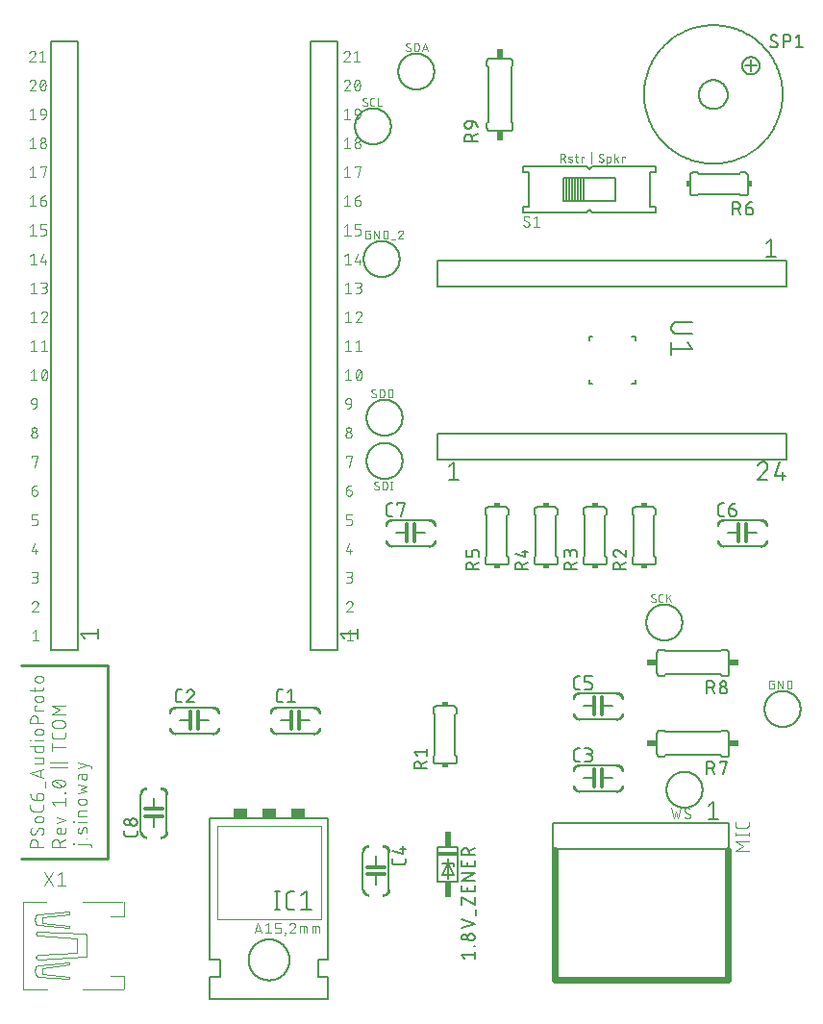
<source format=gbr>
G04 EAGLE Gerber RS-274X export*
G75*
%MOMM*%
%FSLAX34Y34*%
%LPD*%
%INSilkscreen Top*%
%IPPOS*%
%AMOC8*
5,1,8,0,0,1.08239X$1,22.5*%
G01*
%ADD10C,0.152400*%
%ADD11C,0.609600*%
%ADD12C,0.076200*%
%ADD13C,0.101600*%
%ADD14C,0.254000*%
%ADD15C,0.015238*%
%ADD16C,0.304800*%
%ADD17C,0.127000*%
%ADD18C,0.050800*%
%ADD19R,1.270000X0.889000*%
%ADD20C,0.177800*%
%ADD21C,0.203200*%
%ADD22R,1.778000X0.381000*%
%ADD23R,0.508000X1.397000*%
%ADD24R,0.508000X0.381000*%
%ADD25R,0.381000X0.508000*%
%ADD26R,0.863600X0.609600*%
%ADD27R,0.609600X0.863600*%


D10*
X657493Y579374D02*
X657491Y579499D01*
X657485Y579624D01*
X657476Y579749D01*
X657462Y579873D01*
X657445Y579997D01*
X657424Y580121D01*
X657399Y580243D01*
X657370Y580365D01*
X657338Y580486D01*
X657302Y580606D01*
X657262Y580725D01*
X657219Y580842D01*
X657172Y580958D01*
X657121Y581073D01*
X657067Y581185D01*
X657009Y581297D01*
X656949Y581406D01*
X656884Y581513D01*
X656817Y581619D01*
X656746Y581722D01*
X656672Y581823D01*
X656595Y581922D01*
X656515Y582018D01*
X656432Y582112D01*
X656347Y582203D01*
X656258Y582292D01*
X656167Y582377D01*
X656073Y582460D01*
X655977Y582540D01*
X655878Y582617D01*
X655777Y582691D01*
X655674Y582762D01*
X655568Y582829D01*
X655461Y582894D01*
X655352Y582954D01*
X655240Y583012D01*
X655128Y583066D01*
X655013Y583117D01*
X654897Y583164D01*
X654780Y583207D01*
X654661Y583247D01*
X654541Y583283D01*
X654420Y583315D01*
X654298Y583344D01*
X654176Y583369D01*
X654052Y583390D01*
X653928Y583407D01*
X653804Y583421D01*
X653679Y583430D01*
X653554Y583436D01*
X653429Y583438D01*
X653286Y583436D01*
X653144Y583430D01*
X653001Y583420D01*
X652859Y583407D01*
X652718Y583389D01*
X652576Y583368D01*
X652436Y583343D01*
X652296Y583314D01*
X652157Y583281D01*
X652019Y583244D01*
X651882Y583204D01*
X651747Y583160D01*
X651612Y583112D01*
X651479Y583060D01*
X651347Y583005D01*
X651217Y582946D01*
X651089Y582884D01*
X650962Y582818D01*
X650837Y582749D01*
X650714Y582677D01*
X650594Y582601D01*
X650475Y582522D01*
X650358Y582439D01*
X650244Y582354D01*
X650132Y582265D01*
X650023Y582174D01*
X649916Y582079D01*
X649811Y581982D01*
X649710Y581881D01*
X649611Y581778D01*
X649515Y581673D01*
X649422Y581564D01*
X649332Y581453D01*
X649245Y581340D01*
X649161Y581225D01*
X649081Y581107D01*
X649003Y580987D01*
X648929Y580865D01*
X648859Y580741D01*
X648791Y580615D01*
X648728Y580487D01*
X648667Y580358D01*
X648610Y580227D01*
X648557Y580095D01*
X648508Y579961D01*
X648462Y579826D01*
X656138Y576213D02*
X656232Y576305D01*
X656322Y576399D01*
X656410Y576496D01*
X656495Y576596D01*
X656577Y576698D01*
X656656Y576803D01*
X656731Y576910D01*
X656803Y577019D01*
X656872Y577130D01*
X656938Y577244D01*
X657000Y577359D01*
X657059Y577476D01*
X657114Y577595D01*
X657165Y577715D01*
X657213Y577837D01*
X657258Y577960D01*
X657298Y578084D01*
X657335Y578210D01*
X657368Y578337D01*
X657397Y578464D01*
X657423Y578593D01*
X657444Y578722D01*
X657462Y578852D01*
X657475Y578982D01*
X657485Y579112D01*
X657491Y579243D01*
X657493Y579374D01*
X656138Y576213D02*
X648462Y567182D01*
X657493Y567182D01*
X664093Y570794D02*
X667706Y583438D01*
X664093Y570794D02*
X673124Y570794D01*
X670415Y574407D02*
X670415Y567182D01*
D11*
X469900Y241300D02*
X469900Y127000D01*
X622300Y127000D01*
X622300Y241300D01*
D12*
X12418Y942933D02*
X12416Y943028D01*
X12409Y943122D01*
X12399Y943216D01*
X12386Y943310D01*
X12368Y943403D01*
X12347Y943495D01*
X12322Y943587D01*
X12293Y943677D01*
X12261Y943766D01*
X12225Y943853D01*
X12186Y943940D01*
X12143Y944024D01*
X12097Y944107D01*
X12048Y944187D01*
X11995Y944266D01*
X11939Y944343D01*
X11881Y944417D01*
X11819Y944489D01*
X11754Y944558D01*
X11687Y944624D01*
X11617Y944688D01*
X11545Y944749D01*
X11470Y944807D01*
X11393Y944862D01*
X11314Y944914D01*
X11232Y944962D01*
X11149Y945008D01*
X11064Y945049D01*
X10978Y945088D01*
X10890Y945123D01*
X10801Y945154D01*
X10710Y945182D01*
X10618Y945206D01*
X10526Y945226D01*
X10433Y945243D01*
X10339Y945255D01*
X10245Y945264D01*
X10150Y945270D01*
X10056Y945271D01*
X10056Y945270D02*
X9948Y945267D01*
X9840Y945261D01*
X9732Y945251D01*
X9624Y945237D01*
X9517Y945219D01*
X9411Y945197D01*
X9306Y945171D01*
X9201Y945142D01*
X9098Y945109D01*
X8996Y945072D01*
X8895Y945031D01*
X8796Y944987D01*
X8699Y944940D01*
X8603Y944888D01*
X8509Y944834D01*
X8418Y944776D01*
X8328Y944715D01*
X8241Y944651D01*
X8156Y944584D01*
X8073Y944513D01*
X7993Y944440D01*
X7916Y944364D01*
X7842Y944285D01*
X7770Y944204D01*
X7701Y944120D01*
X7636Y944033D01*
X7573Y943945D01*
X7514Y943854D01*
X7458Y943761D01*
X7406Y943666D01*
X7357Y943569D01*
X7311Y943471D01*
X7269Y943371D01*
X7231Y943269D01*
X7196Y943167D01*
X11644Y941102D02*
X11713Y941170D01*
X11779Y941242D01*
X11843Y941316D01*
X11903Y941392D01*
X11960Y941471D01*
X12015Y941551D01*
X12066Y941634D01*
X12114Y941719D01*
X12158Y941805D01*
X12200Y941893D01*
X12238Y941983D01*
X12272Y942074D01*
X12303Y942166D01*
X12330Y942260D01*
X12354Y942354D01*
X12374Y942449D01*
X12390Y942545D01*
X12403Y942642D01*
X12411Y942739D01*
X12417Y942836D01*
X12418Y942933D01*
X11644Y941102D02*
X7233Y935858D01*
X12454Y935885D01*
X16339Y943215D02*
X18939Y945317D01*
X18988Y935919D01*
X21598Y935933D02*
X16377Y935906D01*
X10190Y919770D02*
X10284Y919769D01*
X10379Y919763D01*
X10473Y919754D01*
X10567Y919742D01*
X10660Y919725D01*
X10752Y919705D01*
X10844Y919681D01*
X10935Y919653D01*
X11024Y919622D01*
X11112Y919587D01*
X11198Y919548D01*
X11283Y919507D01*
X11366Y919461D01*
X11448Y919413D01*
X11527Y919361D01*
X11604Y919306D01*
X11679Y919248D01*
X11751Y919187D01*
X11821Y919123D01*
X11888Y919057D01*
X11953Y918988D01*
X12015Y918916D01*
X12073Y918842D01*
X12129Y918765D01*
X12182Y918686D01*
X12231Y918606D01*
X12277Y918523D01*
X12320Y918439D01*
X12359Y918352D01*
X12395Y918265D01*
X12427Y918176D01*
X12456Y918086D01*
X12481Y917994D01*
X12502Y917902D01*
X12520Y917809D01*
X12533Y917715D01*
X12543Y917621D01*
X12550Y917527D01*
X12552Y917432D01*
X10189Y919769D02*
X10081Y919766D01*
X9973Y919760D01*
X9865Y919750D01*
X9757Y919736D01*
X9650Y919718D01*
X9544Y919696D01*
X9439Y919670D01*
X9334Y919641D01*
X9231Y919608D01*
X9129Y919571D01*
X9028Y919530D01*
X8929Y919486D01*
X8832Y919439D01*
X8736Y919387D01*
X8642Y919333D01*
X8551Y919275D01*
X8461Y919214D01*
X8374Y919150D01*
X8289Y919083D01*
X8206Y919012D01*
X8126Y918939D01*
X8049Y918863D01*
X7975Y918784D01*
X7903Y918703D01*
X7834Y918619D01*
X7769Y918532D01*
X7706Y918444D01*
X7647Y918353D01*
X7591Y918260D01*
X7539Y918165D01*
X7490Y918068D01*
X7444Y917970D01*
X7402Y917870D01*
X7364Y917768D01*
X7329Y917666D01*
X11777Y915601D02*
X11846Y915669D01*
X11912Y915741D01*
X11976Y915815D01*
X12036Y915891D01*
X12093Y915970D01*
X12148Y916050D01*
X12199Y916133D01*
X12247Y916218D01*
X12291Y916304D01*
X12333Y916392D01*
X12371Y916482D01*
X12405Y916573D01*
X12436Y916665D01*
X12463Y916759D01*
X12487Y916853D01*
X12507Y916948D01*
X12523Y917044D01*
X12536Y917141D01*
X12544Y917238D01*
X12550Y917335D01*
X12551Y917432D01*
X11777Y915601D02*
X7367Y910357D01*
X12588Y910384D01*
X16486Y915103D02*
X16487Y915288D01*
X16493Y915473D01*
X16503Y915658D01*
X16518Y915842D01*
X16536Y916026D01*
X16560Y916209D01*
X16587Y916392D01*
X16619Y916574D01*
X16656Y916755D01*
X16696Y916936D01*
X16741Y917115D01*
X16790Y917293D01*
X16844Y917470D01*
X16901Y917646D01*
X16963Y917820D01*
X17029Y917993D01*
X17099Y918164D01*
X17173Y918334D01*
X17252Y918501D01*
X17251Y918501D02*
X17280Y918581D01*
X17313Y918661D01*
X17349Y918738D01*
X17389Y918814D01*
X17431Y918888D01*
X17478Y918960D01*
X17527Y919030D01*
X17579Y919098D01*
X17634Y919163D01*
X17692Y919226D01*
X17753Y919287D01*
X17817Y919344D01*
X17883Y919399D01*
X17951Y919450D01*
X18021Y919499D01*
X18094Y919544D01*
X18168Y919586D01*
X18245Y919625D01*
X18323Y919661D01*
X18402Y919692D01*
X18483Y919721D01*
X18565Y919745D01*
X18648Y919767D01*
X18731Y919784D01*
X18816Y919798D01*
X18901Y919808D01*
X18986Y919814D01*
X19072Y919816D01*
X19157Y919815D01*
X19243Y919809D01*
X19328Y919800D01*
X19413Y919788D01*
X19497Y919771D01*
X19580Y919751D01*
X19662Y919727D01*
X19743Y919699D01*
X19823Y919668D01*
X19901Y919634D01*
X19978Y919596D01*
X20053Y919554D01*
X20126Y919510D01*
X20197Y919462D01*
X20265Y919411D01*
X20332Y919357D01*
X20396Y919300D01*
X20457Y919241D01*
X20516Y919179D01*
X20572Y919114D01*
X20625Y919047D01*
X20675Y918977D01*
X20722Y918905D01*
X20766Y918832D01*
X20806Y918756D01*
X20843Y918679D01*
X20876Y918600D01*
X20906Y918520D01*
X20986Y918353D01*
X21062Y918185D01*
X21134Y918014D01*
X21201Y917842D01*
X21265Y917669D01*
X21325Y917494D01*
X21380Y917317D01*
X21431Y917139D01*
X21478Y916961D01*
X21520Y916781D01*
X21558Y916600D01*
X21592Y916418D01*
X21622Y916235D01*
X21647Y916052D01*
X21668Y915869D01*
X21684Y915684D01*
X21696Y915500D01*
X21704Y915315D01*
X21707Y915130D01*
X16486Y915104D02*
X16489Y914919D01*
X16497Y914734D01*
X16509Y914550D01*
X16525Y914365D01*
X16546Y914182D01*
X16571Y913999D01*
X16601Y913816D01*
X16635Y913634D01*
X16673Y913453D01*
X16715Y913273D01*
X16762Y913095D01*
X16813Y912917D01*
X16868Y912740D01*
X16928Y912565D01*
X16992Y912392D01*
X17059Y912220D01*
X17131Y912049D01*
X17207Y911881D01*
X17287Y911714D01*
X17317Y911634D01*
X17350Y911555D01*
X17387Y911478D01*
X17427Y911402D01*
X17471Y911329D01*
X17518Y911257D01*
X17568Y911187D01*
X17621Y911120D01*
X17677Y911055D01*
X17736Y910993D01*
X17797Y910934D01*
X17861Y910877D01*
X17928Y910823D01*
X17996Y910772D01*
X18067Y910724D01*
X18140Y910680D01*
X18215Y910638D01*
X18292Y910600D01*
X18370Y910566D01*
X18450Y910535D01*
X18531Y910507D01*
X18613Y910483D01*
X18696Y910463D01*
X18780Y910447D01*
X18865Y910434D01*
X18950Y910425D01*
X19035Y910419D01*
X19121Y910418D01*
X20942Y911733D02*
X21020Y911900D01*
X21094Y912070D01*
X21164Y912241D01*
X21230Y912414D01*
X21292Y912588D01*
X21349Y912764D01*
X21403Y912941D01*
X21452Y913119D01*
X21497Y913298D01*
X21537Y913479D01*
X21574Y913660D01*
X21606Y913842D01*
X21633Y914025D01*
X21657Y914208D01*
X21675Y914392D01*
X21690Y914576D01*
X21700Y914761D01*
X21706Y914946D01*
X21707Y915131D01*
X20942Y911733D02*
X20913Y911652D01*
X20880Y911573D01*
X20844Y911496D01*
X20804Y911420D01*
X20761Y911346D01*
X20715Y911274D01*
X20666Y911204D01*
X20614Y911136D01*
X20559Y911071D01*
X20501Y911008D01*
X20440Y910947D01*
X20376Y910890D01*
X20310Y910835D01*
X20242Y910784D01*
X20172Y910735D01*
X20099Y910690D01*
X20025Y910648D01*
X19948Y910609D01*
X19870Y910574D01*
X19791Y910542D01*
X19710Y910513D01*
X19628Y910489D01*
X19545Y910467D01*
X19462Y910450D01*
X19377Y910436D01*
X19292Y910427D01*
X19207Y910420D01*
X19121Y910418D01*
X17022Y912496D02*
X21171Y917738D01*
X10062Y894267D02*
X7462Y892165D01*
X10062Y894267D02*
X10111Y884869D01*
X12721Y884883D02*
X7500Y884855D01*
X18711Y889091D02*
X21843Y889107D01*
X18711Y889091D02*
X18620Y889093D01*
X18529Y889098D01*
X18438Y889107D01*
X18348Y889121D01*
X18259Y889138D01*
X18170Y889159D01*
X18083Y889184D01*
X17996Y889213D01*
X17911Y889246D01*
X17827Y889282D01*
X17746Y889322D01*
X17665Y889365D01*
X17587Y889412D01*
X17511Y889462D01*
X17438Y889516D01*
X17366Y889572D01*
X17297Y889632D01*
X17231Y889695D01*
X17168Y889760D01*
X17108Y889828D01*
X17050Y889899D01*
X16996Y889972D01*
X16945Y890048D01*
X16897Y890126D01*
X16853Y890205D01*
X16812Y890287D01*
X16775Y890370D01*
X16742Y890455D01*
X16712Y890541D01*
X16686Y890628D01*
X16664Y890716D01*
X16646Y890806D01*
X16631Y890896D01*
X16621Y890986D01*
X16614Y891077D01*
X16612Y891168D01*
X16611Y891168D02*
X16609Y891691D01*
X16608Y891690D02*
X16609Y891792D01*
X16615Y891893D01*
X16624Y891993D01*
X16637Y892094D01*
X16654Y892194D01*
X16675Y892293D01*
X16700Y892391D01*
X16729Y892488D01*
X16761Y892584D01*
X16797Y892679D01*
X16836Y892772D01*
X16880Y892864D01*
X16926Y892953D01*
X16976Y893041D01*
X17030Y893127D01*
X17087Y893211D01*
X17147Y893293D01*
X17210Y893372D01*
X17276Y893448D01*
X17345Y893522D01*
X17417Y893594D01*
X17492Y893662D01*
X17569Y893728D01*
X17649Y893790D01*
X17731Y893849D01*
X17815Y893906D01*
X17902Y893958D01*
X17990Y894008D01*
X18080Y894054D01*
X18172Y894096D01*
X18266Y894135D01*
X18361Y894170D01*
X18457Y894201D01*
X18554Y894229D01*
X18653Y894253D01*
X18752Y894273D01*
X18852Y894289D01*
X18953Y894301D01*
X19054Y894310D01*
X19155Y894314D01*
X19256Y894315D01*
X19357Y894311D01*
X19458Y894304D01*
X19559Y894293D01*
X19659Y894278D01*
X19758Y894259D01*
X19857Y894236D01*
X19955Y894209D01*
X20051Y894179D01*
X20147Y894145D01*
X20241Y894107D01*
X20333Y894065D01*
X20424Y894020D01*
X20513Y893972D01*
X20600Y893920D01*
X20685Y893865D01*
X20767Y893806D01*
X20848Y893745D01*
X20926Y893680D01*
X21001Y893612D01*
X21074Y893542D01*
X21143Y893469D01*
X21210Y893393D01*
X21274Y893314D01*
X21335Y893233D01*
X21393Y893150D01*
X21447Y893065D01*
X21498Y892977D01*
X21546Y892888D01*
X21590Y892797D01*
X21631Y892704D01*
X21668Y892610D01*
X21701Y892514D01*
X21731Y892417D01*
X21756Y892319D01*
X21778Y892220D01*
X21797Y892121D01*
X21811Y892021D01*
X21821Y891920D01*
X21827Y891819D01*
X21830Y891718D01*
X21843Y889107D01*
X21844Y889107D02*
X21843Y888978D01*
X21837Y888850D01*
X21828Y888721D01*
X21815Y888593D01*
X21798Y888466D01*
X21777Y888339D01*
X21752Y888213D01*
X21723Y888087D01*
X21690Y887963D01*
X21654Y887840D01*
X21614Y887717D01*
X21570Y887596D01*
X21522Y887477D01*
X21471Y887359D01*
X21416Y887243D01*
X21357Y887128D01*
X21295Y887015D01*
X21230Y886905D01*
X21161Y886796D01*
X21089Y886690D01*
X21013Y886585D01*
X20935Y886483D01*
X20853Y886384D01*
X20769Y886287D01*
X20681Y886193D01*
X20590Y886102D01*
X20497Y886013D01*
X20401Y885927D01*
X20303Y885845D01*
X20202Y885765D01*
X20098Y885688D01*
X19992Y885615D01*
X19884Y885545D01*
X19774Y885479D01*
X19662Y885415D01*
X19548Y885356D01*
X19433Y885300D01*
X19315Y885247D01*
X19196Y885198D01*
X19076Y885153D01*
X18954Y885111D01*
X18831Y885074D01*
X18707Y885040D01*
X18582Y885009D01*
X18456Y884983D01*
X18329Y884961D01*
X18202Y884942D01*
X18074Y884928D01*
X17946Y884917D01*
X17818Y884911D01*
X17689Y884908D01*
X10195Y868766D02*
X7596Y866663D01*
X10195Y868766D02*
X10244Y859368D01*
X7634Y859354D02*
X12855Y859381D01*
X16764Y862012D02*
X16765Y862114D01*
X16771Y862215D01*
X16780Y862315D01*
X16793Y862416D01*
X16810Y862516D01*
X16831Y862615D01*
X16856Y862713D01*
X16885Y862810D01*
X16917Y862906D01*
X16953Y863001D01*
X16992Y863094D01*
X17036Y863186D01*
X17082Y863275D01*
X17132Y863363D01*
X17186Y863449D01*
X17243Y863533D01*
X17303Y863615D01*
X17366Y863694D01*
X17432Y863770D01*
X17501Y863844D01*
X17573Y863916D01*
X17648Y863984D01*
X17725Y864050D01*
X17805Y864112D01*
X17887Y864171D01*
X17971Y864228D01*
X18058Y864280D01*
X18146Y864330D01*
X18236Y864376D01*
X18328Y864418D01*
X18422Y864457D01*
X18517Y864492D01*
X18613Y864523D01*
X18710Y864551D01*
X18809Y864575D01*
X18908Y864595D01*
X19008Y864611D01*
X19109Y864623D01*
X19210Y864632D01*
X19311Y864636D01*
X19412Y864637D01*
X19513Y864633D01*
X19614Y864626D01*
X19715Y864615D01*
X19815Y864600D01*
X19914Y864581D01*
X20013Y864558D01*
X20111Y864531D01*
X20207Y864501D01*
X20303Y864467D01*
X20397Y864429D01*
X20489Y864387D01*
X20580Y864342D01*
X20669Y864294D01*
X20756Y864242D01*
X20841Y864187D01*
X20923Y864128D01*
X21004Y864067D01*
X21081Y864002D01*
X21157Y863935D01*
X21229Y863864D01*
X21299Y863791D01*
X21366Y863715D01*
X21430Y863636D01*
X21491Y863555D01*
X21549Y863472D01*
X21603Y863387D01*
X21654Y863299D01*
X21702Y863210D01*
X21746Y863119D01*
X21787Y863026D01*
X21824Y862932D01*
X21857Y862836D01*
X21887Y862739D01*
X21912Y862641D01*
X21934Y862543D01*
X21953Y862443D01*
X21967Y862343D01*
X21977Y862242D01*
X21983Y862141D01*
X21986Y862040D01*
X21985Y861938D01*
X21979Y861837D01*
X21970Y861736D01*
X21957Y861636D01*
X21940Y861536D01*
X21919Y861437D01*
X21894Y861339D01*
X21865Y861242D01*
X21833Y861146D01*
X21797Y861051D01*
X21758Y860958D01*
X21714Y860866D01*
X21668Y860777D01*
X21617Y860689D01*
X21564Y860603D01*
X21507Y860519D01*
X21447Y860437D01*
X21384Y860358D01*
X21318Y860282D01*
X21249Y860207D01*
X21177Y860136D01*
X21102Y860068D01*
X21025Y860002D01*
X20945Y859940D01*
X20863Y859881D01*
X20779Y859824D01*
X20692Y859772D01*
X20604Y859722D01*
X20514Y859676D01*
X20422Y859634D01*
X20328Y859595D01*
X20233Y859560D01*
X20137Y859529D01*
X20040Y859501D01*
X19941Y859477D01*
X19842Y859457D01*
X19742Y859441D01*
X19641Y859429D01*
X19540Y859420D01*
X19439Y859416D01*
X19338Y859415D01*
X19237Y859419D01*
X19136Y859426D01*
X19035Y859437D01*
X18935Y859452D01*
X18836Y859471D01*
X18737Y859494D01*
X18639Y859521D01*
X18543Y859551D01*
X18447Y859585D01*
X18353Y859623D01*
X18261Y859665D01*
X18170Y859710D01*
X18081Y859758D01*
X17994Y859810D01*
X17910Y859865D01*
X17827Y859924D01*
X17746Y859985D01*
X17669Y860050D01*
X17593Y860117D01*
X17521Y860188D01*
X17451Y860261D01*
X17384Y860337D01*
X17320Y860416D01*
X17259Y860497D01*
X17201Y860580D01*
X17147Y860665D01*
X17096Y860753D01*
X17048Y860842D01*
X17004Y860933D01*
X16963Y861026D01*
X16926Y861120D01*
X16893Y861216D01*
X16863Y861313D01*
X16838Y861410D01*
X16816Y861509D01*
X16798Y861609D01*
X16783Y861709D01*
X16773Y861810D01*
X16767Y861911D01*
X16764Y862012D01*
X17262Y866714D02*
X17264Y866805D01*
X17269Y866896D01*
X17278Y866987D01*
X17292Y867077D01*
X17309Y867166D01*
X17330Y867255D01*
X17355Y867342D01*
X17384Y867429D01*
X17417Y867514D01*
X17453Y867598D01*
X17493Y867679D01*
X17536Y867760D01*
X17583Y867838D01*
X17633Y867914D01*
X17687Y867987D01*
X17744Y868059D01*
X17803Y868128D01*
X17866Y868194D01*
X17931Y868257D01*
X18000Y868317D01*
X18070Y868375D01*
X18143Y868429D01*
X18219Y868480D01*
X18297Y868528D01*
X18376Y868572D01*
X18458Y868613D01*
X18541Y868650D01*
X18626Y868683D01*
X18712Y868713D01*
X18799Y868739D01*
X18887Y868761D01*
X18977Y868779D01*
X19067Y868794D01*
X19157Y868804D01*
X19248Y868811D01*
X19339Y868813D01*
X19430Y868811D01*
X19521Y868806D01*
X19612Y868797D01*
X19702Y868783D01*
X19791Y868766D01*
X19880Y868745D01*
X19967Y868720D01*
X20054Y868691D01*
X20139Y868658D01*
X20222Y868622D01*
X20304Y868582D01*
X20384Y868539D01*
X20463Y868492D01*
X20539Y868442D01*
X20612Y868388D01*
X20684Y868332D01*
X20753Y868272D01*
X20819Y868209D01*
X20882Y868144D01*
X20942Y868076D01*
X21000Y868005D01*
X21054Y867932D01*
X21105Y867856D01*
X21153Y867778D01*
X21197Y867699D01*
X21238Y867617D01*
X21275Y867534D01*
X21308Y867449D01*
X21338Y867363D01*
X21364Y867276D01*
X21386Y867188D01*
X21404Y867098D01*
X21419Y867008D01*
X21429Y866918D01*
X21436Y866827D01*
X21438Y866736D01*
X21437Y866646D01*
X21431Y866556D01*
X21422Y866467D01*
X21409Y866378D01*
X21392Y866290D01*
X21372Y866202D01*
X21347Y866116D01*
X21319Y866031D01*
X21287Y865947D01*
X21252Y865864D01*
X21213Y865783D01*
X21171Y865704D01*
X21125Y865626D01*
X21077Y865551D01*
X21024Y865478D01*
X20969Y865407D01*
X20911Y865338D01*
X20850Y865272D01*
X20786Y865209D01*
X20719Y865149D01*
X20650Y865091D01*
X20579Y865037D01*
X20505Y864986D01*
X20429Y864938D01*
X20351Y864893D01*
X20272Y864851D01*
X20190Y864813D01*
X20107Y864779D01*
X20023Y864748D01*
X19937Y864721D01*
X19850Y864698D01*
X19763Y864678D01*
X19674Y864662D01*
X19585Y864650D01*
X19496Y864642D01*
X19406Y864638D01*
X19316Y864637D01*
X19226Y864641D01*
X19137Y864648D01*
X19047Y864659D01*
X18959Y864674D01*
X18871Y864693D01*
X18784Y864715D01*
X18698Y864741D01*
X18613Y864771D01*
X18530Y864805D01*
X18448Y864842D01*
X18368Y864882D01*
X18290Y864926D01*
X18213Y864974D01*
X18139Y865024D01*
X18067Y865078D01*
X17997Y865135D01*
X17930Y865194D01*
X17865Y865257D01*
X17804Y865322D01*
X17745Y865390D01*
X17689Y865460D01*
X17636Y865533D01*
X17586Y865608D01*
X17540Y865685D01*
X17497Y865763D01*
X17457Y865844D01*
X17421Y865926D01*
X17388Y866010D01*
X17359Y866095D01*
X17334Y866181D01*
X17313Y866269D01*
X17295Y866357D01*
X17281Y866445D01*
X17271Y866535D01*
X17264Y866624D01*
X17262Y866714D01*
X10329Y843264D02*
X7729Y841162D01*
X10329Y843264D02*
X10378Y833866D01*
X12988Y833880D02*
X7767Y833853D01*
X16868Y842254D02*
X16862Y843299D01*
X22083Y843326D01*
X19522Y833914D01*
X10462Y817763D02*
X7863Y815661D01*
X10462Y817763D02*
X10511Y808365D01*
X7901Y808352D02*
X13122Y808379D01*
X17017Y813620D02*
X20150Y813637D01*
X20150Y813636D02*
X20239Y813635D01*
X20327Y813629D01*
X20415Y813620D01*
X20503Y813608D01*
X20590Y813591D01*
X20677Y813571D01*
X20762Y813548D01*
X20846Y813520D01*
X20929Y813489D01*
X21011Y813455D01*
X21091Y813417D01*
X21170Y813376D01*
X21246Y813332D01*
X21321Y813284D01*
X21394Y813233D01*
X21464Y813179D01*
X21532Y813123D01*
X21598Y813063D01*
X21661Y813001D01*
X21721Y812936D01*
X21779Y812868D01*
X21833Y812798D01*
X21885Y812726D01*
X21933Y812652D01*
X21978Y812576D01*
X22020Y812498D01*
X22059Y812418D01*
X22094Y812337D01*
X22126Y812254D01*
X22154Y812170D01*
X22179Y812085D01*
X22200Y811999D01*
X22217Y811912D01*
X22231Y811824D01*
X22241Y811736D01*
X22247Y811648D01*
X22249Y811559D01*
X22252Y811037D01*
X22253Y811037D02*
X22252Y810935D01*
X22246Y810834D01*
X22237Y810734D01*
X22224Y810633D01*
X22207Y810533D01*
X22186Y810434D01*
X22161Y810336D01*
X22132Y810239D01*
X22100Y810143D01*
X22064Y810048D01*
X22025Y809955D01*
X21981Y809863D01*
X21935Y809774D01*
X21885Y809686D01*
X21831Y809600D01*
X21774Y809516D01*
X21714Y809434D01*
X21651Y809355D01*
X21585Y809279D01*
X21516Y809205D01*
X21444Y809133D01*
X21369Y809065D01*
X21292Y808999D01*
X21212Y808937D01*
X21130Y808878D01*
X21046Y808821D01*
X20959Y808769D01*
X20871Y808719D01*
X20781Y808673D01*
X20689Y808631D01*
X20595Y808592D01*
X20500Y808557D01*
X20404Y808526D01*
X20307Y808498D01*
X20208Y808474D01*
X20109Y808454D01*
X20009Y808438D01*
X19908Y808426D01*
X19807Y808417D01*
X19706Y808413D01*
X19605Y808412D01*
X19504Y808416D01*
X19403Y808423D01*
X19302Y808434D01*
X19202Y808449D01*
X19103Y808468D01*
X19004Y808491D01*
X18906Y808518D01*
X18810Y808548D01*
X18714Y808582D01*
X18620Y808620D01*
X18528Y808662D01*
X18437Y808707D01*
X18348Y808755D01*
X18261Y808807D01*
X18176Y808862D01*
X18094Y808921D01*
X18013Y808982D01*
X17936Y809047D01*
X17860Y809114D01*
X17788Y809185D01*
X17718Y809258D01*
X17651Y809334D01*
X17587Y809413D01*
X17526Y809494D01*
X17468Y809577D01*
X17414Y809662D01*
X17363Y809750D01*
X17315Y809839D01*
X17271Y809930D01*
X17230Y810023D01*
X17193Y810117D01*
X17160Y810213D01*
X17130Y810310D01*
X17105Y810408D01*
X17083Y810506D01*
X17064Y810606D01*
X17050Y810706D01*
X17040Y810807D01*
X17034Y810908D01*
X17031Y811009D01*
X17031Y811010D02*
X17017Y813620D01*
X17018Y813749D01*
X17024Y813877D01*
X17033Y814006D01*
X17046Y814134D01*
X17063Y814261D01*
X17084Y814388D01*
X17109Y814514D01*
X17138Y814640D01*
X17171Y814764D01*
X17207Y814887D01*
X17247Y815010D01*
X17291Y815131D01*
X17339Y815250D01*
X17390Y815368D01*
X17445Y815484D01*
X17504Y815599D01*
X17566Y815712D01*
X17631Y815822D01*
X17700Y815931D01*
X17772Y816037D01*
X17848Y816142D01*
X17926Y816244D01*
X18008Y816343D01*
X18092Y816440D01*
X18180Y816534D01*
X18271Y816625D01*
X18364Y816714D01*
X18460Y816800D01*
X18558Y816882D01*
X18659Y816962D01*
X18763Y817039D01*
X18869Y817112D01*
X18977Y817182D01*
X19087Y817248D01*
X19199Y817312D01*
X19313Y817371D01*
X19428Y817427D01*
X19546Y817480D01*
X19665Y817529D01*
X19785Y817574D01*
X19907Y817616D01*
X20030Y817653D01*
X20154Y817687D01*
X20279Y817718D01*
X20405Y817744D01*
X20532Y817766D01*
X20659Y817785D01*
X20787Y817799D01*
X20915Y817810D01*
X21043Y817816D01*
X21172Y817819D01*
X10596Y792262D02*
X7996Y790160D01*
X10596Y792262D02*
X10645Y782864D01*
X13255Y782878D02*
X8034Y782850D01*
X17178Y782898D02*
X20311Y782915D01*
X20400Y782917D01*
X20488Y782923D01*
X20576Y782933D01*
X20664Y782947D01*
X20751Y782964D01*
X20837Y782985D01*
X20922Y783010D01*
X21006Y783038D01*
X21089Y783070D01*
X21170Y783105D01*
X21250Y783144D01*
X21328Y783186D01*
X21404Y783231D01*
X21478Y783279D01*
X21550Y783331D01*
X21620Y783385D01*
X21688Y783443D01*
X21753Y783503D01*
X21815Y783566D01*
X21875Y783632D01*
X21931Y783700D01*
X21985Y783770D01*
X22036Y783843D01*
X22084Y783918D01*
X22128Y783994D01*
X22169Y784073D01*
X22207Y784153D01*
X22241Y784235D01*
X22272Y784318D01*
X22300Y784402D01*
X22323Y784488D01*
X22343Y784574D01*
X22360Y784661D01*
X22372Y784749D01*
X22381Y784837D01*
X22387Y784925D01*
X22388Y785014D01*
X22383Y786058D01*
X22382Y786058D02*
X22380Y786147D01*
X22374Y786235D01*
X22364Y786323D01*
X22350Y786411D01*
X22333Y786498D01*
X22312Y786584D01*
X22287Y786669D01*
X22259Y786753D01*
X22227Y786836D01*
X22192Y786917D01*
X22153Y786997D01*
X22111Y787075D01*
X22066Y787151D01*
X22018Y787225D01*
X21966Y787297D01*
X21912Y787367D01*
X21854Y787435D01*
X21794Y787500D01*
X21731Y787562D01*
X21665Y787622D01*
X21597Y787678D01*
X21527Y787732D01*
X21454Y787783D01*
X21379Y787831D01*
X21303Y787875D01*
X21224Y787916D01*
X21144Y787954D01*
X21062Y787988D01*
X20979Y788019D01*
X20895Y788047D01*
X20810Y788070D01*
X20723Y788090D01*
X20636Y788107D01*
X20548Y788119D01*
X20460Y788128D01*
X20372Y788134D01*
X20283Y788135D01*
X20284Y788136D02*
X17151Y788119D01*
X17129Y792296D01*
X22350Y792323D01*
X10729Y766761D02*
X8130Y764658D01*
X10729Y766761D02*
X10778Y757363D01*
X8168Y757349D02*
X13389Y757376D01*
X17301Y759485D02*
X19351Y766806D01*
X17301Y759485D02*
X22522Y759513D01*
X20945Y761593D02*
X20966Y757416D01*
X10863Y741259D02*
X8263Y739157D01*
X10863Y741259D02*
X10912Y731861D01*
X13522Y731875D02*
X8301Y731848D01*
X17445Y731896D02*
X20056Y731909D01*
X20157Y731912D01*
X20258Y731918D01*
X20359Y731928D01*
X20459Y731943D01*
X20559Y731961D01*
X20657Y731983D01*
X20755Y732008D01*
X20852Y732038D01*
X20948Y732071D01*
X21042Y732108D01*
X21135Y732149D01*
X21226Y732193D01*
X21315Y732241D01*
X21403Y732292D01*
X21488Y732346D01*
X21571Y732404D01*
X21652Y732465D01*
X21731Y732529D01*
X21807Y732596D01*
X21880Y732666D01*
X21951Y732738D01*
X22018Y732814D01*
X22083Y732891D01*
X22144Y732972D01*
X22203Y733054D01*
X22258Y733139D01*
X22310Y733226D01*
X22358Y733315D01*
X22403Y733406D01*
X22445Y733498D01*
X22483Y733592D01*
X22517Y733688D01*
X22547Y733784D01*
X22574Y733882D01*
X22597Y733981D01*
X22616Y734080D01*
X22631Y734180D01*
X22642Y734281D01*
X22649Y734382D01*
X22653Y734483D01*
X22652Y734584D01*
X22648Y734685D01*
X22639Y734786D01*
X22627Y734887D01*
X22611Y734987D01*
X22591Y735086D01*
X22567Y735185D01*
X22539Y735282D01*
X22508Y735378D01*
X22473Y735473D01*
X22434Y735567D01*
X22392Y735659D01*
X22346Y735749D01*
X22296Y735837D01*
X22244Y735924D01*
X22187Y736008D01*
X22128Y736090D01*
X22066Y736170D01*
X22000Y736247D01*
X21932Y736322D01*
X21860Y736394D01*
X21786Y736463D01*
X21710Y736529D01*
X21631Y736592D01*
X21549Y736652D01*
X21465Y736709D01*
X21379Y736762D01*
X21291Y736813D01*
X21202Y736859D01*
X21110Y736903D01*
X21017Y736942D01*
X20922Y736978D01*
X20826Y737010D01*
X20729Y737039D01*
X20631Y737064D01*
X20532Y737085D01*
X20432Y737102D01*
X20332Y737115D01*
X20231Y737124D01*
X20130Y737130D01*
X20028Y737131D01*
X20529Y741310D02*
X17396Y741294D01*
X20529Y741309D02*
X20620Y741307D01*
X20711Y741302D01*
X20802Y741293D01*
X20892Y741279D01*
X20981Y741262D01*
X21070Y741241D01*
X21157Y741216D01*
X21244Y741187D01*
X21329Y741154D01*
X21413Y741118D01*
X21494Y741078D01*
X21575Y741035D01*
X21653Y740988D01*
X21729Y740938D01*
X21802Y740884D01*
X21874Y740828D01*
X21943Y740768D01*
X22009Y740705D01*
X22072Y740640D01*
X22132Y740571D01*
X22190Y740501D01*
X22244Y740428D01*
X22295Y740352D01*
X22343Y740274D01*
X22387Y740195D01*
X22428Y740113D01*
X22465Y740030D01*
X22498Y739945D01*
X22528Y739859D01*
X22554Y739772D01*
X22576Y739684D01*
X22594Y739594D01*
X22609Y739504D01*
X22619Y739414D01*
X22626Y739323D01*
X22628Y739232D01*
X22626Y739141D01*
X22621Y739050D01*
X22612Y738959D01*
X22598Y738869D01*
X22581Y738780D01*
X22560Y738691D01*
X22535Y738604D01*
X22506Y738517D01*
X22473Y738432D01*
X22437Y738348D01*
X22397Y738267D01*
X22354Y738186D01*
X22307Y738108D01*
X22257Y738032D01*
X22203Y737959D01*
X22147Y737887D01*
X22087Y737818D01*
X22024Y737752D01*
X21959Y737689D01*
X21890Y737629D01*
X21820Y737571D01*
X21747Y737517D01*
X21671Y737466D01*
X21593Y737418D01*
X21514Y737374D01*
X21432Y737333D01*
X21349Y737296D01*
X21264Y737263D01*
X21178Y737233D01*
X21091Y737207D01*
X21003Y737185D01*
X20913Y737167D01*
X20823Y737152D01*
X20733Y737142D01*
X20642Y737135D01*
X20551Y737133D01*
X18462Y737122D01*
X10996Y715758D02*
X8397Y713656D01*
X10996Y715758D02*
X11045Y706360D01*
X8435Y706347D02*
X13656Y706374D01*
X22763Y713470D02*
X22761Y713565D01*
X22754Y713659D01*
X22744Y713753D01*
X22731Y713847D01*
X22713Y713940D01*
X22692Y714032D01*
X22667Y714124D01*
X22638Y714214D01*
X22606Y714303D01*
X22570Y714390D01*
X22531Y714477D01*
X22488Y714561D01*
X22442Y714644D01*
X22393Y714724D01*
X22340Y714803D01*
X22284Y714880D01*
X22226Y714954D01*
X22164Y715026D01*
X22099Y715095D01*
X22032Y715161D01*
X21962Y715225D01*
X21890Y715286D01*
X21815Y715344D01*
X21738Y715399D01*
X21659Y715451D01*
X21577Y715499D01*
X21494Y715545D01*
X21409Y715586D01*
X21323Y715625D01*
X21235Y715660D01*
X21146Y715691D01*
X21055Y715719D01*
X20963Y715743D01*
X20871Y715763D01*
X20778Y715780D01*
X20684Y715792D01*
X20590Y715801D01*
X20495Y715807D01*
X20401Y715808D01*
X20401Y715807D02*
X20293Y715804D01*
X20185Y715798D01*
X20077Y715788D01*
X19969Y715774D01*
X19862Y715756D01*
X19756Y715734D01*
X19651Y715708D01*
X19546Y715679D01*
X19443Y715646D01*
X19341Y715609D01*
X19240Y715568D01*
X19141Y715524D01*
X19044Y715477D01*
X18948Y715425D01*
X18854Y715371D01*
X18763Y715313D01*
X18673Y715252D01*
X18586Y715188D01*
X18501Y715121D01*
X18418Y715050D01*
X18338Y714977D01*
X18261Y714901D01*
X18187Y714822D01*
X18115Y714741D01*
X18046Y714657D01*
X17981Y714570D01*
X17918Y714482D01*
X17859Y714391D01*
X17803Y714298D01*
X17751Y714203D01*
X17702Y714106D01*
X17656Y714008D01*
X17614Y713908D01*
X17576Y713806D01*
X17541Y713704D01*
X21989Y711639D02*
X22058Y711707D01*
X22124Y711779D01*
X22188Y711853D01*
X22248Y711929D01*
X22305Y712008D01*
X22360Y712088D01*
X22411Y712171D01*
X22459Y712256D01*
X22503Y712342D01*
X22545Y712430D01*
X22583Y712520D01*
X22617Y712611D01*
X22648Y712703D01*
X22675Y712797D01*
X22699Y712891D01*
X22719Y712986D01*
X22735Y713082D01*
X22748Y713179D01*
X22756Y713276D01*
X22762Y713373D01*
X22763Y713470D01*
X21989Y711639D02*
X17579Y706394D01*
X22800Y706422D01*
X11130Y690257D02*
X8530Y688155D01*
X11130Y690257D02*
X11179Y680859D01*
X13789Y680873D02*
X8568Y680845D01*
X17674Y688203D02*
X20274Y690305D01*
X20323Y680907D01*
X22933Y680920D02*
X17712Y680893D01*
X11263Y664756D02*
X8664Y662653D01*
X11263Y664756D02*
X11312Y655358D01*
X8702Y655344D02*
X13923Y655371D01*
X17821Y660091D02*
X17822Y660276D01*
X17828Y660461D01*
X17838Y660646D01*
X17853Y660830D01*
X17871Y661014D01*
X17895Y661197D01*
X17922Y661380D01*
X17954Y661562D01*
X17991Y661743D01*
X18031Y661924D01*
X18076Y662103D01*
X18125Y662281D01*
X18179Y662458D01*
X18236Y662634D01*
X18298Y662808D01*
X18364Y662981D01*
X18434Y663152D01*
X18508Y663322D01*
X18587Y663489D01*
X18586Y663489D02*
X18615Y663569D01*
X18648Y663649D01*
X18684Y663726D01*
X18724Y663802D01*
X18766Y663876D01*
X18813Y663948D01*
X18862Y664018D01*
X18914Y664086D01*
X18969Y664151D01*
X19027Y664214D01*
X19088Y664275D01*
X19152Y664332D01*
X19218Y664387D01*
X19286Y664438D01*
X19356Y664487D01*
X19429Y664532D01*
X19503Y664574D01*
X19580Y664613D01*
X19658Y664649D01*
X19737Y664680D01*
X19818Y664709D01*
X19900Y664733D01*
X19983Y664755D01*
X20066Y664772D01*
X20151Y664786D01*
X20236Y664796D01*
X20321Y664802D01*
X20407Y664804D01*
X20492Y664803D01*
X20578Y664797D01*
X20663Y664788D01*
X20748Y664776D01*
X20832Y664759D01*
X20915Y664739D01*
X20997Y664715D01*
X21078Y664687D01*
X21158Y664656D01*
X21236Y664622D01*
X21313Y664584D01*
X21388Y664542D01*
X21461Y664498D01*
X21532Y664450D01*
X21600Y664399D01*
X21667Y664345D01*
X21731Y664288D01*
X21792Y664229D01*
X21851Y664167D01*
X21907Y664102D01*
X21960Y664035D01*
X22010Y663965D01*
X22057Y663893D01*
X22101Y663820D01*
X22141Y663744D01*
X22178Y663667D01*
X22211Y663588D01*
X22241Y663508D01*
X22321Y663341D01*
X22397Y663173D01*
X22469Y663002D01*
X22536Y662830D01*
X22600Y662657D01*
X22660Y662482D01*
X22715Y662305D01*
X22766Y662127D01*
X22813Y661949D01*
X22855Y661769D01*
X22893Y661588D01*
X22927Y661406D01*
X22957Y661223D01*
X22982Y661040D01*
X23003Y660857D01*
X23019Y660672D01*
X23031Y660488D01*
X23039Y660303D01*
X23042Y660118D01*
X17821Y660091D02*
X17824Y659906D01*
X17832Y659721D01*
X17844Y659537D01*
X17860Y659352D01*
X17881Y659169D01*
X17906Y658986D01*
X17936Y658803D01*
X17970Y658621D01*
X18008Y658440D01*
X18050Y658260D01*
X18097Y658082D01*
X18148Y657904D01*
X18203Y657727D01*
X18263Y657552D01*
X18327Y657379D01*
X18394Y657207D01*
X18466Y657036D01*
X18542Y656868D01*
X18622Y656701D01*
X18652Y656621D01*
X18685Y656542D01*
X18722Y656465D01*
X18762Y656389D01*
X18806Y656316D01*
X18853Y656244D01*
X18903Y656174D01*
X18956Y656107D01*
X19012Y656042D01*
X19071Y655980D01*
X19132Y655921D01*
X19196Y655864D01*
X19263Y655810D01*
X19331Y655759D01*
X19402Y655711D01*
X19475Y655667D01*
X19550Y655625D01*
X19627Y655587D01*
X19705Y655553D01*
X19785Y655522D01*
X19866Y655494D01*
X19948Y655470D01*
X20031Y655450D01*
X20115Y655434D01*
X20200Y655421D01*
X20285Y655412D01*
X20370Y655406D01*
X20456Y655405D01*
X22277Y656720D02*
X22355Y656887D01*
X22429Y657057D01*
X22499Y657228D01*
X22565Y657401D01*
X22627Y657575D01*
X22684Y657751D01*
X22738Y657928D01*
X22787Y658106D01*
X22832Y658285D01*
X22872Y658466D01*
X22909Y658647D01*
X22941Y658829D01*
X22968Y659012D01*
X22992Y659195D01*
X23010Y659379D01*
X23025Y659563D01*
X23035Y659748D01*
X23041Y659933D01*
X23042Y660118D01*
X22277Y656721D02*
X22248Y656640D01*
X22215Y656561D01*
X22179Y656484D01*
X22139Y656408D01*
X22096Y656334D01*
X22050Y656262D01*
X22001Y656192D01*
X21949Y656124D01*
X21894Y656059D01*
X21836Y655996D01*
X21775Y655935D01*
X21711Y655878D01*
X21645Y655823D01*
X21577Y655772D01*
X21507Y655723D01*
X21434Y655678D01*
X21360Y655636D01*
X21283Y655597D01*
X21205Y655562D01*
X21126Y655530D01*
X21045Y655501D01*
X20963Y655477D01*
X20880Y655455D01*
X20797Y655438D01*
X20712Y655424D01*
X20627Y655415D01*
X20542Y655408D01*
X20456Y655406D01*
X18357Y657483D02*
X22506Y662726D01*
X14035Y634047D02*
X10902Y634031D01*
X10811Y634033D01*
X10720Y634038D01*
X10629Y634047D01*
X10539Y634061D01*
X10450Y634078D01*
X10361Y634099D01*
X10274Y634124D01*
X10187Y634153D01*
X10102Y634186D01*
X10018Y634222D01*
X9937Y634262D01*
X9856Y634305D01*
X9778Y634352D01*
X9702Y634402D01*
X9629Y634456D01*
X9557Y634512D01*
X9488Y634572D01*
X9422Y634635D01*
X9359Y634700D01*
X9299Y634768D01*
X9241Y634839D01*
X9187Y634912D01*
X9136Y634988D01*
X9088Y635066D01*
X9044Y635145D01*
X9003Y635227D01*
X8966Y635310D01*
X8933Y635395D01*
X8903Y635481D01*
X8877Y635568D01*
X8855Y635656D01*
X8837Y635746D01*
X8822Y635836D01*
X8812Y635926D01*
X8805Y636017D01*
X8803Y636108D01*
X8800Y636630D01*
X8799Y636630D02*
X8800Y636732D01*
X8806Y636833D01*
X8815Y636933D01*
X8828Y637034D01*
X8845Y637134D01*
X8866Y637233D01*
X8891Y637331D01*
X8920Y637428D01*
X8952Y637524D01*
X8988Y637619D01*
X9027Y637712D01*
X9071Y637804D01*
X9117Y637893D01*
X9167Y637981D01*
X9221Y638067D01*
X9278Y638151D01*
X9338Y638233D01*
X9401Y638312D01*
X9467Y638388D01*
X9536Y638462D01*
X9608Y638534D01*
X9683Y638602D01*
X9760Y638668D01*
X9840Y638730D01*
X9922Y638789D01*
X10006Y638846D01*
X10093Y638898D01*
X10181Y638948D01*
X10271Y638994D01*
X10363Y639036D01*
X10457Y639075D01*
X10552Y639110D01*
X10648Y639141D01*
X10745Y639169D01*
X10844Y639193D01*
X10943Y639213D01*
X11043Y639229D01*
X11144Y639241D01*
X11245Y639250D01*
X11346Y639254D01*
X11447Y639255D01*
X11548Y639251D01*
X11649Y639244D01*
X11750Y639233D01*
X11850Y639218D01*
X11949Y639199D01*
X12048Y639176D01*
X12146Y639149D01*
X12242Y639119D01*
X12338Y639085D01*
X12432Y639047D01*
X12524Y639005D01*
X12615Y638960D01*
X12704Y638912D01*
X12791Y638860D01*
X12876Y638805D01*
X12958Y638746D01*
X13039Y638685D01*
X13117Y638620D01*
X13192Y638552D01*
X13265Y638482D01*
X13334Y638409D01*
X13401Y638333D01*
X13465Y638254D01*
X13526Y638173D01*
X13584Y638090D01*
X13638Y638005D01*
X13689Y637917D01*
X13737Y637828D01*
X13781Y637737D01*
X13822Y637644D01*
X13859Y637550D01*
X13892Y637454D01*
X13922Y637357D01*
X13947Y637259D01*
X13969Y637160D01*
X13988Y637061D01*
X14002Y636961D01*
X14012Y636860D01*
X14018Y636759D01*
X14021Y636658D01*
X14021Y636657D02*
X14035Y634047D01*
X14034Y633918D01*
X14028Y633790D01*
X14019Y633661D01*
X14006Y633533D01*
X13989Y633406D01*
X13968Y633279D01*
X13943Y633153D01*
X13914Y633027D01*
X13881Y632903D01*
X13845Y632780D01*
X13805Y632657D01*
X13761Y632536D01*
X13713Y632417D01*
X13662Y632299D01*
X13607Y632183D01*
X13548Y632068D01*
X13486Y631955D01*
X13421Y631845D01*
X13352Y631736D01*
X13280Y631630D01*
X13204Y631525D01*
X13126Y631423D01*
X13044Y631324D01*
X12960Y631227D01*
X12872Y631133D01*
X12781Y631042D01*
X12688Y630953D01*
X12592Y630867D01*
X12494Y630785D01*
X12393Y630705D01*
X12289Y630628D01*
X12183Y630555D01*
X12075Y630485D01*
X11965Y630419D01*
X11853Y630355D01*
X11739Y630296D01*
X11624Y630240D01*
X11506Y630187D01*
X11387Y630138D01*
X11267Y630093D01*
X11145Y630051D01*
X11022Y630014D01*
X10898Y629980D01*
X10773Y629949D01*
X10647Y629923D01*
X10520Y629901D01*
X10393Y629882D01*
X10265Y629868D01*
X10137Y629857D01*
X10009Y629851D01*
X9880Y629848D01*
X8955Y606952D02*
X8956Y607054D01*
X8962Y607155D01*
X8971Y607255D01*
X8984Y607356D01*
X9001Y607456D01*
X9022Y607555D01*
X9047Y607653D01*
X9076Y607750D01*
X9108Y607846D01*
X9144Y607941D01*
X9183Y608034D01*
X9227Y608126D01*
X9273Y608215D01*
X9323Y608303D01*
X9377Y608389D01*
X9434Y608473D01*
X9494Y608555D01*
X9557Y608634D01*
X9623Y608710D01*
X9692Y608784D01*
X9764Y608856D01*
X9839Y608924D01*
X9916Y608990D01*
X9996Y609052D01*
X10078Y609111D01*
X10162Y609168D01*
X10249Y609220D01*
X10337Y609270D01*
X10427Y609316D01*
X10519Y609358D01*
X10613Y609397D01*
X10708Y609432D01*
X10804Y609463D01*
X10901Y609491D01*
X11000Y609515D01*
X11099Y609535D01*
X11199Y609551D01*
X11300Y609563D01*
X11401Y609572D01*
X11502Y609576D01*
X11603Y609577D01*
X11704Y609573D01*
X11805Y609566D01*
X11906Y609555D01*
X12006Y609540D01*
X12105Y609521D01*
X12204Y609498D01*
X12302Y609471D01*
X12398Y609441D01*
X12494Y609407D01*
X12588Y609369D01*
X12680Y609327D01*
X12771Y609282D01*
X12860Y609234D01*
X12947Y609182D01*
X13032Y609127D01*
X13114Y609068D01*
X13195Y609007D01*
X13272Y608942D01*
X13348Y608875D01*
X13420Y608804D01*
X13490Y608731D01*
X13557Y608655D01*
X13621Y608576D01*
X13682Y608495D01*
X13740Y608412D01*
X13794Y608327D01*
X13845Y608239D01*
X13893Y608150D01*
X13937Y608059D01*
X13978Y607966D01*
X14015Y607872D01*
X14048Y607776D01*
X14078Y607679D01*
X14103Y607581D01*
X14125Y607483D01*
X14144Y607383D01*
X14158Y607283D01*
X14168Y607182D01*
X14174Y607081D01*
X14177Y606980D01*
X14176Y606878D01*
X14170Y606777D01*
X14161Y606676D01*
X14148Y606576D01*
X14131Y606476D01*
X14110Y606377D01*
X14085Y606279D01*
X14056Y606182D01*
X14024Y606086D01*
X13988Y605991D01*
X13949Y605898D01*
X13905Y605806D01*
X13859Y605717D01*
X13808Y605629D01*
X13755Y605543D01*
X13698Y605459D01*
X13638Y605377D01*
X13575Y605298D01*
X13509Y605222D01*
X13440Y605147D01*
X13368Y605076D01*
X13293Y605008D01*
X13216Y604942D01*
X13136Y604880D01*
X13054Y604821D01*
X12970Y604764D01*
X12883Y604712D01*
X12795Y604662D01*
X12705Y604616D01*
X12613Y604574D01*
X12519Y604535D01*
X12424Y604500D01*
X12328Y604469D01*
X12231Y604441D01*
X12132Y604417D01*
X12033Y604397D01*
X11933Y604381D01*
X11832Y604369D01*
X11731Y604360D01*
X11630Y604356D01*
X11529Y604355D01*
X11428Y604359D01*
X11327Y604366D01*
X11226Y604377D01*
X11126Y604392D01*
X11027Y604411D01*
X10928Y604434D01*
X10830Y604461D01*
X10734Y604491D01*
X10638Y604525D01*
X10544Y604563D01*
X10452Y604605D01*
X10361Y604650D01*
X10272Y604698D01*
X10185Y604750D01*
X10101Y604805D01*
X10018Y604864D01*
X9937Y604925D01*
X9860Y604990D01*
X9784Y605057D01*
X9712Y605128D01*
X9642Y605201D01*
X9575Y605277D01*
X9511Y605356D01*
X9450Y605437D01*
X9392Y605520D01*
X9338Y605605D01*
X9287Y605693D01*
X9239Y605782D01*
X9195Y605873D01*
X9154Y605966D01*
X9117Y606060D01*
X9084Y606156D01*
X9054Y606253D01*
X9029Y606350D01*
X9007Y606449D01*
X8989Y606549D01*
X8974Y606649D01*
X8964Y606750D01*
X8958Y606851D01*
X8955Y606952D01*
X9453Y611654D02*
X9455Y611745D01*
X9460Y611836D01*
X9469Y611927D01*
X9483Y612017D01*
X9500Y612106D01*
X9521Y612195D01*
X9546Y612282D01*
X9575Y612369D01*
X9608Y612454D01*
X9644Y612538D01*
X9684Y612619D01*
X9727Y612700D01*
X9774Y612778D01*
X9824Y612854D01*
X9878Y612927D01*
X9935Y612999D01*
X9994Y613068D01*
X10057Y613134D01*
X10122Y613197D01*
X10191Y613257D01*
X10261Y613315D01*
X10334Y613369D01*
X10410Y613420D01*
X10488Y613468D01*
X10567Y613512D01*
X10649Y613553D01*
X10732Y613590D01*
X10817Y613623D01*
X10903Y613653D01*
X10990Y613679D01*
X11078Y613701D01*
X11168Y613719D01*
X11258Y613734D01*
X11348Y613744D01*
X11439Y613751D01*
X11530Y613753D01*
X11621Y613751D01*
X11712Y613746D01*
X11803Y613737D01*
X11893Y613723D01*
X11982Y613706D01*
X12071Y613685D01*
X12158Y613660D01*
X12245Y613631D01*
X12330Y613598D01*
X12413Y613562D01*
X12495Y613522D01*
X12575Y613479D01*
X12654Y613432D01*
X12730Y613382D01*
X12803Y613328D01*
X12875Y613272D01*
X12944Y613212D01*
X13010Y613149D01*
X13073Y613084D01*
X13133Y613016D01*
X13191Y612945D01*
X13245Y612872D01*
X13296Y612796D01*
X13344Y612718D01*
X13388Y612639D01*
X13429Y612557D01*
X13466Y612474D01*
X13499Y612389D01*
X13529Y612303D01*
X13555Y612216D01*
X13577Y612128D01*
X13595Y612038D01*
X13610Y611948D01*
X13620Y611858D01*
X13627Y611767D01*
X13629Y611676D01*
X13628Y611586D01*
X13622Y611496D01*
X13613Y611407D01*
X13600Y611318D01*
X13583Y611230D01*
X13563Y611142D01*
X13538Y611056D01*
X13510Y610971D01*
X13478Y610887D01*
X13443Y610804D01*
X13404Y610723D01*
X13362Y610644D01*
X13316Y610566D01*
X13268Y610491D01*
X13215Y610418D01*
X13160Y610347D01*
X13102Y610278D01*
X13041Y610212D01*
X12977Y610149D01*
X12910Y610089D01*
X12841Y610031D01*
X12770Y609977D01*
X12696Y609926D01*
X12620Y609878D01*
X12542Y609833D01*
X12463Y609791D01*
X12381Y609753D01*
X12298Y609719D01*
X12214Y609688D01*
X12128Y609661D01*
X12041Y609638D01*
X11954Y609618D01*
X11865Y609602D01*
X11776Y609590D01*
X11687Y609582D01*
X11597Y609578D01*
X11507Y609577D01*
X11417Y609581D01*
X11328Y609588D01*
X11238Y609599D01*
X11150Y609614D01*
X11062Y609633D01*
X10975Y609655D01*
X10889Y609681D01*
X10804Y609711D01*
X10721Y609745D01*
X10639Y609782D01*
X10559Y609822D01*
X10481Y609866D01*
X10404Y609914D01*
X10330Y609964D01*
X10258Y610018D01*
X10188Y610075D01*
X10121Y610134D01*
X10056Y610197D01*
X9995Y610262D01*
X9936Y610330D01*
X9880Y610400D01*
X9827Y610473D01*
X9777Y610548D01*
X9731Y610625D01*
X9688Y610703D01*
X9648Y610784D01*
X9612Y610866D01*
X9579Y610950D01*
X9550Y611035D01*
X9525Y611121D01*
X9504Y611209D01*
X9486Y611297D01*
X9472Y611385D01*
X9462Y611475D01*
X9455Y611564D01*
X9453Y611654D01*
X9053Y588238D02*
X9059Y587194D01*
X9053Y588238D02*
X14274Y588266D01*
X11713Y578854D01*
X12341Y558576D02*
X9209Y558560D01*
X12341Y558576D02*
X12430Y558575D01*
X12518Y558569D01*
X12606Y558560D01*
X12694Y558548D01*
X12781Y558531D01*
X12868Y558511D01*
X12953Y558488D01*
X13037Y558460D01*
X13120Y558429D01*
X13202Y558395D01*
X13282Y558357D01*
X13361Y558316D01*
X13437Y558272D01*
X13512Y558224D01*
X13585Y558173D01*
X13655Y558119D01*
X13723Y558063D01*
X13789Y558003D01*
X13852Y557941D01*
X13912Y557876D01*
X13970Y557808D01*
X14024Y557738D01*
X14076Y557666D01*
X14124Y557592D01*
X14169Y557516D01*
X14211Y557438D01*
X14250Y557358D01*
X14285Y557277D01*
X14317Y557194D01*
X14345Y557110D01*
X14370Y557025D01*
X14391Y556939D01*
X14408Y556852D01*
X14422Y556764D01*
X14432Y556676D01*
X14438Y556588D01*
X14440Y556499D01*
X14441Y556499D02*
X14443Y555977D01*
X14444Y555977D02*
X14443Y555875D01*
X14437Y555774D01*
X14428Y555674D01*
X14415Y555573D01*
X14398Y555473D01*
X14377Y555374D01*
X14352Y555276D01*
X14323Y555179D01*
X14291Y555083D01*
X14255Y554988D01*
X14216Y554895D01*
X14172Y554803D01*
X14126Y554714D01*
X14076Y554626D01*
X14022Y554540D01*
X13965Y554456D01*
X13905Y554374D01*
X13842Y554295D01*
X13776Y554219D01*
X13707Y554145D01*
X13635Y554073D01*
X13560Y554005D01*
X13483Y553939D01*
X13403Y553877D01*
X13321Y553818D01*
X13237Y553761D01*
X13150Y553709D01*
X13062Y553659D01*
X12972Y553613D01*
X12880Y553571D01*
X12786Y553532D01*
X12691Y553497D01*
X12595Y553466D01*
X12498Y553438D01*
X12399Y553414D01*
X12300Y553394D01*
X12200Y553378D01*
X12099Y553366D01*
X11998Y553357D01*
X11897Y553353D01*
X11796Y553352D01*
X11695Y553356D01*
X11594Y553363D01*
X11493Y553374D01*
X11393Y553389D01*
X11294Y553408D01*
X11195Y553431D01*
X11097Y553458D01*
X11001Y553488D01*
X10905Y553522D01*
X10811Y553560D01*
X10719Y553602D01*
X10628Y553647D01*
X10539Y553695D01*
X10452Y553747D01*
X10367Y553802D01*
X10285Y553861D01*
X10204Y553922D01*
X10127Y553987D01*
X10051Y554054D01*
X9979Y554125D01*
X9909Y554198D01*
X9842Y554274D01*
X9778Y554353D01*
X9717Y554434D01*
X9659Y554517D01*
X9605Y554602D01*
X9554Y554690D01*
X9506Y554779D01*
X9462Y554870D01*
X9421Y554963D01*
X9384Y555057D01*
X9351Y555153D01*
X9321Y555250D01*
X9296Y555348D01*
X9274Y555446D01*
X9255Y555546D01*
X9241Y555646D01*
X9231Y555747D01*
X9225Y555848D01*
X9222Y555949D01*
X9222Y555950D02*
X9209Y558560D01*
X9208Y558560D02*
X9209Y558689D01*
X9215Y558817D01*
X9224Y558946D01*
X9237Y559074D01*
X9254Y559201D01*
X9275Y559328D01*
X9300Y559454D01*
X9329Y559580D01*
X9362Y559704D01*
X9398Y559827D01*
X9438Y559950D01*
X9482Y560071D01*
X9530Y560190D01*
X9581Y560308D01*
X9636Y560424D01*
X9695Y560539D01*
X9757Y560652D01*
X9822Y560762D01*
X9891Y560871D01*
X9963Y560977D01*
X10039Y561082D01*
X10117Y561184D01*
X10199Y561283D01*
X10283Y561380D01*
X10371Y561474D01*
X10462Y561565D01*
X10555Y561654D01*
X10651Y561740D01*
X10749Y561822D01*
X10850Y561902D01*
X10954Y561979D01*
X11060Y562052D01*
X11168Y562122D01*
X11278Y562188D01*
X11390Y562252D01*
X11504Y562311D01*
X11619Y562367D01*
X11737Y562420D01*
X11856Y562469D01*
X11976Y562514D01*
X12098Y562556D01*
X12221Y562593D01*
X12345Y562627D01*
X12470Y562658D01*
X12596Y562684D01*
X12723Y562706D01*
X12850Y562725D01*
X12978Y562739D01*
X13106Y562750D01*
X13234Y562756D01*
X13363Y562759D01*
X12502Y527854D02*
X9369Y527838D01*
X12502Y527855D02*
X12591Y527857D01*
X12679Y527863D01*
X12767Y527873D01*
X12855Y527887D01*
X12942Y527904D01*
X13028Y527925D01*
X13113Y527950D01*
X13197Y527978D01*
X13280Y528010D01*
X13361Y528045D01*
X13441Y528084D01*
X13519Y528126D01*
X13595Y528171D01*
X13669Y528219D01*
X13741Y528271D01*
X13811Y528325D01*
X13879Y528383D01*
X13944Y528443D01*
X14006Y528506D01*
X14066Y528572D01*
X14122Y528640D01*
X14176Y528710D01*
X14227Y528783D01*
X14275Y528858D01*
X14319Y528934D01*
X14360Y529013D01*
X14398Y529093D01*
X14432Y529175D01*
X14463Y529258D01*
X14491Y529342D01*
X14514Y529428D01*
X14534Y529514D01*
X14551Y529601D01*
X14563Y529689D01*
X14572Y529777D01*
X14578Y529865D01*
X14579Y529954D01*
X14580Y529954D02*
X14574Y530998D01*
X14572Y531087D01*
X14566Y531175D01*
X14556Y531263D01*
X14542Y531351D01*
X14525Y531438D01*
X14504Y531524D01*
X14479Y531609D01*
X14451Y531693D01*
X14419Y531776D01*
X14384Y531857D01*
X14345Y531937D01*
X14303Y532015D01*
X14258Y532091D01*
X14210Y532165D01*
X14158Y532237D01*
X14104Y532307D01*
X14046Y532375D01*
X13986Y532440D01*
X13923Y532502D01*
X13857Y532562D01*
X13789Y532618D01*
X13719Y532672D01*
X13646Y532723D01*
X13571Y532771D01*
X13495Y532815D01*
X13416Y532856D01*
X13336Y532894D01*
X13254Y532928D01*
X13171Y532959D01*
X13087Y532987D01*
X13002Y533010D01*
X12915Y533030D01*
X12828Y533047D01*
X12740Y533059D01*
X12652Y533068D01*
X12564Y533074D01*
X12475Y533075D01*
X9342Y533059D01*
X9320Y537236D01*
X14541Y537263D01*
X11542Y511745D02*
X9492Y504425D01*
X14713Y504452D01*
X13158Y502356D02*
X13136Y506533D01*
X12247Y476849D02*
X9636Y476835D01*
X12247Y476848D02*
X12348Y476851D01*
X12449Y476857D01*
X12550Y476867D01*
X12650Y476882D01*
X12750Y476900D01*
X12848Y476922D01*
X12946Y476947D01*
X13043Y476977D01*
X13139Y477010D01*
X13233Y477047D01*
X13326Y477088D01*
X13417Y477132D01*
X13506Y477180D01*
X13594Y477231D01*
X13679Y477285D01*
X13762Y477343D01*
X13843Y477404D01*
X13922Y477468D01*
X13998Y477535D01*
X14071Y477605D01*
X14142Y477677D01*
X14209Y477753D01*
X14274Y477830D01*
X14335Y477911D01*
X14394Y477993D01*
X14449Y478078D01*
X14501Y478165D01*
X14549Y478254D01*
X14594Y478345D01*
X14636Y478437D01*
X14674Y478531D01*
X14708Y478627D01*
X14738Y478723D01*
X14765Y478821D01*
X14788Y478920D01*
X14807Y479019D01*
X14822Y479119D01*
X14833Y479220D01*
X14840Y479321D01*
X14844Y479422D01*
X14843Y479523D01*
X14839Y479624D01*
X14830Y479725D01*
X14818Y479826D01*
X14802Y479926D01*
X14782Y480025D01*
X14758Y480124D01*
X14730Y480221D01*
X14699Y480317D01*
X14664Y480412D01*
X14625Y480506D01*
X14583Y480598D01*
X14537Y480688D01*
X14487Y480776D01*
X14435Y480863D01*
X14378Y480947D01*
X14319Y481029D01*
X14257Y481109D01*
X14191Y481186D01*
X14123Y481261D01*
X14051Y481333D01*
X13977Y481402D01*
X13901Y481468D01*
X13822Y481531D01*
X13740Y481591D01*
X13656Y481648D01*
X13570Y481701D01*
X13482Y481752D01*
X13393Y481798D01*
X13301Y481842D01*
X13208Y481881D01*
X13113Y481917D01*
X13017Y481949D01*
X12920Y481978D01*
X12822Y482003D01*
X12723Y482024D01*
X12623Y482041D01*
X12523Y482054D01*
X12422Y482063D01*
X12321Y482069D01*
X12219Y482070D01*
X12720Y486250D02*
X9587Y486233D01*
X12720Y486249D02*
X12811Y486247D01*
X12902Y486242D01*
X12993Y486233D01*
X13083Y486219D01*
X13172Y486202D01*
X13261Y486181D01*
X13348Y486156D01*
X13435Y486127D01*
X13520Y486094D01*
X13604Y486058D01*
X13685Y486018D01*
X13766Y485975D01*
X13844Y485928D01*
X13920Y485878D01*
X13993Y485824D01*
X14065Y485768D01*
X14134Y485708D01*
X14200Y485645D01*
X14263Y485580D01*
X14323Y485511D01*
X14381Y485441D01*
X14435Y485368D01*
X14486Y485292D01*
X14534Y485214D01*
X14578Y485135D01*
X14619Y485053D01*
X14656Y484970D01*
X14689Y484885D01*
X14719Y484799D01*
X14745Y484712D01*
X14767Y484624D01*
X14785Y484534D01*
X14800Y484444D01*
X14810Y484354D01*
X14817Y484263D01*
X14819Y484172D01*
X14817Y484081D01*
X14812Y483990D01*
X14803Y483899D01*
X14789Y483809D01*
X14772Y483720D01*
X14751Y483631D01*
X14726Y483544D01*
X14697Y483457D01*
X14664Y483372D01*
X14628Y483288D01*
X14588Y483207D01*
X14545Y483126D01*
X14498Y483048D01*
X14448Y482972D01*
X14394Y482899D01*
X14338Y482827D01*
X14278Y482758D01*
X14215Y482692D01*
X14150Y482629D01*
X14081Y482569D01*
X14011Y482511D01*
X13938Y482457D01*
X13862Y482406D01*
X13784Y482358D01*
X13705Y482314D01*
X13623Y482273D01*
X13540Y482236D01*
X13455Y482203D01*
X13369Y482173D01*
X13282Y482147D01*
X13194Y482125D01*
X13104Y482107D01*
X13014Y482092D01*
X12924Y482082D01*
X12833Y482075D01*
X12742Y482073D01*
X10653Y482062D01*
X12593Y460748D02*
X12687Y460747D01*
X12782Y460741D01*
X12876Y460732D01*
X12970Y460720D01*
X13063Y460703D01*
X13155Y460683D01*
X13247Y460659D01*
X13338Y460631D01*
X13427Y460600D01*
X13515Y460565D01*
X13601Y460526D01*
X13686Y460485D01*
X13769Y460439D01*
X13851Y460391D01*
X13930Y460339D01*
X14007Y460284D01*
X14082Y460226D01*
X14154Y460165D01*
X14224Y460101D01*
X14291Y460035D01*
X14356Y459966D01*
X14418Y459894D01*
X14476Y459820D01*
X14532Y459743D01*
X14585Y459664D01*
X14634Y459584D01*
X14680Y459501D01*
X14723Y459417D01*
X14762Y459330D01*
X14798Y459243D01*
X14830Y459154D01*
X14859Y459064D01*
X14884Y458972D01*
X14905Y458880D01*
X14923Y458787D01*
X14936Y458693D01*
X14946Y458599D01*
X14953Y458505D01*
X14955Y458410D01*
X12592Y460747D02*
X12484Y460744D01*
X12376Y460738D01*
X12268Y460728D01*
X12160Y460714D01*
X12053Y460696D01*
X11947Y460674D01*
X11842Y460648D01*
X11737Y460619D01*
X11634Y460586D01*
X11532Y460549D01*
X11431Y460508D01*
X11332Y460464D01*
X11235Y460417D01*
X11139Y460365D01*
X11045Y460311D01*
X10954Y460253D01*
X10864Y460192D01*
X10777Y460128D01*
X10692Y460061D01*
X10609Y459990D01*
X10529Y459917D01*
X10452Y459841D01*
X10378Y459762D01*
X10306Y459681D01*
X10237Y459597D01*
X10172Y459510D01*
X10109Y459422D01*
X10050Y459331D01*
X9994Y459238D01*
X9942Y459143D01*
X9893Y459046D01*
X9847Y458948D01*
X9805Y458848D01*
X9767Y458746D01*
X9732Y458644D01*
X14180Y456579D02*
X14249Y456647D01*
X14315Y456719D01*
X14379Y456793D01*
X14439Y456869D01*
X14496Y456948D01*
X14551Y457028D01*
X14602Y457111D01*
X14650Y457196D01*
X14694Y457282D01*
X14736Y457370D01*
X14774Y457460D01*
X14808Y457551D01*
X14839Y457643D01*
X14866Y457737D01*
X14890Y457831D01*
X14910Y457926D01*
X14926Y458022D01*
X14939Y458119D01*
X14947Y458216D01*
X14953Y458313D01*
X14954Y458410D01*
X14180Y456578D02*
X9770Y451334D01*
X14991Y451361D01*
X12465Y435244D02*
X9865Y433142D01*
X12465Y435244D02*
X12514Y425846D01*
X15124Y425860D02*
X9903Y425833D01*
X289278Y942933D02*
X289276Y943028D01*
X289269Y943122D01*
X289259Y943216D01*
X289246Y943310D01*
X289228Y943403D01*
X289207Y943495D01*
X289182Y943587D01*
X289153Y943677D01*
X289121Y943766D01*
X289085Y943853D01*
X289046Y943940D01*
X289003Y944024D01*
X288957Y944107D01*
X288908Y944187D01*
X288855Y944266D01*
X288799Y944343D01*
X288741Y944417D01*
X288679Y944489D01*
X288614Y944558D01*
X288547Y944624D01*
X288477Y944688D01*
X288405Y944749D01*
X288330Y944807D01*
X288253Y944862D01*
X288174Y944914D01*
X288092Y944962D01*
X288009Y945008D01*
X287924Y945049D01*
X287838Y945088D01*
X287750Y945123D01*
X287661Y945154D01*
X287570Y945182D01*
X287478Y945206D01*
X287386Y945226D01*
X287293Y945243D01*
X287199Y945255D01*
X287105Y945264D01*
X287010Y945270D01*
X286916Y945271D01*
X286916Y945270D02*
X286808Y945267D01*
X286700Y945261D01*
X286592Y945251D01*
X286484Y945237D01*
X286377Y945219D01*
X286271Y945197D01*
X286166Y945171D01*
X286061Y945142D01*
X285958Y945109D01*
X285856Y945072D01*
X285755Y945031D01*
X285656Y944987D01*
X285559Y944940D01*
X285463Y944888D01*
X285369Y944834D01*
X285278Y944776D01*
X285188Y944715D01*
X285101Y944651D01*
X285016Y944584D01*
X284933Y944513D01*
X284853Y944440D01*
X284776Y944364D01*
X284702Y944285D01*
X284630Y944204D01*
X284561Y944120D01*
X284496Y944033D01*
X284433Y943945D01*
X284374Y943854D01*
X284318Y943761D01*
X284266Y943666D01*
X284217Y943569D01*
X284171Y943471D01*
X284129Y943371D01*
X284091Y943269D01*
X284056Y943167D01*
X288504Y941102D02*
X288573Y941170D01*
X288639Y941242D01*
X288703Y941316D01*
X288763Y941392D01*
X288820Y941471D01*
X288875Y941551D01*
X288926Y941634D01*
X288974Y941719D01*
X289018Y941805D01*
X289060Y941893D01*
X289098Y941983D01*
X289132Y942074D01*
X289163Y942166D01*
X289190Y942260D01*
X289214Y942354D01*
X289234Y942449D01*
X289250Y942545D01*
X289263Y942642D01*
X289271Y942739D01*
X289277Y942836D01*
X289278Y942933D01*
X288504Y941102D02*
X284093Y935858D01*
X289314Y935885D01*
X293199Y943215D02*
X295799Y945317D01*
X295848Y935919D01*
X298458Y935933D02*
X293237Y935906D01*
X287050Y919770D02*
X287144Y919769D01*
X287239Y919763D01*
X287333Y919754D01*
X287427Y919742D01*
X287520Y919725D01*
X287612Y919705D01*
X287704Y919681D01*
X287795Y919653D01*
X287884Y919622D01*
X287972Y919587D01*
X288058Y919548D01*
X288143Y919507D01*
X288226Y919461D01*
X288308Y919413D01*
X288387Y919361D01*
X288464Y919306D01*
X288539Y919248D01*
X288611Y919187D01*
X288681Y919123D01*
X288748Y919057D01*
X288813Y918988D01*
X288875Y918916D01*
X288933Y918842D01*
X288989Y918765D01*
X289042Y918686D01*
X289091Y918606D01*
X289137Y918523D01*
X289180Y918439D01*
X289219Y918352D01*
X289255Y918265D01*
X289287Y918176D01*
X289316Y918086D01*
X289341Y917994D01*
X289362Y917902D01*
X289380Y917809D01*
X289393Y917715D01*
X289403Y917621D01*
X289410Y917527D01*
X289412Y917432D01*
X287049Y919769D02*
X286941Y919766D01*
X286833Y919760D01*
X286725Y919750D01*
X286617Y919736D01*
X286510Y919718D01*
X286404Y919696D01*
X286299Y919670D01*
X286194Y919641D01*
X286091Y919608D01*
X285989Y919571D01*
X285888Y919530D01*
X285789Y919486D01*
X285692Y919439D01*
X285596Y919387D01*
X285502Y919333D01*
X285411Y919275D01*
X285321Y919214D01*
X285234Y919150D01*
X285149Y919083D01*
X285066Y919012D01*
X284986Y918939D01*
X284909Y918863D01*
X284835Y918784D01*
X284763Y918703D01*
X284694Y918619D01*
X284629Y918532D01*
X284566Y918444D01*
X284507Y918353D01*
X284451Y918260D01*
X284399Y918165D01*
X284350Y918068D01*
X284304Y917970D01*
X284262Y917870D01*
X284224Y917768D01*
X284189Y917666D01*
X288637Y915601D02*
X288706Y915669D01*
X288772Y915741D01*
X288836Y915815D01*
X288896Y915891D01*
X288953Y915970D01*
X289008Y916050D01*
X289059Y916133D01*
X289107Y916218D01*
X289151Y916304D01*
X289193Y916392D01*
X289231Y916482D01*
X289265Y916573D01*
X289296Y916665D01*
X289323Y916759D01*
X289347Y916853D01*
X289367Y916948D01*
X289383Y917044D01*
X289396Y917141D01*
X289404Y917238D01*
X289410Y917335D01*
X289411Y917432D01*
X288637Y915601D02*
X284227Y910357D01*
X289448Y910384D01*
X293346Y915103D02*
X293347Y915288D01*
X293353Y915473D01*
X293363Y915658D01*
X293378Y915842D01*
X293396Y916026D01*
X293420Y916209D01*
X293447Y916392D01*
X293479Y916574D01*
X293516Y916755D01*
X293556Y916936D01*
X293601Y917115D01*
X293650Y917293D01*
X293704Y917470D01*
X293761Y917646D01*
X293823Y917820D01*
X293889Y917993D01*
X293959Y918164D01*
X294033Y918334D01*
X294112Y918501D01*
X294111Y918501D02*
X294140Y918581D01*
X294173Y918661D01*
X294209Y918738D01*
X294249Y918814D01*
X294291Y918888D01*
X294338Y918960D01*
X294387Y919030D01*
X294439Y919098D01*
X294494Y919163D01*
X294552Y919226D01*
X294613Y919287D01*
X294677Y919344D01*
X294743Y919399D01*
X294811Y919450D01*
X294881Y919499D01*
X294954Y919544D01*
X295028Y919586D01*
X295105Y919625D01*
X295183Y919661D01*
X295262Y919692D01*
X295343Y919721D01*
X295425Y919745D01*
X295508Y919767D01*
X295591Y919784D01*
X295676Y919798D01*
X295761Y919808D01*
X295846Y919814D01*
X295932Y919816D01*
X296017Y919815D01*
X296103Y919809D01*
X296188Y919800D01*
X296273Y919788D01*
X296357Y919771D01*
X296440Y919751D01*
X296522Y919727D01*
X296603Y919699D01*
X296683Y919668D01*
X296761Y919634D01*
X296838Y919596D01*
X296913Y919554D01*
X296986Y919510D01*
X297057Y919462D01*
X297125Y919411D01*
X297192Y919357D01*
X297256Y919300D01*
X297317Y919241D01*
X297376Y919179D01*
X297432Y919114D01*
X297485Y919047D01*
X297535Y918977D01*
X297582Y918905D01*
X297626Y918832D01*
X297666Y918756D01*
X297703Y918679D01*
X297736Y918600D01*
X297766Y918520D01*
X297846Y918353D01*
X297922Y918185D01*
X297994Y918014D01*
X298061Y917842D01*
X298125Y917669D01*
X298185Y917494D01*
X298240Y917317D01*
X298291Y917139D01*
X298338Y916961D01*
X298380Y916781D01*
X298418Y916600D01*
X298452Y916418D01*
X298482Y916235D01*
X298507Y916052D01*
X298528Y915869D01*
X298544Y915684D01*
X298556Y915500D01*
X298564Y915315D01*
X298567Y915130D01*
X293346Y915104D02*
X293349Y914919D01*
X293357Y914734D01*
X293369Y914550D01*
X293385Y914365D01*
X293406Y914182D01*
X293431Y913999D01*
X293461Y913816D01*
X293495Y913634D01*
X293533Y913453D01*
X293575Y913273D01*
X293622Y913095D01*
X293673Y912917D01*
X293728Y912740D01*
X293788Y912565D01*
X293852Y912392D01*
X293919Y912220D01*
X293991Y912049D01*
X294067Y911881D01*
X294147Y911714D01*
X294177Y911634D01*
X294210Y911555D01*
X294247Y911478D01*
X294287Y911402D01*
X294331Y911329D01*
X294378Y911257D01*
X294428Y911187D01*
X294481Y911120D01*
X294537Y911055D01*
X294596Y910993D01*
X294657Y910934D01*
X294721Y910877D01*
X294788Y910823D01*
X294856Y910772D01*
X294927Y910724D01*
X295000Y910680D01*
X295075Y910638D01*
X295152Y910600D01*
X295230Y910566D01*
X295310Y910535D01*
X295391Y910507D01*
X295473Y910483D01*
X295556Y910463D01*
X295640Y910447D01*
X295725Y910434D01*
X295810Y910425D01*
X295895Y910419D01*
X295981Y910418D01*
X297802Y911733D02*
X297880Y911900D01*
X297954Y912070D01*
X298024Y912241D01*
X298090Y912414D01*
X298152Y912588D01*
X298209Y912764D01*
X298263Y912941D01*
X298312Y913119D01*
X298357Y913298D01*
X298397Y913479D01*
X298434Y913660D01*
X298466Y913842D01*
X298493Y914025D01*
X298517Y914208D01*
X298535Y914392D01*
X298550Y914576D01*
X298560Y914761D01*
X298566Y914946D01*
X298567Y915131D01*
X297802Y911733D02*
X297773Y911652D01*
X297740Y911573D01*
X297704Y911496D01*
X297664Y911420D01*
X297621Y911346D01*
X297575Y911274D01*
X297526Y911204D01*
X297474Y911136D01*
X297419Y911071D01*
X297361Y911008D01*
X297300Y910947D01*
X297236Y910890D01*
X297170Y910835D01*
X297102Y910784D01*
X297032Y910735D01*
X296959Y910690D01*
X296885Y910648D01*
X296808Y910609D01*
X296730Y910574D01*
X296651Y910542D01*
X296570Y910513D01*
X296488Y910489D01*
X296405Y910467D01*
X296322Y910450D01*
X296237Y910436D01*
X296152Y910427D01*
X296067Y910420D01*
X295981Y910418D01*
X293882Y912496D02*
X298031Y917738D01*
X286922Y894267D02*
X284322Y892165D01*
X286922Y894267D02*
X286971Y884869D01*
X289581Y884883D02*
X284360Y884855D01*
X295571Y889091D02*
X298703Y889107D01*
X295571Y889091D02*
X295480Y889093D01*
X295389Y889098D01*
X295298Y889107D01*
X295208Y889121D01*
X295119Y889138D01*
X295030Y889159D01*
X294943Y889184D01*
X294856Y889213D01*
X294771Y889246D01*
X294687Y889282D01*
X294606Y889322D01*
X294525Y889365D01*
X294447Y889412D01*
X294371Y889462D01*
X294298Y889516D01*
X294226Y889572D01*
X294157Y889632D01*
X294091Y889695D01*
X294028Y889760D01*
X293968Y889828D01*
X293910Y889899D01*
X293856Y889972D01*
X293805Y890048D01*
X293757Y890126D01*
X293713Y890205D01*
X293672Y890287D01*
X293635Y890370D01*
X293602Y890455D01*
X293572Y890541D01*
X293546Y890628D01*
X293524Y890716D01*
X293506Y890806D01*
X293491Y890896D01*
X293481Y890986D01*
X293474Y891077D01*
X293472Y891168D01*
X293471Y891168D02*
X293469Y891691D01*
X293468Y891690D02*
X293469Y891792D01*
X293475Y891893D01*
X293484Y891993D01*
X293497Y892094D01*
X293514Y892194D01*
X293535Y892293D01*
X293560Y892391D01*
X293589Y892488D01*
X293621Y892584D01*
X293657Y892679D01*
X293696Y892772D01*
X293740Y892864D01*
X293786Y892953D01*
X293836Y893041D01*
X293890Y893127D01*
X293947Y893211D01*
X294007Y893293D01*
X294070Y893372D01*
X294136Y893448D01*
X294205Y893522D01*
X294277Y893594D01*
X294352Y893662D01*
X294429Y893728D01*
X294509Y893790D01*
X294591Y893849D01*
X294675Y893906D01*
X294762Y893958D01*
X294850Y894008D01*
X294940Y894054D01*
X295032Y894096D01*
X295126Y894135D01*
X295221Y894170D01*
X295317Y894201D01*
X295414Y894229D01*
X295513Y894253D01*
X295612Y894273D01*
X295712Y894289D01*
X295813Y894301D01*
X295914Y894310D01*
X296015Y894314D01*
X296116Y894315D01*
X296217Y894311D01*
X296318Y894304D01*
X296419Y894293D01*
X296519Y894278D01*
X296618Y894259D01*
X296717Y894236D01*
X296815Y894209D01*
X296911Y894179D01*
X297007Y894145D01*
X297101Y894107D01*
X297193Y894065D01*
X297284Y894020D01*
X297373Y893972D01*
X297460Y893920D01*
X297545Y893865D01*
X297627Y893806D01*
X297708Y893745D01*
X297786Y893680D01*
X297861Y893612D01*
X297934Y893542D01*
X298003Y893469D01*
X298070Y893393D01*
X298134Y893314D01*
X298195Y893233D01*
X298253Y893150D01*
X298307Y893065D01*
X298358Y892977D01*
X298406Y892888D01*
X298450Y892797D01*
X298491Y892704D01*
X298528Y892610D01*
X298561Y892514D01*
X298591Y892417D01*
X298616Y892319D01*
X298638Y892220D01*
X298657Y892121D01*
X298671Y892021D01*
X298681Y891920D01*
X298687Y891819D01*
X298690Y891718D01*
X298703Y889107D01*
X298704Y889107D02*
X298703Y888978D01*
X298697Y888850D01*
X298688Y888721D01*
X298675Y888593D01*
X298658Y888466D01*
X298637Y888339D01*
X298612Y888213D01*
X298583Y888087D01*
X298550Y887963D01*
X298514Y887840D01*
X298474Y887717D01*
X298430Y887596D01*
X298382Y887477D01*
X298331Y887359D01*
X298276Y887243D01*
X298217Y887128D01*
X298155Y887015D01*
X298090Y886905D01*
X298021Y886796D01*
X297949Y886690D01*
X297873Y886585D01*
X297795Y886483D01*
X297713Y886384D01*
X297629Y886287D01*
X297541Y886193D01*
X297450Y886102D01*
X297357Y886013D01*
X297261Y885927D01*
X297163Y885845D01*
X297062Y885765D01*
X296958Y885688D01*
X296852Y885615D01*
X296744Y885545D01*
X296634Y885479D01*
X296522Y885415D01*
X296408Y885356D01*
X296293Y885300D01*
X296175Y885247D01*
X296056Y885198D01*
X295936Y885153D01*
X295814Y885111D01*
X295691Y885074D01*
X295567Y885040D01*
X295442Y885009D01*
X295316Y884983D01*
X295189Y884961D01*
X295062Y884942D01*
X294934Y884928D01*
X294806Y884917D01*
X294678Y884911D01*
X294549Y884908D01*
X287055Y868766D02*
X284456Y866663D01*
X287055Y868766D02*
X287104Y859368D01*
X284494Y859354D02*
X289715Y859381D01*
X293624Y862012D02*
X293625Y862114D01*
X293631Y862215D01*
X293640Y862315D01*
X293653Y862416D01*
X293670Y862516D01*
X293691Y862615D01*
X293716Y862713D01*
X293745Y862810D01*
X293777Y862906D01*
X293813Y863001D01*
X293852Y863094D01*
X293896Y863186D01*
X293942Y863275D01*
X293992Y863363D01*
X294046Y863449D01*
X294103Y863533D01*
X294163Y863615D01*
X294226Y863694D01*
X294292Y863770D01*
X294361Y863844D01*
X294433Y863916D01*
X294508Y863984D01*
X294585Y864050D01*
X294665Y864112D01*
X294747Y864171D01*
X294831Y864228D01*
X294918Y864280D01*
X295006Y864330D01*
X295096Y864376D01*
X295188Y864418D01*
X295282Y864457D01*
X295377Y864492D01*
X295473Y864523D01*
X295570Y864551D01*
X295669Y864575D01*
X295768Y864595D01*
X295868Y864611D01*
X295969Y864623D01*
X296070Y864632D01*
X296171Y864636D01*
X296272Y864637D01*
X296373Y864633D01*
X296474Y864626D01*
X296575Y864615D01*
X296675Y864600D01*
X296774Y864581D01*
X296873Y864558D01*
X296971Y864531D01*
X297067Y864501D01*
X297163Y864467D01*
X297257Y864429D01*
X297349Y864387D01*
X297440Y864342D01*
X297529Y864294D01*
X297616Y864242D01*
X297701Y864187D01*
X297783Y864128D01*
X297864Y864067D01*
X297941Y864002D01*
X298017Y863935D01*
X298089Y863864D01*
X298159Y863791D01*
X298226Y863715D01*
X298290Y863636D01*
X298351Y863555D01*
X298409Y863472D01*
X298463Y863387D01*
X298514Y863299D01*
X298562Y863210D01*
X298606Y863119D01*
X298647Y863026D01*
X298684Y862932D01*
X298717Y862836D01*
X298747Y862739D01*
X298772Y862641D01*
X298794Y862543D01*
X298813Y862443D01*
X298827Y862343D01*
X298837Y862242D01*
X298843Y862141D01*
X298846Y862040D01*
X298845Y861938D01*
X298839Y861837D01*
X298830Y861736D01*
X298817Y861636D01*
X298800Y861536D01*
X298779Y861437D01*
X298754Y861339D01*
X298725Y861242D01*
X298693Y861146D01*
X298657Y861051D01*
X298618Y860958D01*
X298574Y860866D01*
X298528Y860777D01*
X298477Y860689D01*
X298424Y860603D01*
X298367Y860519D01*
X298307Y860437D01*
X298244Y860358D01*
X298178Y860282D01*
X298109Y860207D01*
X298037Y860136D01*
X297962Y860068D01*
X297885Y860002D01*
X297805Y859940D01*
X297723Y859881D01*
X297639Y859824D01*
X297552Y859772D01*
X297464Y859722D01*
X297374Y859676D01*
X297282Y859634D01*
X297188Y859595D01*
X297093Y859560D01*
X296997Y859529D01*
X296900Y859501D01*
X296801Y859477D01*
X296702Y859457D01*
X296602Y859441D01*
X296501Y859429D01*
X296400Y859420D01*
X296299Y859416D01*
X296198Y859415D01*
X296097Y859419D01*
X295996Y859426D01*
X295895Y859437D01*
X295795Y859452D01*
X295696Y859471D01*
X295597Y859494D01*
X295499Y859521D01*
X295403Y859551D01*
X295307Y859585D01*
X295213Y859623D01*
X295121Y859665D01*
X295030Y859710D01*
X294941Y859758D01*
X294854Y859810D01*
X294770Y859865D01*
X294687Y859924D01*
X294606Y859985D01*
X294529Y860050D01*
X294453Y860117D01*
X294381Y860188D01*
X294311Y860261D01*
X294244Y860337D01*
X294180Y860416D01*
X294119Y860497D01*
X294061Y860580D01*
X294007Y860665D01*
X293956Y860753D01*
X293908Y860842D01*
X293864Y860933D01*
X293823Y861026D01*
X293786Y861120D01*
X293753Y861216D01*
X293723Y861313D01*
X293698Y861410D01*
X293676Y861509D01*
X293658Y861609D01*
X293643Y861709D01*
X293633Y861810D01*
X293627Y861911D01*
X293624Y862012D01*
X294122Y866714D02*
X294124Y866805D01*
X294129Y866896D01*
X294138Y866987D01*
X294152Y867077D01*
X294169Y867166D01*
X294190Y867255D01*
X294215Y867342D01*
X294244Y867429D01*
X294277Y867514D01*
X294313Y867598D01*
X294353Y867679D01*
X294396Y867760D01*
X294443Y867838D01*
X294493Y867914D01*
X294547Y867987D01*
X294604Y868059D01*
X294663Y868128D01*
X294726Y868194D01*
X294791Y868257D01*
X294860Y868317D01*
X294930Y868375D01*
X295003Y868429D01*
X295079Y868480D01*
X295157Y868528D01*
X295236Y868572D01*
X295318Y868613D01*
X295401Y868650D01*
X295486Y868683D01*
X295572Y868713D01*
X295659Y868739D01*
X295747Y868761D01*
X295837Y868779D01*
X295927Y868794D01*
X296017Y868804D01*
X296108Y868811D01*
X296199Y868813D01*
X296290Y868811D01*
X296381Y868806D01*
X296472Y868797D01*
X296562Y868783D01*
X296651Y868766D01*
X296740Y868745D01*
X296827Y868720D01*
X296914Y868691D01*
X296999Y868658D01*
X297082Y868622D01*
X297164Y868582D01*
X297244Y868539D01*
X297323Y868492D01*
X297399Y868442D01*
X297472Y868388D01*
X297544Y868332D01*
X297613Y868272D01*
X297679Y868209D01*
X297742Y868144D01*
X297802Y868076D01*
X297860Y868005D01*
X297914Y867932D01*
X297965Y867856D01*
X298013Y867778D01*
X298057Y867699D01*
X298098Y867617D01*
X298135Y867534D01*
X298168Y867449D01*
X298198Y867363D01*
X298224Y867276D01*
X298246Y867188D01*
X298264Y867098D01*
X298279Y867008D01*
X298289Y866918D01*
X298296Y866827D01*
X298298Y866736D01*
X298297Y866646D01*
X298291Y866556D01*
X298282Y866467D01*
X298269Y866378D01*
X298252Y866290D01*
X298232Y866202D01*
X298207Y866116D01*
X298179Y866031D01*
X298147Y865947D01*
X298112Y865864D01*
X298073Y865783D01*
X298031Y865704D01*
X297985Y865626D01*
X297937Y865551D01*
X297884Y865478D01*
X297829Y865407D01*
X297771Y865338D01*
X297710Y865272D01*
X297646Y865209D01*
X297579Y865149D01*
X297510Y865091D01*
X297439Y865037D01*
X297365Y864986D01*
X297289Y864938D01*
X297211Y864893D01*
X297132Y864851D01*
X297050Y864813D01*
X296967Y864779D01*
X296883Y864748D01*
X296797Y864721D01*
X296710Y864698D01*
X296623Y864678D01*
X296534Y864662D01*
X296445Y864650D01*
X296356Y864642D01*
X296266Y864638D01*
X296176Y864637D01*
X296086Y864641D01*
X295997Y864648D01*
X295907Y864659D01*
X295819Y864674D01*
X295731Y864693D01*
X295644Y864715D01*
X295558Y864741D01*
X295473Y864771D01*
X295390Y864805D01*
X295308Y864842D01*
X295228Y864882D01*
X295150Y864926D01*
X295073Y864974D01*
X294999Y865024D01*
X294927Y865078D01*
X294857Y865135D01*
X294790Y865194D01*
X294725Y865257D01*
X294664Y865322D01*
X294605Y865390D01*
X294549Y865460D01*
X294496Y865533D01*
X294446Y865608D01*
X294400Y865685D01*
X294357Y865763D01*
X294317Y865844D01*
X294281Y865926D01*
X294248Y866010D01*
X294219Y866095D01*
X294194Y866181D01*
X294173Y866269D01*
X294155Y866357D01*
X294141Y866445D01*
X294131Y866535D01*
X294124Y866624D01*
X294122Y866714D01*
X287189Y843264D02*
X284589Y841162D01*
X287189Y843264D02*
X287238Y833866D01*
X289848Y833880D02*
X284627Y833853D01*
X293728Y842254D02*
X293722Y843299D01*
X298943Y843326D01*
X296382Y833914D01*
X287322Y817763D02*
X284723Y815661D01*
X287322Y817763D02*
X287371Y808365D01*
X284761Y808352D02*
X289982Y808379D01*
X293877Y813620D02*
X297010Y813637D01*
X297010Y813636D02*
X297099Y813635D01*
X297187Y813629D01*
X297275Y813620D01*
X297363Y813608D01*
X297450Y813591D01*
X297537Y813571D01*
X297622Y813548D01*
X297706Y813520D01*
X297789Y813489D01*
X297871Y813455D01*
X297951Y813417D01*
X298030Y813376D01*
X298106Y813332D01*
X298181Y813284D01*
X298254Y813233D01*
X298324Y813179D01*
X298392Y813123D01*
X298458Y813063D01*
X298521Y813001D01*
X298581Y812936D01*
X298639Y812868D01*
X298693Y812798D01*
X298745Y812726D01*
X298793Y812652D01*
X298838Y812576D01*
X298880Y812498D01*
X298919Y812418D01*
X298954Y812337D01*
X298986Y812254D01*
X299014Y812170D01*
X299039Y812085D01*
X299060Y811999D01*
X299077Y811912D01*
X299091Y811824D01*
X299101Y811736D01*
X299107Y811648D01*
X299109Y811559D01*
X299112Y811037D01*
X299113Y811037D02*
X299112Y810935D01*
X299106Y810834D01*
X299097Y810734D01*
X299084Y810633D01*
X299067Y810533D01*
X299046Y810434D01*
X299021Y810336D01*
X298992Y810239D01*
X298960Y810143D01*
X298924Y810048D01*
X298885Y809955D01*
X298841Y809863D01*
X298795Y809774D01*
X298745Y809686D01*
X298691Y809600D01*
X298634Y809516D01*
X298574Y809434D01*
X298511Y809355D01*
X298445Y809279D01*
X298376Y809205D01*
X298304Y809133D01*
X298229Y809065D01*
X298152Y808999D01*
X298072Y808937D01*
X297990Y808878D01*
X297906Y808821D01*
X297819Y808769D01*
X297731Y808719D01*
X297641Y808673D01*
X297549Y808631D01*
X297455Y808592D01*
X297360Y808557D01*
X297264Y808526D01*
X297167Y808498D01*
X297068Y808474D01*
X296969Y808454D01*
X296869Y808438D01*
X296768Y808426D01*
X296667Y808417D01*
X296566Y808413D01*
X296465Y808412D01*
X296364Y808416D01*
X296263Y808423D01*
X296162Y808434D01*
X296062Y808449D01*
X295963Y808468D01*
X295864Y808491D01*
X295766Y808518D01*
X295670Y808548D01*
X295574Y808582D01*
X295480Y808620D01*
X295388Y808662D01*
X295297Y808707D01*
X295208Y808755D01*
X295121Y808807D01*
X295036Y808862D01*
X294954Y808921D01*
X294873Y808982D01*
X294796Y809047D01*
X294720Y809114D01*
X294648Y809185D01*
X294578Y809258D01*
X294511Y809334D01*
X294447Y809413D01*
X294386Y809494D01*
X294328Y809577D01*
X294274Y809662D01*
X294223Y809750D01*
X294175Y809839D01*
X294131Y809930D01*
X294090Y810023D01*
X294053Y810117D01*
X294020Y810213D01*
X293990Y810310D01*
X293965Y810408D01*
X293943Y810506D01*
X293924Y810606D01*
X293910Y810706D01*
X293900Y810807D01*
X293894Y810908D01*
X293891Y811009D01*
X293891Y811010D02*
X293877Y813620D01*
X293878Y813749D01*
X293884Y813877D01*
X293893Y814006D01*
X293906Y814134D01*
X293923Y814261D01*
X293944Y814388D01*
X293969Y814514D01*
X293998Y814640D01*
X294031Y814764D01*
X294067Y814887D01*
X294107Y815010D01*
X294151Y815131D01*
X294199Y815250D01*
X294250Y815368D01*
X294305Y815484D01*
X294364Y815599D01*
X294426Y815712D01*
X294491Y815822D01*
X294560Y815931D01*
X294632Y816037D01*
X294708Y816142D01*
X294786Y816244D01*
X294868Y816343D01*
X294952Y816440D01*
X295040Y816534D01*
X295131Y816625D01*
X295224Y816714D01*
X295320Y816800D01*
X295418Y816882D01*
X295519Y816962D01*
X295623Y817039D01*
X295729Y817112D01*
X295837Y817182D01*
X295947Y817248D01*
X296059Y817312D01*
X296173Y817371D01*
X296288Y817427D01*
X296406Y817480D01*
X296525Y817529D01*
X296645Y817574D01*
X296767Y817616D01*
X296890Y817653D01*
X297014Y817687D01*
X297139Y817718D01*
X297265Y817744D01*
X297392Y817766D01*
X297519Y817785D01*
X297647Y817799D01*
X297775Y817810D01*
X297903Y817816D01*
X298032Y817819D01*
X287456Y792262D02*
X284856Y790160D01*
X287456Y792262D02*
X287505Y782864D01*
X290115Y782878D02*
X284894Y782850D01*
X294038Y782898D02*
X297171Y782915D01*
X297260Y782917D01*
X297348Y782923D01*
X297436Y782933D01*
X297524Y782947D01*
X297611Y782964D01*
X297697Y782985D01*
X297782Y783010D01*
X297866Y783038D01*
X297949Y783070D01*
X298030Y783105D01*
X298110Y783144D01*
X298188Y783186D01*
X298264Y783231D01*
X298338Y783279D01*
X298410Y783331D01*
X298480Y783385D01*
X298548Y783443D01*
X298613Y783503D01*
X298675Y783566D01*
X298735Y783632D01*
X298791Y783700D01*
X298845Y783770D01*
X298896Y783843D01*
X298944Y783918D01*
X298988Y783994D01*
X299029Y784073D01*
X299067Y784153D01*
X299101Y784235D01*
X299132Y784318D01*
X299160Y784402D01*
X299183Y784488D01*
X299203Y784574D01*
X299220Y784661D01*
X299232Y784749D01*
X299241Y784837D01*
X299247Y784925D01*
X299248Y785014D01*
X299243Y786058D01*
X299242Y786058D02*
X299240Y786147D01*
X299234Y786235D01*
X299224Y786323D01*
X299210Y786411D01*
X299193Y786498D01*
X299172Y786584D01*
X299147Y786669D01*
X299119Y786753D01*
X299087Y786836D01*
X299052Y786917D01*
X299013Y786997D01*
X298971Y787075D01*
X298926Y787151D01*
X298878Y787225D01*
X298826Y787297D01*
X298772Y787367D01*
X298714Y787435D01*
X298654Y787500D01*
X298591Y787562D01*
X298525Y787622D01*
X298457Y787678D01*
X298387Y787732D01*
X298314Y787783D01*
X298239Y787831D01*
X298163Y787875D01*
X298084Y787916D01*
X298004Y787954D01*
X297922Y787988D01*
X297839Y788019D01*
X297755Y788047D01*
X297670Y788070D01*
X297583Y788090D01*
X297496Y788107D01*
X297408Y788119D01*
X297320Y788128D01*
X297232Y788134D01*
X297143Y788135D01*
X297144Y788136D02*
X294011Y788119D01*
X293989Y792296D01*
X299210Y792323D01*
X287589Y766761D02*
X284990Y764658D01*
X287589Y766761D02*
X287638Y757363D01*
X285028Y757349D02*
X290249Y757376D01*
X294161Y759485D02*
X296211Y766806D01*
X294161Y759485D02*
X299382Y759513D01*
X297805Y761593D02*
X297826Y757416D01*
X287723Y741259D02*
X285123Y739157D01*
X287723Y741259D02*
X287772Y731861D01*
X290382Y731875D02*
X285161Y731848D01*
X294305Y731896D02*
X296916Y731909D01*
X297017Y731912D01*
X297118Y731918D01*
X297219Y731928D01*
X297319Y731943D01*
X297419Y731961D01*
X297517Y731983D01*
X297615Y732008D01*
X297712Y732038D01*
X297808Y732071D01*
X297902Y732108D01*
X297995Y732149D01*
X298086Y732193D01*
X298175Y732241D01*
X298263Y732292D01*
X298348Y732346D01*
X298431Y732404D01*
X298512Y732465D01*
X298591Y732529D01*
X298667Y732596D01*
X298740Y732666D01*
X298811Y732738D01*
X298878Y732814D01*
X298943Y732891D01*
X299004Y732972D01*
X299063Y733054D01*
X299118Y733139D01*
X299170Y733226D01*
X299218Y733315D01*
X299263Y733406D01*
X299305Y733498D01*
X299343Y733592D01*
X299377Y733688D01*
X299407Y733784D01*
X299434Y733882D01*
X299457Y733981D01*
X299476Y734080D01*
X299491Y734180D01*
X299502Y734281D01*
X299509Y734382D01*
X299513Y734483D01*
X299512Y734584D01*
X299508Y734685D01*
X299499Y734786D01*
X299487Y734887D01*
X299471Y734987D01*
X299451Y735086D01*
X299427Y735185D01*
X299399Y735282D01*
X299368Y735378D01*
X299333Y735473D01*
X299294Y735567D01*
X299252Y735659D01*
X299206Y735749D01*
X299156Y735837D01*
X299104Y735924D01*
X299047Y736008D01*
X298988Y736090D01*
X298926Y736170D01*
X298860Y736247D01*
X298792Y736322D01*
X298720Y736394D01*
X298646Y736463D01*
X298570Y736529D01*
X298491Y736592D01*
X298409Y736652D01*
X298325Y736709D01*
X298239Y736762D01*
X298151Y736813D01*
X298062Y736859D01*
X297970Y736903D01*
X297877Y736942D01*
X297782Y736978D01*
X297686Y737010D01*
X297589Y737039D01*
X297491Y737064D01*
X297392Y737085D01*
X297292Y737102D01*
X297192Y737115D01*
X297091Y737124D01*
X296990Y737130D01*
X296888Y737131D01*
X297389Y741310D02*
X294256Y741294D01*
X297389Y741309D02*
X297480Y741307D01*
X297571Y741302D01*
X297662Y741293D01*
X297752Y741279D01*
X297841Y741262D01*
X297930Y741241D01*
X298017Y741216D01*
X298104Y741187D01*
X298189Y741154D01*
X298273Y741118D01*
X298354Y741078D01*
X298435Y741035D01*
X298513Y740988D01*
X298589Y740938D01*
X298662Y740884D01*
X298734Y740828D01*
X298803Y740768D01*
X298869Y740705D01*
X298932Y740640D01*
X298992Y740571D01*
X299050Y740501D01*
X299104Y740428D01*
X299155Y740352D01*
X299203Y740274D01*
X299247Y740195D01*
X299288Y740113D01*
X299325Y740030D01*
X299358Y739945D01*
X299388Y739859D01*
X299414Y739772D01*
X299436Y739684D01*
X299454Y739594D01*
X299469Y739504D01*
X299479Y739414D01*
X299486Y739323D01*
X299488Y739232D01*
X299486Y739141D01*
X299481Y739050D01*
X299472Y738959D01*
X299458Y738869D01*
X299441Y738780D01*
X299420Y738691D01*
X299395Y738604D01*
X299366Y738517D01*
X299333Y738432D01*
X299297Y738348D01*
X299257Y738267D01*
X299214Y738186D01*
X299167Y738108D01*
X299117Y738032D01*
X299063Y737959D01*
X299007Y737887D01*
X298947Y737818D01*
X298884Y737752D01*
X298819Y737689D01*
X298750Y737629D01*
X298680Y737571D01*
X298607Y737517D01*
X298531Y737466D01*
X298453Y737418D01*
X298374Y737374D01*
X298292Y737333D01*
X298209Y737296D01*
X298124Y737263D01*
X298038Y737233D01*
X297951Y737207D01*
X297863Y737185D01*
X297773Y737167D01*
X297683Y737152D01*
X297593Y737142D01*
X297502Y737135D01*
X297411Y737133D01*
X295322Y737122D01*
X287856Y715758D02*
X285257Y713656D01*
X287856Y715758D02*
X287905Y706360D01*
X285295Y706347D02*
X290516Y706374D01*
X299623Y713470D02*
X299621Y713565D01*
X299614Y713659D01*
X299604Y713753D01*
X299591Y713847D01*
X299573Y713940D01*
X299552Y714032D01*
X299527Y714124D01*
X299498Y714214D01*
X299466Y714303D01*
X299430Y714390D01*
X299391Y714477D01*
X299348Y714561D01*
X299302Y714644D01*
X299253Y714724D01*
X299200Y714803D01*
X299144Y714880D01*
X299086Y714954D01*
X299024Y715026D01*
X298959Y715095D01*
X298892Y715161D01*
X298822Y715225D01*
X298750Y715286D01*
X298675Y715344D01*
X298598Y715399D01*
X298519Y715451D01*
X298437Y715499D01*
X298354Y715545D01*
X298269Y715586D01*
X298183Y715625D01*
X298095Y715660D01*
X298006Y715691D01*
X297915Y715719D01*
X297823Y715743D01*
X297731Y715763D01*
X297638Y715780D01*
X297544Y715792D01*
X297450Y715801D01*
X297355Y715807D01*
X297261Y715808D01*
X297261Y715807D02*
X297153Y715804D01*
X297045Y715798D01*
X296937Y715788D01*
X296829Y715774D01*
X296722Y715756D01*
X296616Y715734D01*
X296511Y715708D01*
X296406Y715679D01*
X296303Y715646D01*
X296201Y715609D01*
X296100Y715568D01*
X296001Y715524D01*
X295904Y715477D01*
X295808Y715425D01*
X295714Y715371D01*
X295623Y715313D01*
X295533Y715252D01*
X295446Y715188D01*
X295361Y715121D01*
X295278Y715050D01*
X295198Y714977D01*
X295121Y714901D01*
X295047Y714822D01*
X294975Y714741D01*
X294906Y714657D01*
X294841Y714570D01*
X294778Y714482D01*
X294719Y714391D01*
X294663Y714298D01*
X294611Y714203D01*
X294562Y714106D01*
X294516Y714008D01*
X294474Y713908D01*
X294436Y713806D01*
X294401Y713704D01*
X298849Y711639D02*
X298918Y711707D01*
X298984Y711779D01*
X299048Y711853D01*
X299108Y711929D01*
X299165Y712008D01*
X299220Y712088D01*
X299271Y712171D01*
X299319Y712256D01*
X299363Y712342D01*
X299405Y712430D01*
X299443Y712520D01*
X299477Y712611D01*
X299508Y712703D01*
X299535Y712797D01*
X299559Y712891D01*
X299579Y712986D01*
X299595Y713082D01*
X299608Y713179D01*
X299616Y713276D01*
X299622Y713373D01*
X299623Y713470D01*
X298849Y711639D02*
X294439Y706394D01*
X299660Y706422D01*
X287990Y690257D02*
X285390Y688155D01*
X287990Y690257D02*
X288039Y680859D01*
X290649Y680873D02*
X285428Y680845D01*
X294534Y688203D02*
X297134Y690305D01*
X297183Y680907D01*
X299793Y680920D02*
X294572Y680893D01*
X288123Y664756D02*
X285524Y662653D01*
X288123Y664756D02*
X288172Y655358D01*
X285562Y655344D02*
X290783Y655371D01*
X294681Y660091D02*
X294682Y660276D01*
X294688Y660461D01*
X294698Y660646D01*
X294713Y660830D01*
X294731Y661014D01*
X294755Y661197D01*
X294782Y661380D01*
X294814Y661562D01*
X294851Y661743D01*
X294891Y661924D01*
X294936Y662103D01*
X294985Y662281D01*
X295039Y662458D01*
X295096Y662634D01*
X295158Y662808D01*
X295224Y662981D01*
X295294Y663152D01*
X295368Y663322D01*
X295447Y663489D01*
X295446Y663489D02*
X295475Y663569D01*
X295508Y663649D01*
X295544Y663726D01*
X295584Y663802D01*
X295626Y663876D01*
X295673Y663948D01*
X295722Y664018D01*
X295774Y664086D01*
X295829Y664151D01*
X295887Y664214D01*
X295948Y664275D01*
X296012Y664332D01*
X296078Y664387D01*
X296146Y664438D01*
X296216Y664487D01*
X296289Y664532D01*
X296363Y664574D01*
X296440Y664613D01*
X296518Y664649D01*
X296597Y664680D01*
X296678Y664709D01*
X296760Y664733D01*
X296843Y664755D01*
X296926Y664772D01*
X297011Y664786D01*
X297096Y664796D01*
X297181Y664802D01*
X297267Y664804D01*
X297352Y664803D01*
X297438Y664797D01*
X297523Y664788D01*
X297608Y664776D01*
X297692Y664759D01*
X297775Y664739D01*
X297857Y664715D01*
X297938Y664687D01*
X298018Y664656D01*
X298096Y664622D01*
X298173Y664584D01*
X298248Y664542D01*
X298321Y664498D01*
X298392Y664450D01*
X298460Y664399D01*
X298527Y664345D01*
X298591Y664288D01*
X298652Y664229D01*
X298711Y664167D01*
X298767Y664102D01*
X298820Y664035D01*
X298870Y663965D01*
X298917Y663893D01*
X298961Y663820D01*
X299001Y663744D01*
X299038Y663667D01*
X299071Y663588D01*
X299101Y663508D01*
X299181Y663341D01*
X299257Y663173D01*
X299329Y663002D01*
X299396Y662830D01*
X299460Y662657D01*
X299520Y662482D01*
X299575Y662305D01*
X299626Y662127D01*
X299673Y661949D01*
X299715Y661769D01*
X299753Y661588D01*
X299787Y661406D01*
X299817Y661223D01*
X299842Y661040D01*
X299863Y660857D01*
X299879Y660672D01*
X299891Y660488D01*
X299899Y660303D01*
X299902Y660118D01*
X294681Y660091D02*
X294684Y659906D01*
X294692Y659721D01*
X294704Y659537D01*
X294720Y659352D01*
X294741Y659169D01*
X294766Y658986D01*
X294796Y658803D01*
X294830Y658621D01*
X294868Y658440D01*
X294910Y658260D01*
X294957Y658082D01*
X295008Y657904D01*
X295063Y657727D01*
X295123Y657552D01*
X295187Y657379D01*
X295254Y657207D01*
X295326Y657036D01*
X295402Y656868D01*
X295482Y656701D01*
X295512Y656621D01*
X295545Y656542D01*
X295582Y656465D01*
X295622Y656389D01*
X295666Y656316D01*
X295713Y656244D01*
X295763Y656174D01*
X295816Y656107D01*
X295872Y656042D01*
X295931Y655980D01*
X295992Y655921D01*
X296056Y655864D01*
X296123Y655810D01*
X296191Y655759D01*
X296262Y655711D01*
X296335Y655667D01*
X296410Y655625D01*
X296487Y655587D01*
X296565Y655553D01*
X296645Y655522D01*
X296726Y655494D01*
X296808Y655470D01*
X296891Y655450D01*
X296975Y655434D01*
X297060Y655421D01*
X297145Y655412D01*
X297230Y655406D01*
X297316Y655405D01*
X299137Y656720D02*
X299215Y656887D01*
X299289Y657057D01*
X299359Y657228D01*
X299425Y657401D01*
X299487Y657575D01*
X299544Y657751D01*
X299598Y657928D01*
X299647Y658106D01*
X299692Y658285D01*
X299732Y658466D01*
X299769Y658647D01*
X299801Y658829D01*
X299828Y659012D01*
X299852Y659195D01*
X299870Y659379D01*
X299885Y659563D01*
X299895Y659748D01*
X299901Y659933D01*
X299902Y660118D01*
X299137Y656721D02*
X299108Y656640D01*
X299075Y656561D01*
X299039Y656484D01*
X298999Y656408D01*
X298956Y656334D01*
X298910Y656262D01*
X298861Y656192D01*
X298809Y656124D01*
X298754Y656059D01*
X298696Y655996D01*
X298635Y655935D01*
X298571Y655878D01*
X298505Y655823D01*
X298437Y655772D01*
X298367Y655723D01*
X298294Y655678D01*
X298220Y655636D01*
X298143Y655597D01*
X298065Y655562D01*
X297986Y655530D01*
X297905Y655501D01*
X297823Y655477D01*
X297740Y655455D01*
X297657Y655438D01*
X297572Y655424D01*
X297487Y655415D01*
X297402Y655408D01*
X297316Y655406D01*
X295217Y657483D02*
X299366Y662726D01*
X290895Y634047D02*
X287762Y634031D01*
X287671Y634033D01*
X287580Y634038D01*
X287489Y634047D01*
X287399Y634061D01*
X287310Y634078D01*
X287221Y634099D01*
X287134Y634124D01*
X287047Y634153D01*
X286962Y634186D01*
X286878Y634222D01*
X286797Y634262D01*
X286716Y634305D01*
X286638Y634352D01*
X286562Y634402D01*
X286489Y634456D01*
X286417Y634512D01*
X286348Y634572D01*
X286282Y634635D01*
X286219Y634700D01*
X286159Y634768D01*
X286101Y634839D01*
X286047Y634912D01*
X285996Y634988D01*
X285948Y635066D01*
X285904Y635145D01*
X285863Y635227D01*
X285826Y635310D01*
X285793Y635395D01*
X285763Y635481D01*
X285737Y635568D01*
X285715Y635656D01*
X285697Y635746D01*
X285682Y635836D01*
X285672Y635926D01*
X285665Y636017D01*
X285663Y636108D01*
X285660Y636630D01*
X285659Y636630D02*
X285660Y636732D01*
X285666Y636833D01*
X285675Y636933D01*
X285688Y637034D01*
X285705Y637134D01*
X285726Y637233D01*
X285751Y637331D01*
X285780Y637428D01*
X285812Y637524D01*
X285848Y637619D01*
X285887Y637712D01*
X285931Y637804D01*
X285977Y637893D01*
X286027Y637981D01*
X286081Y638067D01*
X286138Y638151D01*
X286198Y638233D01*
X286261Y638312D01*
X286327Y638388D01*
X286396Y638462D01*
X286468Y638534D01*
X286543Y638602D01*
X286620Y638668D01*
X286700Y638730D01*
X286782Y638789D01*
X286866Y638846D01*
X286953Y638898D01*
X287041Y638948D01*
X287131Y638994D01*
X287223Y639036D01*
X287317Y639075D01*
X287412Y639110D01*
X287508Y639141D01*
X287605Y639169D01*
X287704Y639193D01*
X287803Y639213D01*
X287903Y639229D01*
X288004Y639241D01*
X288105Y639250D01*
X288206Y639254D01*
X288307Y639255D01*
X288408Y639251D01*
X288509Y639244D01*
X288610Y639233D01*
X288710Y639218D01*
X288809Y639199D01*
X288908Y639176D01*
X289006Y639149D01*
X289102Y639119D01*
X289198Y639085D01*
X289292Y639047D01*
X289384Y639005D01*
X289475Y638960D01*
X289564Y638912D01*
X289651Y638860D01*
X289736Y638805D01*
X289818Y638746D01*
X289899Y638685D01*
X289977Y638620D01*
X290052Y638552D01*
X290125Y638482D01*
X290194Y638409D01*
X290261Y638333D01*
X290325Y638254D01*
X290386Y638173D01*
X290444Y638090D01*
X290498Y638005D01*
X290549Y637917D01*
X290597Y637828D01*
X290641Y637737D01*
X290682Y637644D01*
X290719Y637550D01*
X290752Y637454D01*
X290782Y637357D01*
X290807Y637259D01*
X290829Y637160D01*
X290848Y637061D01*
X290862Y636961D01*
X290872Y636860D01*
X290878Y636759D01*
X290881Y636658D01*
X290881Y636657D02*
X290895Y634047D01*
X290894Y633918D01*
X290888Y633790D01*
X290879Y633661D01*
X290866Y633533D01*
X290849Y633406D01*
X290828Y633279D01*
X290803Y633153D01*
X290774Y633027D01*
X290741Y632903D01*
X290705Y632780D01*
X290665Y632657D01*
X290621Y632536D01*
X290573Y632417D01*
X290522Y632299D01*
X290467Y632183D01*
X290408Y632068D01*
X290346Y631955D01*
X290281Y631845D01*
X290212Y631736D01*
X290140Y631630D01*
X290064Y631525D01*
X289986Y631423D01*
X289904Y631324D01*
X289820Y631227D01*
X289732Y631133D01*
X289641Y631042D01*
X289548Y630953D01*
X289452Y630867D01*
X289354Y630785D01*
X289253Y630705D01*
X289149Y630628D01*
X289043Y630555D01*
X288935Y630485D01*
X288825Y630419D01*
X288713Y630355D01*
X288599Y630296D01*
X288484Y630240D01*
X288366Y630187D01*
X288247Y630138D01*
X288127Y630093D01*
X288005Y630051D01*
X287882Y630014D01*
X287758Y629980D01*
X287633Y629949D01*
X287507Y629923D01*
X287380Y629901D01*
X287253Y629882D01*
X287125Y629868D01*
X286997Y629857D01*
X286869Y629851D01*
X286740Y629848D01*
X285815Y606952D02*
X285816Y607054D01*
X285822Y607155D01*
X285831Y607255D01*
X285844Y607356D01*
X285861Y607456D01*
X285882Y607555D01*
X285907Y607653D01*
X285936Y607750D01*
X285968Y607846D01*
X286004Y607941D01*
X286043Y608034D01*
X286087Y608126D01*
X286133Y608215D01*
X286183Y608303D01*
X286237Y608389D01*
X286294Y608473D01*
X286354Y608555D01*
X286417Y608634D01*
X286483Y608710D01*
X286552Y608784D01*
X286624Y608856D01*
X286699Y608924D01*
X286776Y608990D01*
X286856Y609052D01*
X286938Y609111D01*
X287022Y609168D01*
X287109Y609220D01*
X287197Y609270D01*
X287287Y609316D01*
X287379Y609358D01*
X287473Y609397D01*
X287568Y609432D01*
X287664Y609463D01*
X287761Y609491D01*
X287860Y609515D01*
X287959Y609535D01*
X288059Y609551D01*
X288160Y609563D01*
X288261Y609572D01*
X288362Y609576D01*
X288463Y609577D01*
X288564Y609573D01*
X288665Y609566D01*
X288766Y609555D01*
X288866Y609540D01*
X288965Y609521D01*
X289064Y609498D01*
X289162Y609471D01*
X289258Y609441D01*
X289354Y609407D01*
X289448Y609369D01*
X289540Y609327D01*
X289631Y609282D01*
X289720Y609234D01*
X289807Y609182D01*
X289892Y609127D01*
X289974Y609068D01*
X290055Y609007D01*
X290132Y608942D01*
X290208Y608875D01*
X290280Y608804D01*
X290350Y608731D01*
X290417Y608655D01*
X290481Y608576D01*
X290542Y608495D01*
X290600Y608412D01*
X290654Y608327D01*
X290705Y608239D01*
X290753Y608150D01*
X290797Y608059D01*
X290838Y607966D01*
X290875Y607872D01*
X290908Y607776D01*
X290938Y607679D01*
X290963Y607581D01*
X290985Y607483D01*
X291004Y607383D01*
X291018Y607283D01*
X291028Y607182D01*
X291034Y607081D01*
X291037Y606980D01*
X291036Y606878D01*
X291030Y606777D01*
X291021Y606676D01*
X291008Y606576D01*
X290991Y606476D01*
X290970Y606377D01*
X290945Y606279D01*
X290916Y606182D01*
X290884Y606086D01*
X290848Y605991D01*
X290809Y605898D01*
X290765Y605806D01*
X290719Y605717D01*
X290668Y605629D01*
X290615Y605543D01*
X290558Y605459D01*
X290498Y605377D01*
X290435Y605298D01*
X290369Y605222D01*
X290300Y605147D01*
X290228Y605076D01*
X290153Y605008D01*
X290076Y604942D01*
X289996Y604880D01*
X289914Y604821D01*
X289830Y604764D01*
X289743Y604712D01*
X289655Y604662D01*
X289565Y604616D01*
X289473Y604574D01*
X289379Y604535D01*
X289284Y604500D01*
X289188Y604469D01*
X289091Y604441D01*
X288992Y604417D01*
X288893Y604397D01*
X288793Y604381D01*
X288692Y604369D01*
X288591Y604360D01*
X288490Y604356D01*
X288389Y604355D01*
X288288Y604359D01*
X288187Y604366D01*
X288086Y604377D01*
X287986Y604392D01*
X287887Y604411D01*
X287788Y604434D01*
X287690Y604461D01*
X287594Y604491D01*
X287498Y604525D01*
X287404Y604563D01*
X287312Y604605D01*
X287221Y604650D01*
X287132Y604698D01*
X287045Y604750D01*
X286961Y604805D01*
X286878Y604864D01*
X286797Y604925D01*
X286720Y604990D01*
X286644Y605057D01*
X286572Y605128D01*
X286502Y605201D01*
X286435Y605277D01*
X286371Y605356D01*
X286310Y605437D01*
X286252Y605520D01*
X286198Y605605D01*
X286147Y605693D01*
X286099Y605782D01*
X286055Y605873D01*
X286014Y605966D01*
X285977Y606060D01*
X285944Y606156D01*
X285914Y606253D01*
X285889Y606350D01*
X285867Y606449D01*
X285849Y606549D01*
X285834Y606649D01*
X285824Y606750D01*
X285818Y606851D01*
X285815Y606952D01*
X286313Y611654D02*
X286315Y611745D01*
X286320Y611836D01*
X286329Y611927D01*
X286343Y612017D01*
X286360Y612106D01*
X286381Y612195D01*
X286406Y612282D01*
X286435Y612369D01*
X286468Y612454D01*
X286504Y612538D01*
X286544Y612619D01*
X286587Y612700D01*
X286634Y612778D01*
X286684Y612854D01*
X286738Y612927D01*
X286795Y612999D01*
X286854Y613068D01*
X286917Y613134D01*
X286982Y613197D01*
X287051Y613257D01*
X287121Y613315D01*
X287194Y613369D01*
X287270Y613420D01*
X287348Y613468D01*
X287427Y613512D01*
X287509Y613553D01*
X287592Y613590D01*
X287677Y613623D01*
X287763Y613653D01*
X287850Y613679D01*
X287938Y613701D01*
X288028Y613719D01*
X288118Y613734D01*
X288208Y613744D01*
X288299Y613751D01*
X288390Y613753D01*
X288481Y613751D01*
X288572Y613746D01*
X288663Y613737D01*
X288753Y613723D01*
X288842Y613706D01*
X288931Y613685D01*
X289018Y613660D01*
X289105Y613631D01*
X289190Y613598D01*
X289273Y613562D01*
X289355Y613522D01*
X289435Y613479D01*
X289514Y613432D01*
X289590Y613382D01*
X289663Y613328D01*
X289735Y613272D01*
X289804Y613212D01*
X289870Y613149D01*
X289933Y613084D01*
X289993Y613016D01*
X290051Y612945D01*
X290105Y612872D01*
X290156Y612796D01*
X290204Y612718D01*
X290248Y612639D01*
X290289Y612557D01*
X290326Y612474D01*
X290359Y612389D01*
X290389Y612303D01*
X290415Y612216D01*
X290437Y612128D01*
X290455Y612038D01*
X290470Y611948D01*
X290480Y611858D01*
X290487Y611767D01*
X290489Y611676D01*
X290488Y611586D01*
X290482Y611496D01*
X290473Y611407D01*
X290460Y611318D01*
X290443Y611230D01*
X290423Y611142D01*
X290398Y611056D01*
X290370Y610971D01*
X290338Y610887D01*
X290303Y610804D01*
X290264Y610723D01*
X290222Y610644D01*
X290176Y610566D01*
X290128Y610491D01*
X290075Y610418D01*
X290020Y610347D01*
X289962Y610278D01*
X289901Y610212D01*
X289837Y610149D01*
X289770Y610089D01*
X289701Y610031D01*
X289630Y609977D01*
X289556Y609926D01*
X289480Y609878D01*
X289402Y609833D01*
X289323Y609791D01*
X289241Y609753D01*
X289158Y609719D01*
X289074Y609688D01*
X288988Y609661D01*
X288901Y609638D01*
X288814Y609618D01*
X288725Y609602D01*
X288636Y609590D01*
X288547Y609582D01*
X288457Y609578D01*
X288367Y609577D01*
X288277Y609581D01*
X288188Y609588D01*
X288098Y609599D01*
X288010Y609614D01*
X287922Y609633D01*
X287835Y609655D01*
X287749Y609681D01*
X287664Y609711D01*
X287581Y609745D01*
X287499Y609782D01*
X287419Y609822D01*
X287341Y609866D01*
X287264Y609914D01*
X287190Y609964D01*
X287118Y610018D01*
X287048Y610075D01*
X286981Y610134D01*
X286916Y610197D01*
X286855Y610262D01*
X286796Y610330D01*
X286740Y610400D01*
X286687Y610473D01*
X286637Y610548D01*
X286591Y610625D01*
X286548Y610703D01*
X286508Y610784D01*
X286472Y610866D01*
X286439Y610950D01*
X286410Y611035D01*
X286385Y611121D01*
X286364Y611209D01*
X286346Y611297D01*
X286332Y611385D01*
X286322Y611475D01*
X286315Y611564D01*
X286313Y611654D01*
X285913Y588238D02*
X285919Y587194D01*
X285913Y588238D02*
X291134Y588266D01*
X288573Y578854D01*
X289201Y558576D02*
X286069Y558560D01*
X289201Y558576D02*
X289290Y558575D01*
X289378Y558569D01*
X289466Y558560D01*
X289554Y558548D01*
X289641Y558531D01*
X289728Y558511D01*
X289813Y558488D01*
X289897Y558460D01*
X289980Y558429D01*
X290062Y558395D01*
X290142Y558357D01*
X290221Y558316D01*
X290297Y558272D01*
X290372Y558224D01*
X290445Y558173D01*
X290515Y558119D01*
X290583Y558063D01*
X290649Y558003D01*
X290712Y557941D01*
X290772Y557876D01*
X290830Y557808D01*
X290884Y557738D01*
X290936Y557666D01*
X290984Y557592D01*
X291029Y557516D01*
X291071Y557438D01*
X291110Y557358D01*
X291145Y557277D01*
X291177Y557194D01*
X291205Y557110D01*
X291230Y557025D01*
X291251Y556939D01*
X291268Y556852D01*
X291282Y556764D01*
X291292Y556676D01*
X291298Y556588D01*
X291300Y556499D01*
X291301Y556499D02*
X291303Y555977D01*
X291304Y555977D02*
X291303Y555875D01*
X291297Y555774D01*
X291288Y555674D01*
X291275Y555573D01*
X291258Y555473D01*
X291237Y555374D01*
X291212Y555276D01*
X291183Y555179D01*
X291151Y555083D01*
X291115Y554988D01*
X291076Y554895D01*
X291032Y554803D01*
X290986Y554714D01*
X290936Y554626D01*
X290882Y554540D01*
X290825Y554456D01*
X290765Y554374D01*
X290702Y554295D01*
X290636Y554219D01*
X290567Y554145D01*
X290495Y554073D01*
X290420Y554005D01*
X290343Y553939D01*
X290263Y553877D01*
X290181Y553818D01*
X290097Y553761D01*
X290010Y553709D01*
X289922Y553659D01*
X289832Y553613D01*
X289740Y553571D01*
X289646Y553532D01*
X289551Y553497D01*
X289455Y553466D01*
X289358Y553438D01*
X289259Y553414D01*
X289160Y553394D01*
X289060Y553378D01*
X288959Y553366D01*
X288858Y553357D01*
X288757Y553353D01*
X288656Y553352D01*
X288555Y553356D01*
X288454Y553363D01*
X288353Y553374D01*
X288253Y553389D01*
X288154Y553408D01*
X288055Y553431D01*
X287957Y553458D01*
X287861Y553488D01*
X287765Y553522D01*
X287671Y553560D01*
X287579Y553602D01*
X287488Y553647D01*
X287399Y553695D01*
X287312Y553747D01*
X287227Y553802D01*
X287145Y553861D01*
X287064Y553922D01*
X286987Y553987D01*
X286911Y554054D01*
X286839Y554125D01*
X286769Y554198D01*
X286702Y554274D01*
X286638Y554353D01*
X286577Y554434D01*
X286519Y554517D01*
X286465Y554602D01*
X286414Y554690D01*
X286366Y554779D01*
X286322Y554870D01*
X286281Y554963D01*
X286244Y555057D01*
X286211Y555153D01*
X286181Y555250D01*
X286156Y555348D01*
X286134Y555446D01*
X286115Y555546D01*
X286101Y555646D01*
X286091Y555747D01*
X286085Y555848D01*
X286082Y555949D01*
X286082Y555950D02*
X286069Y558560D01*
X286068Y558560D02*
X286069Y558689D01*
X286075Y558817D01*
X286084Y558946D01*
X286097Y559074D01*
X286114Y559201D01*
X286135Y559328D01*
X286160Y559454D01*
X286189Y559580D01*
X286222Y559704D01*
X286258Y559827D01*
X286298Y559950D01*
X286342Y560071D01*
X286390Y560190D01*
X286441Y560308D01*
X286496Y560424D01*
X286555Y560539D01*
X286617Y560652D01*
X286682Y560762D01*
X286751Y560871D01*
X286823Y560977D01*
X286899Y561082D01*
X286977Y561184D01*
X287059Y561283D01*
X287143Y561380D01*
X287231Y561474D01*
X287322Y561565D01*
X287415Y561654D01*
X287511Y561740D01*
X287609Y561822D01*
X287710Y561902D01*
X287814Y561979D01*
X287920Y562052D01*
X288028Y562122D01*
X288138Y562188D01*
X288250Y562252D01*
X288364Y562311D01*
X288479Y562367D01*
X288597Y562420D01*
X288716Y562469D01*
X288836Y562514D01*
X288958Y562556D01*
X289081Y562593D01*
X289205Y562627D01*
X289330Y562658D01*
X289456Y562684D01*
X289583Y562706D01*
X289710Y562725D01*
X289838Y562739D01*
X289966Y562750D01*
X290094Y562756D01*
X290223Y562759D01*
X289362Y527854D02*
X286229Y527838D01*
X289362Y527855D02*
X289451Y527857D01*
X289539Y527863D01*
X289627Y527873D01*
X289715Y527887D01*
X289802Y527904D01*
X289888Y527925D01*
X289973Y527950D01*
X290057Y527978D01*
X290140Y528010D01*
X290221Y528045D01*
X290301Y528084D01*
X290379Y528126D01*
X290455Y528171D01*
X290529Y528219D01*
X290601Y528271D01*
X290671Y528325D01*
X290739Y528383D01*
X290804Y528443D01*
X290866Y528506D01*
X290926Y528572D01*
X290982Y528640D01*
X291036Y528710D01*
X291087Y528783D01*
X291135Y528858D01*
X291179Y528934D01*
X291220Y529013D01*
X291258Y529093D01*
X291292Y529175D01*
X291323Y529258D01*
X291351Y529342D01*
X291374Y529428D01*
X291394Y529514D01*
X291411Y529601D01*
X291423Y529689D01*
X291432Y529777D01*
X291438Y529865D01*
X291439Y529954D01*
X291440Y529954D02*
X291434Y530998D01*
X291432Y531087D01*
X291426Y531175D01*
X291416Y531263D01*
X291402Y531351D01*
X291385Y531438D01*
X291364Y531524D01*
X291339Y531609D01*
X291311Y531693D01*
X291279Y531776D01*
X291244Y531857D01*
X291205Y531937D01*
X291163Y532015D01*
X291118Y532091D01*
X291070Y532165D01*
X291018Y532237D01*
X290964Y532307D01*
X290906Y532375D01*
X290846Y532440D01*
X290783Y532502D01*
X290717Y532562D01*
X290649Y532618D01*
X290579Y532672D01*
X290506Y532723D01*
X290431Y532771D01*
X290355Y532815D01*
X290276Y532856D01*
X290196Y532894D01*
X290114Y532928D01*
X290031Y532959D01*
X289947Y532987D01*
X289862Y533010D01*
X289775Y533030D01*
X289688Y533047D01*
X289600Y533059D01*
X289512Y533068D01*
X289424Y533074D01*
X289335Y533075D01*
X286202Y533059D01*
X286180Y537236D01*
X291401Y537263D01*
X288402Y511745D02*
X286352Y504425D01*
X291573Y504452D01*
X290018Y502356D02*
X289996Y506533D01*
X289107Y476849D02*
X286496Y476835D01*
X289107Y476848D02*
X289208Y476851D01*
X289309Y476857D01*
X289410Y476867D01*
X289510Y476882D01*
X289610Y476900D01*
X289708Y476922D01*
X289806Y476947D01*
X289903Y476977D01*
X289999Y477010D01*
X290093Y477047D01*
X290186Y477088D01*
X290277Y477132D01*
X290366Y477180D01*
X290454Y477231D01*
X290539Y477285D01*
X290622Y477343D01*
X290703Y477404D01*
X290782Y477468D01*
X290858Y477535D01*
X290931Y477605D01*
X291002Y477677D01*
X291069Y477753D01*
X291134Y477830D01*
X291195Y477911D01*
X291254Y477993D01*
X291309Y478078D01*
X291361Y478165D01*
X291409Y478254D01*
X291454Y478345D01*
X291496Y478437D01*
X291534Y478531D01*
X291568Y478627D01*
X291598Y478723D01*
X291625Y478821D01*
X291648Y478920D01*
X291667Y479019D01*
X291682Y479119D01*
X291693Y479220D01*
X291700Y479321D01*
X291704Y479422D01*
X291703Y479523D01*
X291699Y479624D01*
X291690Y479725D01*
X291678Y479826D01*
X291662Y479926D01*
X291642Y480025D01*
X291618Y480124D01*
X291590Y480221D01*
X291559Y480317D01*
X291524Y480412D01*
X291485Y480506D01*
X291443Y480598D01*
X291397Y480688D01*
X291347Y480776D01*
X291295Y480863D01*
X291238Y480947D01*
X291179Y481029D01*
X291117Y481109D01*
X291051Y481186D01*
X290983Y481261D01*
X290911Y481333D01*
X290837Y481402D01*
X290761Y481468D01*
X290682Y481531D01*
X290600Y481591D01*
X290516Y481648D01*
X290430Y481701D01*
X290342Y481752D01*
X290253Y481798D01*
X290161Y481842D01*
X290068Y481881D01*
X289973Y481917D01*
X289877Y481949D01*
X289780Y481978D01*
X289682Y482003D01*
X289583Y482024D01*
X289483Y482041D01*
X289383Y482054D01*
X289282Y482063D01*
X289181Y482069D01*
X289079Y482070D01*
X289580Y486250D02*
X286447Y486233D01*
X289580Y486249D02*
X289671Y486247D01*
X289762Y486242D01*
X289853Y486233D01*
X289943Y486219D01*
X290032Y486202D01*
X290121Y486181D01*
X290208Y486156D01*
X290295Y486127D01*
X290380Y486094D01*
X290464Y486058D01*
X290545Y486018D01*
X290626Y485975D01*
X290704Y485928D01*
X290780Y485878D01*
X290853Y485824D01*
X290925Y485768D01*
X290994Y485708D01*
X291060Y485645D01*
X291123Y485580D01*
X291183Y485511D01*
X291241Y485441D01*
X291295Y485368D01*
X291346Y485292D01*
X291394Y485214D01*
X291438Y485135D01*
X291479Y485053D01*
X291516Y484970D01*
X291549Y484885D01*
X291579Y484799D01*
X291605Y484712D01*
X291627Y484624D01*
X291645Y484534D01*
X291660Y484444D01*
X291670Y484354D01*
X291677Y484263D01*
X291679Y484172D01*
X291677Y484081D01*
X291672Y483990D01*
X291663Y483899D01*
X291649Y483809D01*
X291632Y483720D01*
X291611Y483631D01*
X291586Y483544D01*
X291557Y483457D01*
X291524Y483372D01*
X291488Y483288D01*
X291448Y483207D01*
X291405Y483126D01*
X291358Y483048D01*
X291308Y482972D01*
X291254Y482899D01*
X291198Y482827D01*
X291138Y482758D01*
X291075Y482692D01*
X291010Y482629D01*
X290941Y482569D01*
X290871Y482511D01*
X290798Y482457D01*
X290722Y482406D01*
X290644Y482358D01*
X290565Y482314D01*
X290483Y482273D01*
X290400Y482236D01*
X290315Y482203D01*
X290229Y482173D01*
X290142Y482147D01*
X290054Y482125D01*
X289964Y482107D01*
X289874Y482092D01*
X289784Y482082D01*
X289693Y482075D01*
X289602Y482073D01*
X287513Y482062D01*
X289453Y460748D02*
X289547Y460747D01*
X289642Y460741D01*
X289736Y460732D01*
X289830Y460720D01*
X289923Y460703D01*
X290015Y460683D01*
X290107Y460659D01*
X290198Y460631D01*
X290287Y460600D01*
X290375Y460565D01*
X290461Y460526D01*
X290546Y460485D01*
X290629Y460439D01*
X290711Y460391D01*
X290790Y460339D01*
X290867Y460284D01*
X290942Y460226D01*
X291014Y460165D01*
X291084Y460101D01*
X291151Y460035D01*
X291216Y459966D01*
X291278Y459894D01*
X291336Y459820D01*
X291392Y459743D01*
X291445Y459664D01*
X291494Y459584D01*
X291540Y459501D01*
X291583Y459417D01*
X291622Y459330D01*
X291658Y459243D01*
X291690Y459154D01*
X291719Y459064D01*
X291744Y458972D01*
X291765Y458880D01*
X291783Y458787D01*
X291796Y458693D01*
X291806Y458599D01*
X291813Y458505D01*
X291815Y458410D01*
X289452Y460747D02*
X289344Y460744D01*
X289236Y460738D01*
X289128Y460728D01*
X289020Y460714D01*
X288913Y460696D01*
X288807Y460674D01*
X288702Y460648D01*
X288597Y460619D01*
X288494Y460586D01*
X288392Y460549D01*
X288291Y460508D01*
X288192Y460464D01*
X288095Y460417D01*
X287999Y460365D01*
X287905Y460311D01*
X287814Y460253D01*
X287724Y460192D01*
X287637Y460128D01*
X287552Y460061D01*
X287469Y459990D01*
X287389Y459917D01*
X287312Y459841D01*
X287238Y459762D01*
X287166Y459681D01*
X287097Y459597D01*
X287032Y459510D01*
X286969Y459422D01*
X286910Y459331D01*
X286854Y459238D01*
X286802Y459143D01*
X286753Y459046D01*
X286707Y458948D01*
X286665Y458848D01*
X286627Y458746D01*
X286592Y458644D01*
X291040Y456579D02*
X291109Y456647D01*
X291175Y456719D01*
X291239Y456793D01*
X291299Y456869D01*
X291356Y456948D01*
X291411Y457028D01*
X291462Y457111D01*
X291510Y457196D01*
X291554Y457282D01*
X291596Y457370D01*
X291634Y457460D01*
X291668Y457551D01*
X291699Y457643D01*
X291726Y457737D01*
X291750Y457831D01*
X291770Y457926D01*
X291786Y458022D01*
X291799Y458119D01*
X291807Y458216D01*
X291813Y458313D01*
X291814Y458410D01*
X291040Y456578D02*
X286630Y451334D01*
X291851Y451361D01*
X289325Y435244D02*
X286725Y433142D01*
X289325Y435244D02*
X289374Y425846D01*
X291984Y425860D02*
X286763Y425833D01*
D13*
X19812Y244348D02*
X8128Y244348D01*
X8128Y247594D01*
X8130Y247707D01*
X8136Y247820D01*
X8146Y247933D01*
X8160Y248046D01*
X8177Y248158D01*
X8199Y248269D01*
X8224Y248379D01*
X8254Y248489D01*
X8287Y248597D01*
X8324Y248704D01*
X8364Y248810D01*
X8409Y248914D01*
X8457Y249017D01*
X8508Y249118D01*
X8563Y249217D01*
X8621Y249314D01*
X8683Y249409D01*
X8748Y249502D01*
X8816Y249592D01*
X8887Y249680D01*
X8962Y249766D01*
X9039Y249849D01*
X9119Y249929D01*
X9202Y250006D01*
X9288Y250081D01*
X9376Y250152D01*
X9466Y250220D01*
X9559Y250285D01*
X9654Y250347D01*
X9751Y250405D01*
X9850Y250460D01*
X9951Y250511D01*
X10054Y250559D01*
X10158Y250604D01*
X10264Y250644D01*
X10371Y250681D01*
X10479Y250714D01*
X10589Y250744D01*
X10699Y250769D01*
X10810Y250791D01*
X10922Y250808D01*
X11035Y250822D01*
X11148Y250832D01*
X11261Y250838D01*
X11374Y250840D01*
X11487Y250838D01*
X11600Y250832D01*
X11713Y250822D01*
X11826Y250808D01*
X11938Y250791D01*
X12049Y250769D01*
X12159Y250744D01*
X12269Y250714D01*
X12377Y250681D01*
X12484Y250644D01*
X12590Y250604D01*
X12694Y250559D01*
X12797Y250511D01*
X12898Y250460D01*
X12997Y250405D01*
X13094Y250347D01*
X13189Y250285D01*
X13282Y250220D01*
X13372Y250152D01*
X13460Y250081D01*
X13546Y250006D01*
X13629Y249929D01*
X13709Y249849D01*
X13786Y249766D01*
X13861Y249680D01*
X13932Y249592D01*
X14000Y249502D01*
X14065Y249409D01*
X14127Y249314D01*
X14185Y249217D01*
X14240Y249118D01*
X14291Y249017D01*
X14339Y248914D01*
X14384Y248810D01*
X14424Y248704D01*
X14461Y248597D01*
X14494Y248489D01*
X14524Y248379D01*
X14549Y248269D01*
X14571Y248158D01*
X14588Y248046D01*
X14602Y247933D01*
X14612Y247820D01*
X14618Y247707D01*
X14620Y247594D01*
X14619Y247594D02*
X14619Y244348D01*
X19812Y258741D02*
X19810Y258840D01*
X19804Y258940D01*
X19795Y259039D01*
X19782Y259137D01*
X19765Y259235D01*
X19744Y259333D01*
X19719Y259429D01*
X19691Y259524D01*
X19659Y259618D01*
X19624Y259711D01*
X19585Y259803D01*
X19542Y259893D01*
X19497Y259981D01*
X19447Y260068D01*
X19395Y260152D01*
X19339Y260235D01*
X19281Y260315D01*
X19219Y260393D01*
X19154Y260468D01*
X19086Y260541D01*
X19016Y260611D01*
X18943Y260679D01*
X18868Y260744D01*
X18790Y260806D01*
X18710Y260864D01*
X18627Y260920D01*
X18543Y260972D01*
X18456Y261022D01*
X18368Y261067D01*
X18278Y261110D01*
X18186Y261149D01*
X18093Y261184D01*
X17999Y261216D01*
X17904Y261244D01*
X17808Y261269D01*
X17710Y261290D01*
X17612Y261307D01*
X17514Y261320D01*
X17415Y261329D01*
X17315Y261335D01*
X17216Y261337D01*
X19812Y258741D02*
X19810Y258597D01*
X19804Y258452D01*
X19795Y258308D01*
X19782Y258165D01*
X19765Y258021D01*
X19744Y257878D01*
X19719Y257736D01*
X19691Y257595D01*
X19659Y257454D01*
X19623Y257314D01*
X19584Y257175D01*
X19541Y257037D01*
X19494Y256901D01*
X19444Y256765D01*
X19390Y256631D01*
X19333Y256499D01*
X19272Y256368D01*
X19208Y256239D01*
X19140Y256111D01*
X19070Y255985D01*
X18995Y255861D01*
X18918Y255740D01*
X18837Y255620D01*
X18754Y255502D01*
X18667Y255387D01*
X18577Y255274D01*
X18484Y255163D01*
X18389Y255055D01*
X18290Y254949D01*
X18189Y254846D01*
X10724Y255172D02*
X10625Y255174D01*
X10525Y255180D01*
X10426Y255189D01*
X10328Y255202D01*
X10230Y255219D01*
X10132Y255240D01*
X10036Y255265D01*
X9941Y255293D01*
X9847Y255325D01*
X9754Y255360D01*
X9662Y255399D01*
X9572Y255442D01*
X9484Y255487D01*
X9397Y255537D01*
X9313Y255589D01*
X9230Y255645D01*
X9150Y255703D01*
X9072Y255765D01*
X8997Y255830D01*
X8924Y255898D01*
X8854Y255968D01*
X8786Y256041D01*
X8721Y256116D01*
X8659Y256194D01*
X8601Y256274D01*
X8545Y256357D01*
X8493Y256441D01*
X8443Y256528D01*
X8398Y256616D01*
X8355Y256706D01*
X8316Y256798D01*
X8281Y256891D01*
X8249Y256985D01*
X8221Y257080D01*
X8196Y257176D01*
X8175Y257274D01*
X8158Y257372D01*
X8145Y257470D01*
X8136Y257569D01*
X8130Y257669D01*
X8128Y257768D01*
X8130Y257904D01*
X8136Y258040D01*
X8145Y258176D01*
X8158Y258312D01*
X8176Y258447D01*
X8196Y258581D01*
X8221Y258715D01*
X8249Y258849D01*
X8282Y258981D01*
X8317Y259112D01*
X8357Y259243D01*
X8400Y259372D01*
X8446Y259500D01*
X8497Y259626D01*
X8550Y259752D01*
X8608Y259875D01*
X8668Y259997D01*
X8732Y260117D01*
X8800Y260236D01*
X8870Y260352D01*
X8944Y260466D01*
X9021Y260579D01*
X9102Y260689D01*
X12996Y256469D02*
X12943Y256383D01*
X12886Y256299D01*
X12827Y256217D01*
X12764Y256137D01*
X12698Y256060D01*
X12630Y255985D01*
X12558Y255913D01*
X12484Y255844D01*
X12407Y255778D01*
X12328Y255715D01*
X12246Y255655D01*
X12162Y255598D01*
X12076Y255544D01*
X11988Y255494D01*
X11898Y255447D01*
X11807Y255403D01*
X11713Y255364D01*
X11619Y255327D01*
X11523Y255295D01*
X11425Y255266D01*
X11327Y255241D01*
X11228Y255220D01*
X11128Y255202D01*
X11028Y255189D01*
X10927Y255179D01*
X10825Y255173D01*
X10724Y255171D01*
X14944Y260040D02*
X14997Y260126D01*
X15054Y260210D01*
X15113Y260292D01*
X15176Y260372D01*
X15242Y260449D01*
X15310Y260524D01*
X15382Y260596D01*
X15456Y260665D01*
X15533Y260731D01*
X15612Y260794D01*
X15694Y260854D01*
X15778Y260911D01*
X15864Y260965D01*
X15952Y261015D01*
X16042Y261062D01*
X16133Y261106D01*
X16227Y261145D01*
X16321Y261182D01*
X16417Y261214D01*
X16515Y261243D01*
X16613Y261268D01*
X16712Y261289D01*
X16812Y261307D01*
X16912Y261320D01*
X17013Y261330D01*
X17115Y261336D01*
X17216Y261338D01*
X14944Y260040D02*
X12996Y256469D01*
X14619Y265783D02*
X17216Y265783D01*
X14619Y265783D02*
X14518Y265785D01*
X14418Y265791D01*
X14318Y265801D01*
X14218Y265814D01*
X14119Y265832D01*
X14020Y265853D01*
X13923Y265878D01*
X13826Y265907D01*
X13731Y265940D01*
X13637Y265976D01*
X13545Y266016D01*
X13454Y266059D01*
X13365Y266106D01*
X13278Y266156D01*
X13192Y266210D01*
X13109Y266267D01*
X13029Y266327D01*
X12950Y266390D01*
X12874Y266457D01*
X12801Y266526D01*
X12731Y266598D01*
X12663Y266672D01*
X12598Y266749D01*
X12537Y266829D01*
X12478Y266911D01*
X12423Y266995D01*
X12371Y267081D01*
X12322Y267169D01*
X12277Y267259D01*
X12235Y267351D01*
X12197Y267444D01*
X12163Y267539D01*
X12132Y267634D01*
X12105Y267731D01*
X12082Y267829D01*
X12062Y267928D01*
X12047Y268028D01*
X12035Y268128D01*
X12027Y268228D01*
X12023Y268329D01*
X12023Y268429D01*
X12027Y268530D01*
X12035Y268630D01*
X12047Y268730D01*
X12062Y268830D01*
X12082Y268929D01*
X12105Y269027D01*
X12132Y269124D01*
X12163Y269219D01*
X12197Y269314D01*
X12235Y269407D01*
X12277Y269499D01*
X12322Y269589D01*
X12371Y269677D01*
X12423Y269763D01*
X12478Y269847D01*
X12537Y269929D01*
X12598Y270009D01*
X12663Y270086D01*
X12731Y270160D01*
X12801Y270232D01*
X12874Y270301D01*
X12950Y270368D01*
X13029Y270431D01*
X13109Y270491D01*
X13192Y270548D01*
X13278Y270602D01*
X13365Y270652D01*
X13454Y270699D01*
X13545Y270742D01*
X13637Y270782D01*
X13731Y270818D01*
X13826Y270851D01*
X13923Y270880D01*
X14020Y270905D01*
X14119Y270926D01*
X14218Y270944D01*
X14318Y270957D01*
X14418Y270967D01*
X14518Y270973D01*
X14619Y270975D01*
X14619Y270976D02*
X17216Y270976D01*
X17216Y270975D02*
X17317Y270973D01*
X17417Y270967D01*
X17517Y270957D01*
X17617Y270944D01*
X17716Y270926D01*
X17815Y270905D01*
X17912Y270880D01*
X18009Y270851D01*
X18104Y270818D01*
X18198Y270782D01*
X18290Y270742D01*
X18381Y270699D01*
X18470Y270652D01*
X18557Y270602D01*
X18643Y270548D01*
X18726Y270491D01*
X18806Y270431D01*
X18885Y270368D01*
X18961Y270301D01*
X19034Y270232D01*
X19104Y270160D01*
X19172Y270086D01*
X19237Y270009D01*
X19298Y269929D01*
X19357Y269847D01*
X19412Y269763D01*
X19464Y269677D01*
X19513Y269589D01*
X19558Y269499D01*
X19600Y269407D01*
X19638Y269314D01*
X19672Y269219D01*
X19703Y269124D01*
X19730Y269027D01*
X19753Y268929D01*
X19773Y268830D01*
X19788Y268730D01*
X19800Y268630D01*
X19808Y268530D01*
X19812Y268429D01*
X19812Y268329D01*
X19808Y268228D01*
X19800Y268128D01*
X19788Y268028D01*
X19773Y267928D01*
X19753Y267829D01*
X19730Y267731D01*
X19703Y267634D01*
X19672Y267539D01*
X19638Y267444D01*
X19600Y267351D01*
X19558Y267259D01*
X19513Y267169D01*
X19464Y267081D01*
X19412Y266995D01*
X19357Y266911D01*
X19298Y266829D01*
X19237Y266749D01*
X19172Y266672D01*
X19104Y266598D01*
X19034Y266526D01*
X18961Y266457D01*
X18885Y266390D01*
X18806Y266327D01*
X18726Y266267D01*
X18643Y266210D01*
X18557Y266156D01*
X18470Y266106D01*
X18381Y266059D01*
X18290Y266016D01*
X18198Y265976D01*
X18104Y265940D01*
X18009Y265907D01*
X17912Y265878D01*
X17815Y265853D01*
X17716Y265832D01*
X17617Y265814D01*
X17517Y265801D01*
X17417Y265791D01*
X17317Y265785D01*
X17216Y265783D01*
X19812Y278365D02*
X19812Y280961D01*
X19812Y278365D02*
X19810Y278266D01*
X19804Y278166D01*
X19795Y278067D01*
X19782Y277969D01*
X19765Y277871D01*
X19744Y277773D01*
X19719Y277677D01*
X19691Y277582D01*
X19659Y277488D01*
X19624Y277395D01*
X19585Y277303D01*
X19542Y277213D01*
X19497Y277125D01*
X19447Y277038D01*
X19395Y276954D01*
X19339Y276871D01*
X19281Y276791D01*
X19219Y276713D01*
X19154Y276638D01*
X19086Y276565D01*
X19016Y276495D01*
X18943Y276427D01*
X18868Y276362D01*
X18790Y276300D01*
X18710Y276242D01*
X18627Y276186D01*
X18543Y276134D01*
X18456Y276084D01*
X18368Y276039D01*
X18278Y275996D01*
X18186Y275957D01*
X18093Y275922D01*
X17999Y275890D01*
X17904Y275862D01*
X17808Y275837D01*
X17710Y275816D01*
X17612Y275799D01*
X17514Y275786D01*
X17415Y275777D01*
X17315Y275771D01*
X17216Y275769D01*
X17216Y275768D02*
X10724Y275768D01*
X10625Y275770D01*
X10525Y275776D01*
X10426Y275785D01*
X10328Y275798D01*
X10230Y275816D01*
X10132Y275836D01*
X10036Y275861D01*
X9940Y275889D01*
X9846Y275921D01*
X9753Y275956D01*
X9662Y275995D01*
X9572Y276038D01*
X9483Y276083D01*
X9397Y276133D01*
X9312Y276185D01*
X9230Y276241D01*
X9150Y276300D01*
X9072Y276361D01*
X8996Y276426D01*
X8923Y276494D01*
X8853Y276564D01*
X8785Y276637D01*
X8720Y276713D01*
X8659Y276791D01*
X8600Y276871D01*
X8544Y276953D01*
X8492Y277038D01*
X8443Y277124D01*
X8397Y277213D01*
X8354Y277303D01*
X8315Y277394D01*
X8280Y277487D01*
X8248Y277581D01*
X8220Y277677D01*
X8195Y277773D01*
X8175Y277871D01*
X8157Y277969D01*
X8144Y278067D01*
X8135Y278166D01*
X8129Y278265D01*
X8127Y278365D01*
X8128Y278365D02*
X8128Y280961D01*
X13321Y285327D02*
X13321Y289221D01*
X13323Y289320D01*
X13329Y289420D01*
X13338Y289519D01*
X13351Y289617D01*
X13368Y289715D01*
X13389Y289813D01*
X13414Y289909D01*
X13442Y290004D01*
X13474Y290098D01*
X13509Y290191D01*
X13548Y290283D01*
X13591Y290373D01*
X13636Y290461D01*
X13686Y290548D01*
X13738Y290632D01*
X13794Y290715D01*
X13852Y290795D01*
X13914Y290873D01*
X13979Y290948D01*
X14047Y291021D01*
X14117Y291091D01*
X14190Y291159D01*
X14265Y291224D01*
X14343Y291286D01*
X14423Y291344D01*
X14506Y291400D01*
X14590Y291452D01*
X14677Y291502D01*
X14765Y291547D01*
X14855Y291590D01*
X14947Y291629D01*
X15040Y291664D01*
X15134Y291696D01*
X15229Y291724D01*
X15325Y291749D01*
X15423Y291770D01*
X15521Y291787D01*
X15619Y291800D01*
X15718Y291809D01*
X15818Y291815D01*
X15917Y291817D01*
X15917Y291818D02*
X16566Y291818D01*
X16679Y291816D01*
X16792Y291810D01*
X16905Y291800D01*
X17018Y291786D01*
X17130Y291769D01*
X17241Y291747D01*
X17351Y291722D01*
X17461Y291692D01*
X17569Y291659D01*
X17676Y291622D01*
X17782Y291582D01*
X17886Y291537D01*
X17989Y291489D01*
X18090Y291438D01*
X18189Y291383D01*
X18286Y291325D01*
X18381Y291263D01*
X18474Y291198D01*
X18564Y291130D01*
X18652Y291059D01*
X18738Y290984D01*
X18821Y290907D01*
X18901Y290827D01*
X18978Y290744D01*
X19053Y290658D01*
X19124Y290570D01*
X19192Y290480D01*
X19257Y290387D01*
X19319Y290292D01*
X19377Y290195D01*
X19432Y290096D01*
X19483Y289995D01*
X19531Y289892D01*
X19576Y289788D01*
X19616Y289682D01*
X19653Y289575D01*
X19686Y289467D01*
X19716Y289357D01*
X19741Y289247D01*
X19763Y289136D01*
X19780Y289024D01*
X19794Y288911D01*
X19804Y288798D01*
X19810Y288685D01*
X19812Y288572D01*
X19810Y288459D01*
X19804Y288346D01*
X19794Y288233D01*
X19780Y288120D01*
X19763Y288008D01*
X19741Y287897D01*
X19716Y287787D01*
X19686Y287677D01*
X19653Y287569D01*
X19616Y287462D01*
X19576Y287356D01*
X19531Y287252D01*
X19483Y287149D01*
X19432Y287048D01*
X19377Y286949D01*
X19319Y286852D01*
X19257Y286757D01*
X19192Y286664D01*
X19124Y286574D01*
X19053Y286486D01*
X18978Y286400D01*
X18901Y286317D01*
X18821Y286237D01*
X18738Y286160D01*
X18652Y286085D01*
X18564Y286014D01*
X18474Y285946D01*
X18381Y285881D01*
X18286Y285819D01*
X18189Y285761D01*
X18090Y285706D01*
X17989Y285655D01*
X17886Y285607D01*
X17782Y285562D01*
X17676Y285522D01*
X17569Y285485D01*
X17461Y285452D01*
X17351Y285422D01*
X17241Y285397D01*
X17130Y285375D01*
X17018Y285358D01*
X16905Y285344D01*
X16792Y285334D01*
X16679Y285328D01*
X16566Y285326D01*
X16566Y285327D02*
X13321Y285327D01*
X13178Y285329D01*
X13035Y285335D01*
X12892Y285345D01*
X12750Y285359D01*
X12608Y285376D01*
X12466Y285398D01*
X12325Y285423D01*
X12185Y285453D01*
X12046Y285486D01*
X11908Y285523D01*
X11771Y285564D01*
X11635Y285608D01*
X11500Y285657D01*
X11367Y285709D01*
X11235Y285764D01*
X11105Y285824D01*
X10976Y285887D01*
X10849Y285953D01*
X10725Y286023D01*
X10602Y286096D01*
X10481Y286173D01*
X10362Y286252D01*
X10246Y286336D01*
X10131Y286422D01*
X10020Y286511D01*
X9911Y286604D01*
X9804Y286699D01*
X9700Y286798D01*
X9599Y286899D01*
X9500Y287003D01*
X9405Y287109D01*
X9312Y287219D01*
X9223Y287330D01*
X9137Y287444D01*
X9054Y287561D01*
X8974Y287680D01*
X8897Y287801D01*
X8824Y287923D01*
X8754Y288048D01*
X8688Y288175D01*
X8625Y288304D01*
X8565Y288434D01*
X8510Y288566D01*
X8458Y288699D01*
X8409Y288834D01*
X8365Y288970D01*
X8324Y289107D01*
X8287Y289245D01*
X8254Y289384D01*
X8224Y289524D01*
X8199Y289665D01*
X8177Y289807D01*
X8160Y289949D01*
X8146Y290091D01*
X8136Y290234D01*
X8130Y290377D01*
X8128Y290520D01*
X21110Y296263D02*
X21110Y301456D01*
X19812Y305251D02*
X8128Y309146D01*
X19812Y313041D01*
X16891Y312067D02*
X16891Y306225D01*
X17865Y317599D02*
X12023Y317599D01*
X17865Y317599D02*
X17952Y317601D01*
X18040Y317607D01*
X18126Y317617D01*
X18213Y317630D01*
X18298Y317648D01*
X18383Y317669D01*
X18467Y317694D01*
X18549Y317723D01*
X18630Y317756D01*
X18710Y317792D01*
X18788Y317831D01*
X18864Y317875D01*
X18938Y317921D01*
X19009Y317971D01*
X19079Y318024D01*
X19146Y318080D01*
X19210Y318139D01*
X19272Y318201D01*
X19331Y318265D01*
X19387Y318332D01*
X19440Y318402D01*
X19490Y318473D01*
X19536Y318547D01*
X19580Y318623D01*
X19619Y318701D01*
X19655Y318781D01*
X19688Y318862D01*
X19717Y318944D01*
X19742Y319028D01*
X19763Y319113D01*
X19781Y319198D01*
X19794Y319285D01*
X19804Y319371D01*
X19810Y319459D01*
X19812Y319546D01*
X19812Y322792D01*
X12023Y322792D01*
X8128Y333020D02*
X19812Y333020D01*
X19812Y329774D01*
X19810Y329687D01*
X19804Y329599D01*
X19794Y329513D01*
X19781Y329426D01*
X19763Y329341D01*
X19742Y329256D01*
X19717Y329172D01*
X19688Y329090D01*
X19655Y329009D01*
X19619Y328929D01*
X19580Y328851D01*
X19536Y328775D01*
X19490Y328701D01*
X19440Y328630D01*
X19387Y328560D01*
X19331Y328493D01*
X19272Y328429D01*
X19210Y328367D01*
X19146Y328308D01*
X19079Y328252D01*
X19009Y328199D01*
X18938Y328149D01*
X18864Y328103D01*
X18788Y328059D01*
X18710Y328020D01*
X18630Y327984D01*
X18549Y327951D01*
X18467Y327922D01*
X18383Y327897D01*
X18298Y327876D01*
X18213Y327858D01*
X18126Y327845D01*
X18040Y327835D01*
X17952Y327829D01*
X17865Y327827D01*
X13970Y327827D01*
X13883Y327829D01*
X13795Y327835D01*
X13709Y327845D01*
X13622Y327858D01*
X13537Y327876D01*
X13452Y327897D01*
X13368Y327922D01*
X13286Y327951D01*
X13205Y327984D01*
X13125Y328020D01*
X13047Y328059D01*
X12971Y328103D01*
X12897Y328149D01*
X12826Y328199D01*
X12756Y328252D01*
X12689Y328308D01*
X12625Y328367D01*
X12563Y328429D01*
X12504Y328493D01*
X12448Y328560D01*
X12395Y328630D01*
X12345Y328701D01*
X12299Y328775D01*
X12255Y328851D01*
X12216Y328929D01*
X12180Y329009D01*
X12147Y329090D01*
X12118Y329172D01*
X12093Y329256D01*
X12072Y329341D01*
X12054Y329426D01*
X12041Y329513D01*
X12031Y329599D01*
X12025Y329687D01*
X12023Y329774D01*
X12023Y333020D01*
X12023Y338102D02*
X19812Y338102D01*
X8777Y337778D02*
X8128Y337778D01*
X8128Y338427D01*
X8777Y338427D01*
X8777Y337778D01*
X14619Y342745D02*
X17216Y342745D01*
X14619Y342745D02*
X14518Y342747D01*
X14418Y342753D01*
X14318Y342763D01*
X14218Y342776D01*
X14119Y342794D01*
X14020Y342815D01*
X13923Y342840D01*
X13826Y342869D01*
X13731Y342902D01*
X13637Y342938D01*
X13545Y342978D01*
X13454Y343021D01*
X13365Y343068D01*
X13278Y343118D01*
X13192Y343172D01*
X13109Y343229D01*
X13029Y343289D01*
X12950Y343352D01*
X12874Y343419D01*
X12801Y343488D01*
X12731Y343560D01*
X12663Y343634D01*
X12598Y343711D01*
X12537Y343791D01*
X12478Y343873D01*
X12423Y343957D01*
X12371Y344043D01*
X12322Y344131D01*
X12277Y344221D01*
X12235Y344313D01*
X12197Y344406D01*
X12163Y344501D01*
X12132Y344596D01*
X12105Y344693D01*
X12082Y344791D01*
X12062Y344890D01*
X12047Y344990D01*
X12035Y345090D01*
X12027Y345190D01*
X12023Y345291D01*
X12023Y345391D01*
X12027Y345492D01*
X12035Y345592D01*
X12047Y345692D01*
X12062Y345792D01*
X12082Y345891D01*
X12105Y345989D01*
X12132Y346086D01*
X12163Y346181D01*
X12197Y346276D01*
X12235Y346369D01*
X12277Y346461D01*
X12322Y346551D01*
X12371Y346639D01*
X12423Y346725D01*
X12478Y346809D01*
X12537Y346891D01*
X12598Y346971D01*
X12663Y347048D01*
X12731Y347122D01*
X12801Y347194D01*
X12874Y347263D01*
X12950Y347330D01*
X13029Y347393D01*
X13109Y347453D01*
X13192Y347510D01*
X13278Y347564D01*
X13365Y347614D01*
X13454Y347661D01*
X13545Y347704D01*
X13637Y347744D01*
X13731Y347780D01*
X13826Y347813D01*
X13923Y347842D01*
X14020Y347867D01*
X14119Y347888D01*
X14218Y347906D01*
X14318Y347919D01*
X14418Y347929D01*
X14518Y347935D01*
X14619Y347937D01*
X14619Y347938D02*
X17216Y347938D01*
X17216Y347937D02*
X17317Y347935D01*
X17417Y347929D01*
X17517Y347919D01*
X17617Y347906D01*
X17716Y347888D01*
X17815Y347867D01*
X17912Y347842D01*
X18009Y347813D01*
X18104Y347780D01*
X18198Y347744D01*
X18290Y347704D01*
X18381Y347661D01*
X18470Y347614D01*
X18557Y347564D01*
X18643Y347510D01*
X18726Y347453D01*
X18806Y347393D01*
X18885Y347330D01*
X18961Y347263D01*
X19034Y347194D01*
X19104Y347122D01*
X19172Y347048D01*
X19237Y346971D01*
X19298Y346891D01*
X19357Y346809D01*
X19412Y346725D01*
X19464Y346639D01*
X19513Y346551D01*
X19558Y346461D01*
X19600Y346369D01*
X19638Y346276D01*
X19672Y346181D01*
X19703Y346086D01*
X19730Y345989D01*
X19753Y345891D01*
X19773Y345792D01*
X19788Y345692D01*
X19800Y345592D01*
X19808Y345492D01*
X19812Y345391D01*
X19812Y345291D01*
X19808Y345190D01*
X19800Y345090D01*
X19788Y344990D01*
X19773Y344890D01*
X19753Y344791D01*
X19730Y344693D01*
X19703Y344596D01*
X19672Y344501D01*
X19638Y344406D01*
X19600Y344313D01*
X19558Y344221D01*
X19513Y344131D01*
X19464Y344043D01*
X19412Y343957D01*
X19357Y343873D01*
X19298Y343791D01*
X19237Y343711D01*
X19172Y343634D01*
X19104Y343560D01*
X19034Y343488D01*
X18961Y343419D01*
X18885Y343352D01*
X18806Y343289D01*
X18726Y343229D01*
X18643Y343172D01*
X18557Y343118D01*
X18470Y343068D01*
X18381Y343021D01*
X18290Y342978D01*
X18198Y342938D01*
X18104Y342902D01*
X18009Y342869D01*
X17912Y342840D01*
X17815Y342815D01*
X17716Y342794D01*
X17617Y342776D01*
X17517Y342763D01*
X17417Y342753D01*
X17317Y342747D01*
X17216Y342745D01*
X19812Y353314D02*
X8128Y353314D01*
X8128Y356559D01*
X8130Y356672D01*
X8136Y356785D01*
X8146Y356898D01*
X8160Y357011D01*
X8177Y357123D01*
X8199Y357234D01*
X8224Y357344D01*
X8254Y357454D01*
X8287Y357562D01*
X8324Y357669D01*
X8364Y357775D01*
X8409Y357879D01*
X8457Y357982D01*
X8508Y358083D01*
X8563Y358182D01*
X8621Y358279D01*
X8683Y358374D01*
X8748Y358467D01*
X8816Y358557D01*
X8887Y358645D01*
X8962Y358731D01*
X9039Y358814D01*
X9119Y358894D01*
X9202Y358971D01*
X9288Y359046D01*
X9376Y359117D01*
X9466Y359185D01*
X9559Y359250D01*
X9654Y359312D01*
X9751Y359370D01*
X9850Y359425D01*
X9951Y359476D01*
X10054Y359524D01*
X10158Y359569D01*
X10264Y359609D01*
X10371Y359646D01*
X10479Y359679D01*
X10589Y359709D01*
X10699Y359734D01*
X10810Y359756D01*
X10922Y359773D01*
X11035Y359787D01*
X11148Y359797D01*
X11261Y359803D01*
X11374Y359805D01*
X11487Y359803D01*
X11600Y359797D01*
X11713Y359787D01*
X11826Y359773D01*
X11938Y359756D01*
X12049Y359734D01*
X12159Y359709D01*
X12269Y359679D01*
X12377Y359646D01*
X12484Y359609D01*
X12590Y359569D01*
X12694Y359524D01*
X12797Y359476D01*
X12898Y359425D01*
X12997Y359370D01*
X13094Y359312D01*
X13189Y359250D01*
X13282Y359185D01*
X13372Y359117D01*
X13460Y359046D01*
X13546Y358971D01*
X13629Y358894D01*
X13709Y358814D01*
X13786Y358731D01*
X13861Y358645D01*
X13932Y358557D01*
X14000Y358467D01*
X14065Y358374D01*
X14127Y358279D01*
X14185Y358182D01*
X14240Y358083D01*
X14291Y357982D01*
X14339Y357879D01*
X14384Y357775D01*
X14424Y357669D01*
X14461Y357562D01*
X14494Y357454D01*
X14524Y357344D01*
X14549Y357234D01*
X14571Y357123D01*
X14588Y357011D01*
X14602Y356898D01*
X14612Y356785D01*
X14618Y356672D01*
X14620Y356559D01*
X14619Y356559D02*
X14619Y353314D01*
X12023Y364528D02*
X19812Y364528D01*
X12023Y364528D02*
X12023Y368423D01*
X13321Y368423D01*
X14619Y372082D02*
X17216Y372082D01*
X14619Y372082D02*
X14518Y372084D01*
X14418Y372090D01*
X14318Y372100D01*
X14218Y372113D01*
X14119Y372131D01*
X14020Y372152D01*
X13923Y372177D01*
X13826Y372206D01*
X13731Y372239D01*
X13637Y372275D01*
X13545Y372315D01*
X13454Y372358D01*
X13365Y372405D01*
X13278Y372455D01*
X13192Y372509D01*
X13109Y372566D01*
X13029Y372626D01*
X12950Y372689D01*
X12874Y372756D01*
X12801Y372825D01*
X12731Y372897D01*
X12663Y372971D01*
X12598Y373048D01*
X12537Y373128D01*
X12478Y373210D01*
X12423Y373294D01*
X12371Y373380D01*
X12322Y373468D01*
X12277Y373558D01*
X12235Y373650D01*
X12197Y373743D01*
X12163Y373838D01*
X12132Y373933D01*
X12105Y374030D01*
X12082Y374128D01*
X12062Y374227D01*
X12047Y374327D01*
X12035Y374427D01*
X12027Y374527D01*
X12023Y374628D01*
X12023Y374728D01*
X12027Y374829D01*
X12035Y374929D01*
X12047Y375029D01*
X12062Y375129D01*
X12082Y375228D01*
X12105Y375326D01*
X12132Y375423D01*
X12163Y375518D01*
X12197Y375613D01*
X12235Y375706D01*
X12277Y375798D01*
X12322Y375888D01*
X12371Y375976D01*
X12423Y376062D01*
X12478Y376146D01*
X12537Y376228D01*
X12598Y376308D01*
X12663Y376385D01*
X12731Y376459D01*
X12801Y376531D01*
X12874Y376600D01*
X12950Y376667D01*
X13029Y376730D01*
X13109Y376790D01*
X13192Y376847D01*
X13278Y376901D01*
X13365Y376951D01*
X13454Y376998D01*
X13545Y377041D01*
X13637Y377081D01*
X13731Y377117D01*
X13826Y377150D01*
X13923Y377179D01*
X14020Y377204D01*
X14119Y377225D01*
X14218Y377243D01*
X14318Y377256D01*
X14418Y377266D01*
X14518Y377272D01*
X14619Y377274D01*
X17216Y377274D01*
X17317Y377272D01*
X17417Y377266D01*
X17517Y377256D01*
X17617Y377243D01*
X17716Y377225D01*
X17815Y377204D01*
X17912Y377179D01*
X18009Y377150D01*
X18104Y377117D01*
X18198Y377081D01*
X18290Y377041D01*
X18381Y376998D01*
X18470Y376951D01*
X18557Y376901D01*
X18643Y376847D01*
X18726Y376790D01*
X18806Y376730D01*
X18885Y376667D01*
X18961Y376600D01*
X19034Y376531D01*
X19104Y376459D01*
X19172Y376385D01*
X19237Y376308D01*
X19298Y376228D01*
X19357Y376146D01*
X19412Y376062D01*
X19464Y375976D01*
X19513Y375888D01*
X19558Y375798D01*
X19600Y375706D01*
X19638Y375613D01*
X19672Y375518D01*
X19703Y375423D01*
X19730Y375326D01*
X19753Y375228D01*
X19773Y375129D01*
X19788Y375029D01*
X19800Y374929D01*
X19808Y374829D01*
X19812Y374728D01*
X19812Y374628D01*
X19808Y374527D01*
X19800Y374427D01*
X19788Y374327D01*
X19773Y374227D01*
X19753Y374128D01*
X19730Y374030D01*
X19703Y373933D01*
X19672Y373838D01*
X19638Y373743D01*
X19600Y373650D01*
X19558Y373558D01*
X19513Y373468D01*
X19464Y373380D01*
X19412Y373294D01*
X19357Y373210D01*
X19298Y373128D01*
X19237Y373048D01*
X19172Y372971D01*
X19104Y372897D01*
X19034Y372825D01*
X18961Y372756D01*
X18885Y372689D01*
X18806Y372626D01*
X18726Y372566D01*
X18643Y372509D01*
X18557Y372455D01*
X18470Y372405D01*
X18381Y372358D01*
X18290Y372315D01*
X18198Y372275D01*
X18104Y372239D01*
X18009Y372206D01*
X17912Y372177D01*
X17815Y372152D01*
X17716Y372131D01*
X17617Y372113D01*
X17517Y372100D01*
X17417Y372090D01*
X17317Y372084D01*
X17216Y372082D01*
X12023Y381020D02*
X12023Y384915D01*
X8128Y382319D02*
X17865Y382319D01*
X17952Y382321D01*
X18040Y382327D01*
X18126Y382337D01*
X18213Y382350D01*
X18298Y382368D01*
X18383Y382389D01*
X18467Y382414D01*
X18549Y382443D01*
X18630Y382476D01*
X18710Y382512D01*
X18788Y382551D01*
X18864Y382595D01*
X18938Y382641D01*
X19009Y382691D01*
X19079Y382744D01*
X19146Y382800D01*
X19210Y382859D01*
X19272Y382921D01*
X19331Y382985D01*
X19387Y383052D01*
X19440Y383122D01*
X19490Y383193D01*
X19536Y383267D01*
X19580Y383343D01*
X19619Y383421D01*
X19655Y383501D01*
X19688Y383582D01*
X19717Y383664D01*
X19742Y383748D01*
X19763Y383833D01*
X19781Y383918D01*
X19794Y384005D01*
X19804Y384091D01*
X19810Y384179D01*
X19812Y384266D01*
X19812Y384915D01*
X17216Y389227D02*
X14619Y389227D01*
X14518Y389229D01*
X14418Y389235D01*
X14318Y389245D01*
X14218Y389258D01*
X14119Y389276D01*
X14020Y389297D01*
X13923Y389322D01*
X13826Y389351D01*
X13731Y389384D01*
X13637Y389420D01*
X13545Y389460D01*
X13454Y389503D01*
X13365Y389550D01*
X13278Y389600D01*
X13192Y389654D01*
X13109Y389711D01*
X13029Y389771D01*
X12950Y389834D01*
X12874Y389901D01*
X12801Y389970D01*
X12731Y390042D01*
X12663Y390116D01*
X12598Y390193D01*
X12537Y390273D01*
X12478Y390355D01*
X12423Y390439D01*
X12371Y390525D01*
X12322Y390613D01*
X12277Y390703D01*
X12235Y390795D01*
X12197Y390888D01*
X12163Y390983D01*
X12132Y391078D01*
X12105Y391175D01*
X12082Y391273D01*
X12062Y391372D01*
X12047Y391472D01*
X12035Y391572D01*
X12027Y391672D01*
X12023Y391773D01*
X12023Y391873D01*
X12027Y391974D01*
X12035Y392074D01*
X12047Y392174D01*
X12062Y392274D01*
X12082Y392373D01*
X12105Y392471D01*
X12132Y392568D01*
X12163Y392663D01*
X12197Y392758D01*
X12235Y392851D01*
X12277Y392943D01*
X12322Y393033D01*
X12371Y393121D01*
X12423Y393207D01*
X12478Y393291D01*
X12537Y393373D01*
X12598Y393453D01*
X12663Y393530D01*
X12731Y393604D01*
X12801Y393676D01*
X12874Y393745D01*
X12950Y393812D01*
X13029Y393875D01*
X13109Y393935D01*
X13192Y393992D01*
X13278Y394046D01*
X13365Y394096D01*
X13454Y394143D01*
X13545Y394186D01*
X13637Y394226D01*
X13731Y394262D01*
X13826Y394295D01*
X13923Y394324D01*
X14020Y394349D01*
X14119Y394370D01*
X14218Y394388D01*
X14318Y394401D01*
X14418Y394411D01*
X14518Y394417D01*
X14619Y394419D01*
X17216Y394419D01*
X17317Y394417D01*
X17417Y394411D01*
X17517Y394401D01*
X17617Y394388D01*
X17716Y394370D01*
X17815Y394349D01*
X17912Y394324D01*
X18009Y394295D01*
X18104Y394262D01*
X18198Y394226D01*
X18290Y394186D01*
X18381Y394143D01*
X18470Y394096D01*
X18557Y394046D01*
X18643Y393992D01*
X18726Y393935D01*
X18806Y393875D01*
X18885Y393812D01*
X18961Y393745D01*
X19034Y393676D01*
X19104Y393604D01*
X19172Y393530D01*
X19237Y393453D01*
X19298Y393373D01*
X19357Y393291D01*
X19412Y393207D01*
X19464Y393121D01*
X19513Y393033D01*
X19558Y392943D01*
X19600Y392851D01*
X19638Y392758D01*
X19672Y392663D01*
X19703Y392568D01*
X19730Y392471D01*
X19753Y392373D01*
X19773Y392274D01*
X19788Y392174D01*
X19800Y392074D01*
X19808Y391974D01*
X19812Y391873D01*
X19812Y391773D01*
X19808Y391672D01*
X19800Y391572D01*
X19788Y391472D01*
X19773Y391372D01*
X19753Y391273D01*
X19730Y391175D01*
X19703Y391078D01*
X19672Y390983D01*
X19638Y390888D01*
X19600Y390795D01*
X19558Y390703D01*
X19513Y390613D01*
X19464Y390525D01*
X19412Y390439D01*
X19357Y390355D01*
X19298Y390273D01*
X19237Y390193D01*
X19172Y390116D01*
X19104Y390042D01*
X19034Y389970D01*
X18961Y389901D01*
X18885Y389834D01*
X18806Y389771D01*
X18726Y389711D01*
X18643Y389654D01*
X18557Y389600D01*
X18470Y389550D01*
X18381Y389503D01*
X18290Y389460D01*
X18198Y389420D01*
X18104Y389384D01*
X18009Y389351D01*
X17912Y389322D01*
X17815Y389297D01*
X17716Y389276D01*
X17617Y389258D01*
X17517Y389245D01*
X17417Y389235D01*
X17317Y389229D01*
X17216Y389227D01*
X27178Y244348D02*
X38862Y244348D01*
X27178Y244348D02*
X27178Y247594D01*
X27180Y247707D01*
X27186Y247820D01*
X27196Y247933D01*
X27210Y248046D01*
X27227Y248158D01*
X27249Y248269D01*
X27274Y248379D01*
X27304Y248489D01*
X27337Y248597D01*
X27374Y248704D01*
X27414Y248810D01*
X27459Y248914D01*
X27507Y249017D01*
X27558Y249118D01*
X27613Y249217D01*
X27671Y249314D01*
X27733Y249409D01*
X27798Y249502D01*
X27866Y249592D01*
X27937Y249680D01*
X28012Y249766D01*
X28089Y249849D01*
X28169Y249929D01*
X28252Y250006D01*
X28338Y250081D01*
X28426Y250152D01*
X28516Y250220D01*
X28609Y250285D01*
X28704Y250347D01*
X28801Y250405D01*
X28900Y250460D01*
X29001Y250511D01*
X29104Y250559D01*
X29208Y250604D01*
X29314Y250644D01*
X29421Y250681D01*
X29529Y250714D01*
X29639Y250744D01*
X29749Y250769D01*
X29860Y250791D01*
X29972Y250808D01*
X30085Y250822D01*
X30198Y250832D01*
X30311Y250838D01*
X30424Y250840D01*
X30537Y250838D01*
X30650Y250832D01*
X30763Y250822D01*
X30876Y250808D01*
X30988Y250791D01*
X31099Y250769D01*
X31209Y250744D01*
X31319Y250714D01*
X31427Y250681D01*
X31534Y250644D01*
X31640Y250604D01*
X31744Y250559D01*
X31847Y250511D01*
X31948Y250460D01*
X32047Y250405D01*
X32144Y250347D01*
X32239Y250285D01*
X32332Y250220D01*
X32422Y250152D01*
X32510Y250081D01*
X32596Y250006D01*
X32679Y249929D01*
X32759Y249849D01*
X32836Y249766D01*
X32911Y249680D01*
X32982Y249592D01*
X33050Y249502D01*
X33115Y249409D01*
X33177Y249314D01*
X33235Y249217D01*
X33290Y249118D01*
X33341Y249017D01*
X33389Y248914D01*
X33434Y248810D01*
X33474Y248704D01*
X33511Y248597D01*
X33544Y248489D01*
X33574Y248379D01*
X33599Y248269D01*
X33621Y248158D01*
X33638Y248046D01*
X33652Y247933D01*
X33662Y247820D01*
X33668Y247707D01*
X33670Y247594D01*
X33669Y247594D02*
X33669Y244348D01*
X33669Y248243D02*
X38862Y250839D01*
X38862Y257539D02*
X38862Y260784D01*
X38862Y257539D02*
X38860Y257452D01*
X38854Y257364D01*
X38844Y257278D01*
X38831Y257191D01*
X38813Y257106D01*
X38792Y257021D01*
X38767Y256937D01*
X38738Y256855D01*
X38705Y256774D01*
X38669Y256694D01*
X38630Y256616D01*
X38586Y256540D01*
X38540Y256466D01*
X38490Y256395D01*
X38437Y256325D01*
X38381Y256258D01*
X38322Y256194D01*
X38260Y256132D01*
X38196Y256073D01*
X38129Y256017D01*
X38059Y255964D01*
X37988Y255914D01*
X37914Y255868D01*
X37838Y255824D01*
X37760Y255785D01*
X37680Y255749D01*
X37599Y255716D01*
X37517Y255687D01*
X37433Y255662D01*
X37348Y255641D01*
X37263Y255623D01*
X37176Y255610D01*
X37090Y255600D01*
X37002Y255594D01*
X36915Y255592D01*
X36915Y255591D02*
X33669Y255591D01*
X33669Y255592D02*
X33568Y255594D01*
X33468Y255600D01*
X33368Y255610D01*
X33268Y255623D01*
X33169Y255641D01*
X33070Y255662D01*
X32973Y255687D01*
X32876Y255716D01*
X32781Y255749D01*
X32687Y255785D01*
X32595Y255825D01*
X32504Y255868D01*
X32415Y255915D01*
X32328Y255965D01*
X32242Y256019D01*
X32159Y256076D01*
X32079Y256136D01*
X32000Y256199D01*
X31924Y256266D01*
X31851Y256335D01*
X31781Y256407D01*
X31713Y256481D01*
X31648Y256558D01*
X31587Y256638D01*
X31528Y256720D01*
X31473Y256804D01*
X31421Y256890D01*
X31372Y256978D01*
X31327Y257068D01*
X31285Y257160D01*
X31247Y257253D01*
X31213Y257348D01*
X31182Y257443D01*
X31155Y257540D01*
X31132Y257638D01*
X31112Y257737D01*
X31097Y257837D01*
X31085Y257937D01*
X31077Y258037D01*
X31073Y258138D01*
X31073Y258238D01*
X31077Y258339D01*
X31085Y258439D01*
X31097Y258539D01*
X31112Y258639D01*
X31132Y258738D01*
X31155Y258836D01*
X31182Y258933D01*
X31213Y259028D01*
X31247Y259123D01*
X31285Y259216D01*
X31327Y259308D01*
X31372Y259398D01*
X31421Y259486D01*
X31473Y259572D01*
X31528Y259656D01*
X31587Y259738D01*
X31648Y259818D01*
X31713Y259895D01*
X31781Y259969D01*
X31851Y260041D01*
X31924Y260110D01*
X32000Y260177D01*
X32079Y260240D01*
X32159Y260300D01*
X32242Y260357D01*
X32328Y260411D01*
X32415Y260461D01*
X32504Y260508D01*
X32595Y260551D01*
X32687Y260591D01*
X32781Y260627D01*
X32876Y260660D01*
X32973Y260689D01*
X33070Y260714D01*
X33169Y260735D01*
X33268Y260753D01*
X33368Y260766D01*
X33468Y260776D01*
X33568Y260782D01*
X33669Y260784D01*
X34967Y260784D01*
X34967Y255591D01*
X31073Y265116D02*
X38862Y267713D01*
X31073Y270309D01*
X29774Y280850D02*
X27178Y284096D01*
X38862Y284096D01*
X38862Y287341D02*
X38862Y280850D01*
X38862Y291772D02*
X38213Y291772D01*
X38213Y292421D01*
X38862Y292421D01*
X38862Y291772D01*
X33020Y296852D02*
X32790Y296855D01*
X32560Y296863D01*
X32331Y296877D01*
X32102Y296896D01*
X31873Y296921D01*
X31645Y296951D01*
X31418Y296986D01*
X31192Y297027D01*
X30967Y297073D01*
X30743Y297125D01*
X30520Y297182D01*
X30299Y297244D01*
X30079Y297312D01*
X29861Y297385D01*
X29645Y297463D01*
X29431Y297546D01*
X29219Y297634D01*
X29008Y297727D01*
X28801Y297826D01*
X28711Y297859D01*
X28622Y297895D01*
X28534Y297935D01*
X28449Y297979D01*
X28365Y298026D01*
X28283Y298076D01*
X28203Y298130D01*
X28126Y298186D01*
X28050Y298246D01*
X27977Y298309D01*
X27907Y298374D01*
X27839Y298443D01*
X27775Y298514D01*
X27713Y298587D01*
X27654Y298663D01*
X27598Y298741D01*
X27545Y298822D01*
X27496Y298904D01*
X27450Y298988D01*
X27407Y299075D01*
X27368Y299162D01*
X27332Y299252D01*
X27300Y299342D01*
X27272Y299434D01*
X27247Y299527D01*
X27226Y299621D01*
X27209Y299715D01*
X27195Y299810D01*
X27186Y299906D01*
X27180Y300002D01*
X27178Y300098D01*
X27180Y300194D01*
X27186Y300290D01*
X27195Y300386D01*
X27209Y300481D01*
X27226Y300575D01*
X27247Y300669D01*
X27272Y300762D01*
X27300Y300854D01*
X27332Y300944D01*
X27368Y301034D01*
X27407Y301122D01*
X27450Y301208D01*
X27496Y301292D01*
X27545Y301374D01*
X27598Y301455D01*
X27654Y301533D01*
X27713Y301609D01*
X27775Y301682D01*
X27839Y301753D01*
X27907Y301822D01*
X27977Y301887D01*
X28050Y301950D01*
X28126Y302010D01*
X28203Y302066D01*
X28283Y302120D01*
X28365Y302170D01*
X28449Y302217D01*
X28534Y302261D01*
X28622Y302301D01*
X28711Y302337D01*
X28801Y302370D01*
X29008Y302469D01*
X29219Y302562D01*
X29431Y302650D01*
X29645Y302733D01*
X29861Y302811D01*
X30079Y302884D01*
X30299Y302952D01*
X30520Y303014D01*
X30743Y303071D01*
X30967Y303123D01*
X31192Y303169D01*
X31418Y303210D01*
X31645Y303245D01*
X31873Y303275D01*
X32102Y303300D01*
X32331Y303319D01*
X32560Y303333D01*
X32790Y303341D01*
X33020Y303344D01*
X33020Y296852D02*
X33250Y296855D01*
X33480Y296863D01*
X33709Y296877D01*
X33938Y296896D01*
X34167Y296921D01*
X34395Y296951D01*
X34622Y296986D01*
X34848Y297027D01*
X35073Y297073D01*
X35297Y297125D01*
X35520Y297182D01*
X35741Y297244D01*
X35961Y297312D01*
X36179Y297385D01*
X36395Y297463D01*
X36609Y297546D01*
X36821Y297634D01*
X37032Y297727D01*
X37239Y297826D01*
X37329Y297859D01*
X37418Y297895D01*
X37506Y297936D01*
X37591Y297979D01*
X37675Y298026D01*
X37757Y298076D01*
X37837Y298130D01*
X37914Y298186D01*
X37990Y298246D01*
X38063Y298309D01*
X38133Y298374D01*
X38201Y298443D01*
X38265Y298514D01*
X38327Y298587D01*
X38386Y298663D01*
X38442Y298741D01*
X38495Y298822D01*
X38544Y298904D01*
X38590Y298988D01*
X38633Y299075D01*
X38672Y299162D01*
X38708Y299252D01*
X38740Y299342D01*
X38768Y299434D01*
X38793Y299527D01*
X38814Y299621D01*
X38831Y299715D01*
X38845Y299810D01*
X38854Y299906D01*
X38860Y300002D01*
X38862Y300098D01*
X37239Y302370D02*
X37032Y302469D01*
X36821Y302562D01*
X36609Y302650D01*
X36395Y302733D01*
X36179Y302811D01*
X35961Y302884D01*
X35741Y302952D01*
X35520Y303014D01*
X35297Y303071D01*
X35073Y303123D01*
X34848Y303169D01*
X34622Y303210D01*
X34395Y303245D01*
X34167Y303275D01*
X33938Y303300D01*
X33709Y303319D01*
X33480Y303333D01*
X33250Y303341D01*
X33020Y303344D01*
X37239Y302370D02*
X37329Y302337D01*
X37418Y302301D01*
X37506Y302261D01*
X37591Y302217D01*
X37675Y302170D01*
X37757Y302120D01*
X37837Y302066D01*
X37914Y302010D01*
X37990Y301950D01*
X38063Y301887D01*
X38133Y301822D01*
X38201Y301753D01*
X38265Y301682D01*
X38327Y301609D01*
X38386Y301533D01*
X38442Y301455D01*
X38495Y301374D01*
X38544Y301292D01*
X38590Y301208D01*
X38633Y301121D01*
X38672Y301034D01*
X38708Y300944D01*
X38740Y300854D01*
X38768Y300762D01*
X38793Y300669D01*
X38814Y300575D01*
X38831Y300481D01*
X38845Y300386D01*
X38854Y300290D01*
X38860Y300194D01*
X38862Y300098D01*
X36266Y297501D02*
X29774Y302694D01*
X25231Y314195D02*
X40809Y314195D01*
X40809Y318767D02*
X25231Y318767D01*
X27178Y332102D02*
X38862Y332102D01*
X27178Y328856D02*
X27178Y335347D01*
X38862Y342087D02*
X38862Y344684D01*
X38862Y342087D02*
X38860Y341988D01*
X38854Y341888D01*
X38845Y341789D01*
X38832Y341691D01*
X38815Y341593D01*
X38794Y341495D01*
X38769Y341399D01*
X38741Y341304D01*
X38709Y341210D01*
X38674Y341117D01*
X38635Y341025D01*
X38592Y340935D01*
X38547Y340847D01*
X38497Y340760D01*
X38445Y340676D01*
X38389Y340593D01*
X38331Y340513D01*
X38269Y340435D01*
X38204Y340360D01*
X38136Y340287D01*
X38066Y340217D01*
X37993Y340149D01*
X37918Y340084D01*
X37840Y340022D01*
X37760Y339964D01*
X37677Y339908D01*
X37593Y339856D01*
X37506Y339806D01*
X37418Y339761D01*
X37328Y339718D01*
X37236Y339679D01*
X37143Y339644D01*
X37049Y339612D01*
X36954Y339584D01*
X36858Y339559D01*
X36760Y339538D01*
X36662Y339521D01*
X36564Y339508D01*
X36465Y339499D01*
X36365Y339493D01*
X36266Y339491D01*
X29774Y339491D01*
X29675Y339493D01*
X29575Y339499D01*
X29476Y339508D01*
X29378Y339521D01*
X29280Y339539D01*
X29182Y339559D01*
X29086Y339584D01*
X28990Y339612D01*
X28896Y339644D01*
X28803Y339679D01*
X28712Y339718D01*
X28622Y339761D01*
X28533Y339806D01*
X28447Y339856D01*
X28362Y339908D01*
X28280Y339964D01*
X28200Y340023D01*
X28122Y340084D01*
X28046Y340149D01*
X27973Y340217D01*
X27903Y340287D01*
X27835Y340360D01*
X27770Y340436D01*
X27709Y340514D01*
X27650Y340594D01*
X27594Y340676D01*
X27542Y340761D01*
X27493Y340847D01*
X27447Y340936D01*
X27404Y341026D01*
X27365Y341117D01*
X27330Y341210D01*
X27298Y341304D01*
X27270Y341400D01*
X27245Y341496D01*
X27225Y341594D01*
X27207Y341692D01*
X27194Y341790D01*
X27185Y341889D01*
X27179Y341988D01*
X27177Y342088D01*
X27178Y342087D02*
X27178Y344684D01*
X30424Y349049D02*
X35616Y349049D01*
X30424Y349049D02*
X30311Y349051D01*
X30198Y349057D01*
X30085Y349067D01*
X29972Y349081D01*
X29860Y349098D01*
X29749Y349120D01*
X29639Y349145D01*
X29529Y349175D01*
X29421Y349208D01*
X29314Y349245D01*
X29208Y349285D01*
X29104Y349330D01*
X29001Y349378D01*
X28900Y349429D01*
X28801Y349484D01*
X28704Y349542D01*
X28609Y349604D01*
X28516Y349669D01*
X28426Y349737D01*
X28338Y349808D01*
X28252Y349883D01*
X28169Y349960D01*
X28089Y350040D01*
X28012Y350123D01*
X27937Y350209D01*
X27866Y350297D01*
X27798Y350387D01*
X27733Y350480D01*
X27671Y350575D01*
X27613Y350672D01*
X27558Y350771D01*
X27507Y350872D01*
X27459Y350975D01*
X27414Y351079D01*
X27374Y351185D01*
X27337Y351292D01*
X27304Y351400D01*
X27274Y351510D01*
X27249Y351620D01*
X27227Y351731D01*
X27210Y351843D01*
X27196Y351956D01*
X27186Y352069D01*
X27180Y352182D01*
X27178Y352295D01*
X27180Y352408D01*
X27186Y352521D01*
X27196Y352634D01*
X27210Y352747D01*
X27227Y352859D01*
X27249Y352970D01*
X27274Y353080D01*
X27304Y353190D01*
X27337Y353298D01*
X27374Y353405D01*
X27414Y353511D01*
X27459Y353615D01*
X27507Y353718D01*
X27558Y353819D01*
X27613Y353918D01*
X27671Y354015D01*
X27733Y354110D01*
X27798Y354203D01*
X27866Y354293D01*
X27937Y354381D01*
X28012Y354467D01*
X28089Y354550D01*
X28169Y354630D01*
X28252Y354707D01*
X28338Y354782D01*
X28426Y354853D01*
X28516Y354921D01*
X28609Y354986D01*
X28704Y355048D01*
X28801Y355106D01*
X28900Y355161D01*
X29001Y355212D01*
X29104Y355260D01*
X29208Y355305D01*
X29314Y355345D01*
X29421Y355382D01*
X29529Y355415D01*
X29639Y355445D01*
X29749Y355470D01*
X29860Y355492D01*
X29972Y355509D01*
X30085Y355523D01*
X30198Y355533D01*
X30311Y355539D01*
X30424Y355541D01*
X30424Y355540D02*
X35616Y355540D01*
X35616Y355541D02*
X35729Y355539D01*
X35842Y355533D01*
X35955Y355523D01*
X36068Y355509D01*
X36180Y355492D01*
X36291Y355470D01*
X36401Y355445D01*
X36511Y355415D01*
X36619Y355382D01*
X36726Y355345D01*
X36832Y355305D01*
X36936Y355260D01*
X37039Y355212D01*
X37140Y355161D01*
X37239Y355106D01*
X37336Y355048D01*
X37431Y354986D01*
X37524Y354921D01*
X37614Y354853D01*
X37702Y354782D01*
X37788Y354707D01*
X37871Y354630D01*
X37951Y354550D01*
X38028Y354467D01*
X38103Y354381D01*
X38174Y354293D01*
X38242Y354203D01*
X38307Y354110D01*
X38369Y354015D01*
X38427Y353918D01*
X38482Y353819D01*
X38533Y353718D01*
X38581Y353615D01*
X38626Y353511D01*
X38666Y353405D01*
X38703Y353298D01*
X38736Y353190D01*
X38766Y353080D01*
X38791Y352970D01*
X38813Y352859D01*
X38830Y352747D01*
X38844Y352634D01*
X38854Y352521D01*
X38860Y352408D01*
X38862Y352295D01*
X38860Y352182D01*
X38854Y352069D01*
X38844Y351956D01*
X38830Y351843D01*
X38813Y351731D01*
X38791Y351620D01*
X38766Y351510D01*
X38736Y351400D01*
X38703Y351292D01*
X38666Y351185D01*
X38626Y351079D01*
X38581Y350975D01*
X38533Y350872D01*
X38482Y350771D01*
X38427Y350672D01*
X38369Y350575D01*
X38307Y350480D01*
X38242Y350387D01*
X38174Y350297D01*
X38103Y350209D01*
X38028Y350123D01*
X37951Y350040D01*
X37871Y349960D01*
X37788Y349883D01*
X37702Y349808D01*
X37614Y349737D01*
X37524Y349669D01*
X37431Y349604D01*
X37336Y349542D01*
X37239Y349484D01*
X37140Y349429D01*
X37039Y349378D01*
X36936Y349330D01*
X36832Y349285D01*
X36726Y349245D01*
X36619Y349208D01*
X36511Y349175D01*
X36401Y349145D01*
X36291Y349120D01*
X36180Y349098D01*
X36068Y349081D01*
X35955Y349067D01*
X35842Y349057D01*
X35729Y349051D01*
X35616Y349049D01*
X38862Y360973D02*
X27178Y360973D01*
X33669Y364868D01*
X27178Y368762D01*
X38862Y368762D01*
X50123Y246944D02*
X59859Y246944D01*
X59946Y246942D01*
X60034Y246936D01*
X60120Y246926D01*
X60207Y246913D01*
X60292Y246895D01*
X60377Y246874D01*
X60461Y246849D01*
X60543Y246820D01*
X60624Y246787D01*
X60704Y246751D01*
X60782Y246712D01*
X60858Y246668D01*
X60932Y246622D01*
X61003Y246572D01*
X61073Y246519D01*
X61140Y246463D01*
X61204Y246404D01*
X61266Y246342D01*
X61325Y246278D01*
X61381Y246211D01*
X61434Y246141D01*
X61484Y246070D01*
X61530Y245996D01*
X61574Y245920D01*
X61613Y245842D01*
X61649Y245762D01*
X61682Y245681D01*
X61711Y245599D01*
X61736Y245515D01*
X61757Y245430D01*
X61775Y245345D01*
X61788Y245258D01*
X61798Y245172D01*
X61804Y245084D01*
X61806Y244997D01*
X61807Y244997D02*
X61807Y244348D01*
X46877Y246620D02*
X46228Y246620D01*
X46228Y247269D01*
X46877Y247269D01*
X46877Y246620D01*
X57263Y251389D02*
X57912Y251389D01*
X57263Y251389D02*
X57263Y252039D01*
X57912Y252039D01*
X57912Y251389D01*
X53368Y257330D02*
X54666Y260576D01*
X53369Y257330D02*
X53336Y257255D01*
X53300Y257181D01*
X53261Y257109D01*
X53218Y257039D01*
X53172Y256972D01*
X53122Y256906D01*
X53070Y256844D01*
X53014Y256783D01*
X52956Y256726D01*
X52895Y256671D01*
X52831Y256620D01*
X52765Y256572D01*
X52696Y256527D01*
X52626Y256485D01*
X52553Y256447D01*
X52479Y256412D01*
X52403Y256381D01*
X52326Y256354D01*
X52247Y256331D01*
X52168Y256311D01*
X52087Y256296D01*
X52006Y256284D01*
X51924Y256276D01*
X51843Y256272D01*
X51761Y256273D01*
X51679Y256277D01*
X51597Y256285D01*
X51516Y256297D01*
X51436Y256313D01*
X51356Y256333D01*
X51278Y256357D01*
X51201Y256385D01*
X51125Y256416D01*
X51051Y256451D01*
X50979Y256489D01*
X50908Y256531D01*
X50840Y256577D01*
X50774Y256625D01*
X50711Y256677D01*
X50650Y256732D01*
X50592Y256790D01*
X50536Y256850D01*
X50484Y256913D01*
X50435Y256979D01*
X50389Y257047D01*
X50347Y257117D01*
X50307Y257189D01*
X50272Y257263D01*
X50240Y257338D01*
X50212Y257415D01*
X50188Y257493D01*
X50167Y257573D01*
X50150Y257653D01*
X50138Y257734D01*
X50129Y257815D01*
X50124Y257897D01*
X50123Y257979D01*
X50127Y258156D01*
X50136Y258333D01*
X50150Y258510D01*
X50167Y258687D01*
X50189Y258862D01*
X50214Y259038D01*
X50245Y259212D01*
X50279Y259386D01*
X50317Y259559D01*
X50360Y259731D01*
X50407Y259902D01*
X50457Y260072D01*
X50512Y260241D01*
X50571Y260408D01*
X50634Y260574D01*
X50701Y260738D01*
X50772Y260900D01*
X54666Y260576D02*
X54699Y260651D01*
X54735Y260725D01*
X54774Y260797D01*
X54817Y260867D01*
X54863Y260934D01*
X54913Y261000D01*
X54965Y261062D01*
X55021Y261123D01*
X55079Y261180D01*
X55140Y261235D01*
X55204Y261286D01*
X55270Y261334D01*
X55339Y261379D01*
X55409Y261421D01*
X55482Y261459D01*
X55556Y261494D01*
X55632Y261525D01*
X55709Y261552D01*
X55788Y261575D01*
X55868Y261595D01*
X55948Y261610D01*
X56029Y261622D01*
X56111Y261630D01*
X56192Y261634D01*
X56274Y261633D01*
X56356Y261629D01*
X56438Y261621D01*
X56519Y261609D01*
X56599Y261593D01*
X56679Y261573D01*
X56757Y261549D01*
X56834Y261521D01*
X56910Y261490D01*
X56984Y261455D01*
X57056Y261417D01*
X57127Y261375D01*
X57195Y261329D01*
X57261Y261281D01*
X57324Y261229D01*
X57385Y261174D01*
X57443Y261116D01*
X57499Y261056D01*
X57551Y260993D01*
X57600Y260927D01*
X57646Y260859D01*
X57688Y260789D01*
X57728Y260717D01*
X57763Y260643D01*
X57795Y260568D01*
X57823Y260491D01*
X57847Y260413D01*
X57868Y260333D01*
X57885Y260253D01*
X57897Y260172D01*
X57906Y260091D01*
X57911Y260009D01*
X57912Y259927D01*
X57905Y259667D01*
X57892Y259407D01*
X57873Y259147D01*
X57848Y258888D01*
X57816Y258629D01*
X57779Y258372D01*
X57735Y258115D01*
X57686Y257859D01*
X57630Y257605D01*
X57569Y257352D01*
X57501Y257101D01*
X57427Y256851D01*
X57348Y256603D01*
X57263Y256357D01*
X57912Y266192D02*
X50123Y266192D01*
X46877Y265867D02*
X46228Y265867D01*
X46228Y266517D01*
X46877Y266517D01*
X46877Y265867D01*
X50123Y271216D02*
X57912Y271216D01*
X50123Y271216D02*
X50123Y274461D01*
X50125Y274548D01*
X50131Y274636D01*
X50141Y274722D01*
X50154Y274809D01*
X50172Y274894D01*
X50193Y274979D01*
X50218Y275063D01*
X50247Y275145D01*
X50280Y275226D01*
X50316Y275306D01*
X50355Y275384D01*
X50399Y275460D01*
X50445Y275534D01*
X50495Y275605D01*
X50548Y275675D01*
X50604Y275742D01*
X50663Y275806D01*
X50724Y275868D01*
X50789Y275927D01*
X50856Y275983D01*
X50926Y276036D01*
X50997Y276086D01*
X51071Y276132D01*
X51147Y276176D01*
X51225Y276215D01*
X51305Y276251D01*
X51386Y276284D01*
X51468Y276313D01*
X51552Y276338D01*
X51637Y276359D01*
X51722Y276377D01*
X51809Y276390D01*
X51895Y276400D01*
X51983Y276406D01*
X52070Y276408D01*
X57912Y276408D01*
X55316Y281503D02*
X52719Y281503D01*
X52618Y281505D01*
X52518Y281511D01*
X52418Y281521D01*
X52318Y281534D01*
X52219Y281552D01*
X52120Y281573D01*
X52023Y281598D01*
X51926Y281627D01*
X51831Y281660D01*
X51737Y281696D01*
X51645Y281736D01*
X51554Y281779D01*
X51465Y281826D01*
X51378Y281876D01*
X51292Y281930D01*
X51209Y281987D01*
X51129Y282047D01*
X51050Y282110D01*
X50974Y282177D01*
X50901Y282246D01*
X50831Y282318D01*
X50763Y282392D01*
X50698Y282469D01*
X50637Y282549D01*
X50578Y282631D01*
X50523Y282715D01*
X50471Y282801D01*
X50422Y282889D01*
X50377Y282979D01*
X50335Y283071D01*
X50297Y283164D01*
X50263Y283259D01*
X50232Y283354D01*
X50205Y283451D01*
X50182Y283549D01*
X50162Y283648D01*
X50147Y283748D01*
X50135Y283848D01*
X50127Y283948D01*
X50123Y284049D01*
X50123Y284149D01*
X50127Y284250D01*
X50135Y284350D01*
X50147Y284450D01*
X50162Y284550D01*
X50182Y284649D01*
X50205Y284747D01*
X50232Y284844D01*
X50263Y284939D01*
X50297Y285034D01*
X50335Y285127D01*
X50377Y285219D01*
X50422Y285309D01*
X50471Y285397D01*
X50523Y285483D01*
X50578Y285567D01*
X50637Y285649D01*
X50698Y285729D01*
X50763Y285806D01*
X50831Y285880D01*
X50901Y285952D01*
X50974Y286021D01*
X51050Y286088D01*
X51129Y286151D01*
X51209Y286211D01*
X51292Y286268D01*
X51378Y286322D01*
X51465Y286372D01*
X51554Y286419D01*
X51645Y286462D01*
X51737Y286502D01*
X51831Y286538D01*
X51926Y286571D01*
X52023Y286600D01*
X52120Y286625D01*
X52219Y286646D01*
X52318Y286664D01*
X52418Y286677D01*
X52518Y286687D01*
X52618Y286693D01*
X52719Y286695D01*
X55316Y286695D01*
X55417Y286693D01*
X55517Y286687D01*
X55617Y286677D01*
X55717Y286664D01*
X55816Y286646D01*
X55915Y286625D01*
X56012Y286600D01*
X56109Y286571D01*
X56204Y286538D01*
X56298Y286502D01*
X56390Y286462D01*
X56481Y286419D01*
X56570Y286372D01*
X56657Y286322D01*
X56743Y286268D01*
X56826Y286211D01*
X56906Y286151D01*
X56985Y286088D01*
X57061Y286021D01*
X57134Y285952D01*
X57204Y285880D01*
X57272Y285806D01*
X57337Y285729D01*
X57398Y285649D01*
X57457Y285567D01*
X57512Y285483D01*
X57564Y285397D01*
X57613Y285309D01*
X57658Y285219D01*
X57700Y285127D01*
X57738Y285034D01*
X57772Y284939D01*
X57803Y284844D01*
X57830Y284747D01*
X57853Y284649D01*
X57873Y284550D01*
X57888Y284450D01*
X57900Y284350D01*
X57908Y284250D01*
X57912Y284149D01*
X57912Y284049D01*
X57908Y283948D01*
X57900Y283848D01*
X57888Y283748D01*
X57873Y283648D01*
X57853Y283549D01*
X57830Y283451D01*
X57803Y283354D01*
X57772Y283259D01*
X57738Y283164D01*
X57700Y283071D01*
X57658Y282979D01*
X57613Y282889D01*
X57564Y282801D01*
X57512Y282715D01*
X57457Y282631D01*
X57398Y282549D01*
X57337Y282469D01*
X57272Y282392D01*
X57204Y282318D01*
X57134Y282246D01*
X57061Y282177D01*
X56985Y282110D01*
X56906Y282047D01*
X56826Y281987D01*
X56743Y281930D01*
X56657Y281876D01*
X56570Y281826D01*
X56481Y281779D01*
X56390Y281736D01*
X56298Y281696D01*
X56204Y281660D01*
X56109Y281627D01*
X56012Y281598D01*
X55915Y281573D01*
X55816Y281552D01*
X55717Y281534D01*
X55617Y281521D01*
X55517Y281511D01*
X55417Y281505D01*
X55316Y281503D01*
X50123Y291253D02*
X57912Y293201D01*
X52719Y295148D01*
X57912Y297095D01*
X50123Y299043D01*
X53368Y305813D02*
X53368Y308734D01*
X53368Y305813D02*
X53370Y305719D01*
X53376Y305625D01*
X53385Y305532D01*
X53399Y305439D01*
X53416Y305347D01*
X53438Y305255D01*
X53462Y305165D01*
X53491Y305075D01*
X53523Y304987D01*
X53559Y304900D01*
X53599Y304815D01*
X53642Y304732D01*
X53688Y304650D01*
X53738Y304570D01*
X53791Y304493D01*
X53847Y304418D01*
X53906Y304345D01*
X53968Y304274D01*
X54033Y304206D01*
X54101Y304141D01*
X54172Y304079D01*
X54245Y304020D01*
X54320Y303964D01*
X54397Y303911D01*
X54477Y303861D01*
X54559Y303815D01*
X54642Y303772D01*
X54727Y303732D01*
X54814Y303696D01*
X54902Y303664D01*
X54992Y303635D01*
X55082Y303611D01*
X55174Y303589D01*
X55266Y303572D01*
X55359Y303558D01*
X55452Y303549D01*
X55546Y303543D01*
X55640Y303541D01*
X55734Y303543D01*
X55828Y303549D01*
X55921Y303558D01*
X56014Y303572D01*
X56106Y303589D01*
X56198Y303611D01*
X56288Y303635D01*
X56378Y303664D01*
X56466Y303696D01*
X56553Y303732D01*
X56638Y303772D01*
X56721Y303815D01*
X56803Y303861D01*
X56883Y303911D01*
X56960Y303964D01*
X57035Y304020D01*
X57108Y304079D01*
X57179Y304141D01*
X57247Y304206D01*
X57312Y304274D01*
X57374Y304345D01*
X57433Y304418D01*
X57489Y304493D01*
X57542Y304570D01*
X57592Y304650D01*
X57638Y304732D01*
X57681Y304815D01*
X57721Y304900D01*
X57757Y304987D01*
X57789Y305075D01*
X57818Y305165D01*
X57842Y305255D01*
X57864Y305347D01*
X57881Y305439D01*
X57895Y305532D01*
X57904Y305625D01*
X57910Y305719D01*
X57912Y305813D01*
X57912Y308734D01*
X52070Y308734D01*
X51983Y308732D01*
X51895Y308726D01*
X51809Y308716D01*
X51722Y308703D01*
X51637Y308685D01*
X51552Y308664D01*
X51468Y308639D01*
X51386Y308610D01*
X51305Y308577D01*
X51225Y308541D01*
X51147Y308502D01*
X51071Y308458D01*
X50997Y308412D01*
X50926Y308362D01*
X50856Y308309D01*
X50789Y308253D01*
X50725Y308194D01*
X50663Y308132D01*
X50604Y308068D01*
X50548Y308001D01*
X50495Y307931D01*
X50445Y307860D01*
X50399Y307786D01*
X50355Y307710D01*
X50316Y307632D01*
X50280Y307552D01*
X50247Y307471D01*
X50218Y307389D01*
X50193Y307305D01*
X50172Y307220D01*
X50154Y307135D01*
X50141Y307048D01*
X50131Y306962D01*
X50125Y306874D01*
X50123Y306787D01*
X50123Y304191D01*
X61807Y313506D02*
X61807Y314805D01*
X50123Y318699D01*
X50123Y313506D02*
X57912Y316103D01*
D14*
X76200Y403860D02*
X0Y403860D01*
X76200Y403860D02*
X76200Y233680D01*
X0Y233680D01*
D12*
X474876Y847186D02*
X474876Y854552D01*
X476922Y854552D01*
X477011Y854550D01*
X477100Y854544D01*
X477189Y854534D01*
X477277Y854521D01*
X477365Y854504D01*
X477452Y854482D01*
X477537Y854457D01*
X477622Y854429D01*
X477705Y854396D01*
X477787Y854360D01*
X477867Y854321D01*
X477945Y854278D01*
X478021Y854232D01*
X478096Y854182D01*
X478168Y854129D01*
X478237Y854073D01*
X478304Y854014D01*
X478369Y853953D01*
X478430Y853888D01*
X478489Y853821D01*
X478545Y853752D01*
X478598Y853680D01*
X478648Y853605D01*
X478694Y853529D01*
X478737Y853451D01*
X478776Y853371D01*
X478812Y853289D01*
X478845Y853206D01*
X478873Y853121D01*
X478898Y853036D01*
X478920Y852949D01*
X478937Y852861D01*
X478950Y852773D01*
X478960Y852684D01*
X478966Y852595D01*
X478968Y852506D01*
X478966Y852417D01*
X478960Y852328D01*
X478950Y852239D01*
X478937Y852151D01*
X478920Y852063D01*
X478898Y851976D01*
X478873Y851891D01*
X478845Y851806D01*
X478812Y851723D01*
X478776Y851641D01*
X478737Y851561D01*
X478694Y851483D01*
X478648Y851407D01*
X478598Y851332D01*
X478545Y851260D01*
X478489Y851191D01*
X478430Y851124D01*
X478369Y851059D01*
X478304Y850998D01*
X478237Y850939D01*
X478168Y850883D01*
X478096Y850830D01*
X478021Y850780D01*
X477945Y850734D01*
X477867Y850691D01*
X477787Y850652D01*
X477705Y850616D01*
X477622Y850583D01*
X477537Y850555D01*
X477452Y850530D01*
X477365Y850508D01*
X477277Y850491D01*
X477189Y850478D01*
X477100Y850468D01*
X477011Y850462D01*
X476922Y850460D01*
X474876Y850460D01*
X477331Y850460D02*
X478968Y847186D01*
X482675Y850051D02*
X484721Y849232D01*
X482675Y850051D02*
X482616Y850076D01*
X482559Y850105D01*
X482504Y850138D01*
X482451Y850174D01*
X482400Y850212D01*
X482352Y850254D01*
X482306Y850299D01*
X482263Y850346D01*
X482223Y850396D01*
X482186Y850448D01*
X482152Y850503D01*
X482121Y850559D01*
X482094Y850617D01*
X482071Y850677D01*
X482051Y850737D01*
X482035Y850799D01*
X482022Y850862D01*
X482014Y850926D01*
X482009Y850989D01*
X482008Y851053D01*
X482011Y851117D01*
X482018Y851181D01*
X482029Y851244D01*
X482043Y851306D01*
X482061Y851368D01*
X482083Y851428D01*
X482108Y851487D01*
X482137Y851544D01*
X482170Y851599D01*
X482205Y851652D01*
X482244Y851703D01*
X482286Y851752D01*
X482330Y851798D01*
X482378Y851841D01*
X482427Y851881D01*
X482480Y851918D01*
X482534Y851952D01*
X482590Y851983D01*
X482648Y852010D01*
X482707Y852034D01*
X482768Y852053D01*
X482830Y852070D01*
X482893Y852082D01*
X482956Y852091D01*
X483020Y852096D01*
X483084Y852097D01*
X483220Y852093D01*
X483355Y852085D01*
X483491Y852073D01*
X483625Y852057D01*
X483760Y852037D01*
X483893Y852014D01*
X484026Y851986D01*
X484158Y851955D01*
X484289Y851920D01*
X484419Y851881D01*
X484548Y851838D01*
X484675Y851791D01*
X484801Y851741D01*
X484926Y851687D01*
X484721Y849232D02*
X484780Y849207D01*
X484837Y849178D01*
X484892Y849145D01*
X484945Y849109D01*
X484996Y849071D01*
X485044Y849029D01*
X485090Y848984D01*
X485133Y848937D01*
X485173Y848887D01*
X485210Y848835D01*
X485244Y848780D01*
X485275Y848724D01*
X485302Y848666D01*
X485325Y848606D01*
X485345Y848546D01*
X485361Y848484D01*
X485374Y848421D01*
X485382Y848357D01*
X485387Y848294D01*
X485388Y848230D01*
X485385Y848166D01*
X485378Y848102D01*
X485367Y848039D01*
X485353Y847977D01*
X485335Y847915D01*
X485313Y847855D01*
X485288Y847796D01*
X485259Y847739D01*
X485226Y847684D01*
X485191Y847631D01*
X485152Y847580D01*
X485110Y847531D01*
X485066Y847485D01*
X485018Y847442D01*
X484969Y847402D01*
X484916Y847365D01*
X484862Y847331D01*
X484806Y847300D01*
X484748Y847273D01*
X484689Y847249D01*
X484628Y847230D01*
X484566Y847213D01*
X484503Y847201D01*
X484440Y847192D01*
X484376Y847187D01*
X484312Y847186D01*
X484312Y847187D02*
X484148Y847191D01*
X483984Y847199D01*
X483820Y847211D01*
X483657Y847227D01*
X483494Y847247D01*
X483331Y847270D01*
X483170Y847298D01*
X483008Y847329D01*
X482848Y847364D01*
X482689Y847403D01*
X482530Y847446D01*
X482373Y847492D01*
X482216Y847542D01*
X482061Y847596D01*
X487771Y852097D02*
X490226Y852097D01*
X488589Y854552D02*
X488589Y848414D01*
X488591Y848345D01*
X488597Y848277D01*
X488606Y848208D01*
X488620Y848141D01*
X488637Y848074D01*
X488658Y848008D01*
X488682Y847944D01*
X488711Y847881D01*
X488742Y847820D01*
X488777Y847761D01*
X488815Y847703D01*
X488857Y847648D01*
X488901Y847596D01*
X488949Y847546D01*
X488999Y847498D01*
X489051Y847454D01*
X489106Y847412D01*
X489164Y847374D01*
X489223Y847339D01*
X489284Y847308D01*
X489347Y847279D01*
X489411Y847255D01*
X489477Y847234D01*
X489544Y847217D01*
X489611Y847203D01*
X489680Y847194D01*
X489748Y847188D01*
X489817Y847186D01*
X490226Y847186D01*
X493324Y847186D02*
X493324Y852097D01*
X495779Y852097D01*
X495779Y851278D01*
X501986Y855780D02*
X501986Y845958D01*
X511174Y847186D02*
X511252Y847188D01*
X511330Y847193D01*
X511407Y847203D01*
X511484Y847216D01*
X511560Y847232D01*
X511635Y847252D01*
X511709Y847276D01*
X511782Y847303D01*
X511854Y847334D01*
X511924Y847368D01*
X511993Y847405D01*
X512059Y847446D01*
X512124Y847490D01*
X512186Y847536D01*
X512246Y847586D01*
X512304Y847638D01*
X512359Y847693D01*
X512411Y847751D01*
X512461Y847811D01*
X512507Y847873D01*
X512551Y847938D01*
X512592Y848005D01*
X512629Y848073D01*
X512663Y848143D01*
X512694Y848215D01*
X512721Y848288D01*
X512745Y848362D01*
X512765Y848437D01*
X512781Y848513D01*
X512794Y848590D01*
X512804Y848667D01*
X512809Y848745D01*
X512811Y848823D01*
X511174Y847186D02*
X511060Y847188D01*
X510947Y847193D01*
X510833Y847203D01*
X510720Y847216D01*
X510608Y847233D01*
X510496Y847253D01*
X510385Y847277D01*
X510274Y847305D01*
X510165Y847336D01*
X510057Y847371D01*
X509950Y847410D01*
X509844Y847452D01*
X509740Y847497D01*
X509637Y847546D01*
X509536Y847599D01*
X509437Y847654D01*
X509339Y847713D01*
X509244Y847775D01*
X509151Y847840D01*
X509059Y847908D01*
X508971Y847979D01*
X508884Y848053D01*
X508800Y848130D01*
X508719Y848209D01*
X508923Y852915D02*
X508925Y852993D01*
X508930Y853071D01*
X508940Y853148D01*
X508953Y853225D01*
X508969Y853301D01*
X508989Y853376D01*
X509013Y853450D01*
X509040Y853523D01*
X509071Y853595D01*
X509105Y853665D01*
X509142Y853734D01*
X509183Y853800D01*
X509227Y853865D01*
X509273Y853927D01*
X509323Y853987D01*
X509375Y854045D01*
X509430Y854100D01*
X509488Y854152D01*
X509548Y854202D01*
X509610Y854248D01*
X509675Y854292D01*
X509742Y854333D01*
X509810Y854370D01*
X509880Y854404D01*
X509952Y854435D01*
X510025Y854462D01*
X510099Y854486D01*
X510174Y854506D01*
X510250Y854522D01*
X510327Y854535D01*
X510404Y854545D01*
X510482Y854550D01*
X510560Y854552D01*
X510670Y854550D01*
X510779Y854544D01*
X510889Y854534D01*
X510997Y854521D01*
X511106Y854503D01*
X511213Y854482D01*
X511320Y854456D01*
X511426Y854427D01*
X511531Y854395D01*
X511634Y854358D01*
X511736Y854318D01*
X511837Y854274D01*
X511936Y854226D01*
X512033Y854176D01*
X512128Y854121D01*
X512221Y854063D01*
X512312Y854002D01*
X512401Y853938D01*
X509741Y851482D02*
X509674Y851524D01*
X509609Y851568D01*
X509547Y851616D01*
X509487Y851666D01*
X509429Y851719D01*
X509374Y851775D01*
X509322Y851834D01*
X509272Y851894D01*
X509225Y851958D01*
X509182Y852023D01*
X509141Y852090D01*
X509104Y852159D01*
X509070Y852230D01*
X509039Y852302D01*
X509012Y852376D01*
X508988Y852450D01*
X508968Y852526D01*
X508952Y852603D01*
X508939Y852680D01*
X508929Y852758D01*
X508924Y852837D01*
X508922Y852915D01*
X511992Y850255D02*
X512058Y850213D01*
X512123Y850169D01*
X512185Y850122D01*
X512245Y850071D01*
X512303Y850018D01*
X512358Y849962D01*
X512411Y849904D01*
X512460Y849843D01*
X512507Y849780D01*
X512550Y849715D01*
X512591Y849648D01*
X512628Y849579D01*
X512662Y849508D01*
X512693Y849436D01*
X512720Y849362D01*
X512744Y849287D01*
X512764Y849212D01*
X512780Y849135D01*
X512793Y849058D01*
X512803Y848980D01*
X512808Y848901D01*
X512810Y848823D01*
X511992Y850255D02*
X509741Y851483D01*
X515996Y852097D02*
X515996Y844731D01*
X515996Y852097D02*
X518042Y852097D01*
X518111Y852095D01*
X518179Y852089D01*
X518248Y852080D01*
X518315Y852066D01*
X518382Y852049D01*
X518448Y852028D01*
X518512Y852004D01*
X518575Y851975D01*
X518636Y851944D01*
X518695Y851909D01*
X518753Y851871D01*
X518808Y851829D01*
X518860Y851785D01*
X518910Y851737D01*
X518958Y851687D01*
X519002Y851635D01*
X519044Y851580D01*
X519082Y851522D01*
X519117Y851463D01*
X519148Y851402D01*
X519177Y851339D01*
X519201Y851275D01*
X519222Y851209D01*
X519239Y851142D01*
X519253Y851075D01*
X519262Y851006D01*
X519268Y850938D01*
X519270Y850869D01*
X519270Y848414D01*
X519268Y848345D01*
X519262Y848277D01*
X519253Y848208D01*
X519239Y848141D01*
X519222Y848074D01*
X519201Y848008D01*
X519177Y847944D01*
X519148Y847881D01*
X519117Y847820D01*
X519082Y847761D01*
X519044Y847703D01*
X519002Y847648D01*
X518958Y847596D01*
X518910Y847546D01*
X518860Y847498D01*
X518808Y847454D01*
X518753Y847413D01*
X518695Y847374D01*
X518636Y847339D01*
X518575Y847308D01*
X518512Y847279D01*
X518448Y847255D01*
X518382Y847234D01*
X518315Y847217D01*
X518248Y847203D01*
X518180Y847194D01*
X518111Y847188D01*
X518042Y847186D01*
X515996Y847186D01*
X522633Y847186D02*
X522633Y854552D01*
X525907Y852097D02*
X522633Y849641D01*
X524065Y850664D02*
X525907Y847186D01*
X528925Y847186D02*
X528925Y852097D01*
X531380Y852097D01*
X531380Y851278D01*
D15*
X224715Y367715D02*
X224715Y366343D01*
X224714Y366343D02*
X224584Y366339D01*
X224455Y366331D01*
X224325Y366319D01*
X224197Y366304D01*
X224068Y366284D01*
X223941Y366261D01*
X223814Y366234D01*
X223687Y366203D01*
X223562Y366169D01*
X223438Y366131D01*
X223315Y366089D01*
X223194Y366044D01*
X223073Y365995D01*
X222955Y365942D01*
X222838Y365886D01*
X222722Y365827D01*
X222609Y365764D01*
X222497Y365698D01*
X222387Y365629D01*
X222280Y365556D01*
X222174Y365480D01*
X222071Y365402D01*
X221970Y365320D01*
X221872Y365235D01*
X221776Y365147D01*
X221683Y365057D01*
X221593Y364964D01*
X221505Y364868D01*
X221420Y364770D01*
X221338Y364669D01*
X221260Y364566D01*
X221184Y364460D01*
X221111Y364353D01*
X221042Y364243D01*
X220976Y364131D01*
X220913Y364018D01*
X220854Y363902D01*
X220798Y363785D01*
X220745Y363667D01*
X220696Y363546D01*
X220651Y363425D01*
X220609Y363302D01*
X220571Y363178D01*
X220537Y363053D01*
X220506Y362926D01*
X220479Y362799D01*
X220456Y362672D01*
X220436Y362543D01*
X220421Y362415D01*
X220409Y362285D01*
X220401Y362156D01*
X220397Y362026D01*
X219025Y362025D01*
X219025Y362026D01*
X219028Y362177D01*
X219036Y362328D01*
X219048Y362478D01*
X219064Y362628D01*
X219084Y362778D01*
X219107Y362927D01*
X219135Y363075D01*
X219166Y363223D01*
X219202Y363370D01*
X219241Y363515D01*
X219283Y363660D01*
X219330Y363804D01*
X219380Y363946D01*
X219435Y364087D01*
X219492Y364226D01*
X219554Y364364D01*
X219619Y364500D01*
X219687Y364635D01*
X219759Y364768D01*
X219835Y364898D01*
X219914Y365027D01*
X219996Y365154D01*
X220081Y365278D01*
X220170Y365400D01*
X220262Y365520D01*
X220357Y365637D01*
X220455Y365752D01*
X220556Y365864D01*
X220660Y365973D01*
X220767Y366080D01*
X220876Y366184D01*
X220988Y366285D01*
X221103Y366383D01*
X221220Y366478D01*
X221340Y366570D01*
X221462Y366659D01*
X221586Y366744D01*
X221713Y366826D01*
X221842Y366905D01*
X221972Y366981D01*
X222105Y367053D01*
X222240Y367121D01*
X222376Y367186D01*
X222514Y367248D01*
X222653Y367305D01*
X222794Y367360D01*
X222936Y367410D01*
X223080Y367457D01*
X223225Y367499D01*
X223370Y367538D01*
X223517Y367574D01*
X223665Y367605D01*
X223813Y367633D01*
X223962Y367656D01*
X224112Y367676D01*
X224262Y367692D01*
X224412Y367704D01*
X224563Y367712D01*
X224714Y367715D01*
X224714Y367572D01*
X224564Y367568D01*
X224415Y367560D01*
X224266Y367549D01*
X224117Y367533D01*
X223969Y367513D01*
X223821Y367489D01*
X223674Y367461D01*
X223528Y367429D01*
X223382Y367394D01*
X223238Y367355D01*
X223094Y367311D01*
X222952Y367264D01*
X222812Y367213D01*
X222672Y367159D01*
X222534Y367101D01*
X222398Y367039D01*
X222264Y366973D01*
X222131Y366904D01*
X222000Y366832D01*
X221871Y366756D01*
X221744Y366677D01*
X221619Y366594D01*
X221497Y366508D01*
X221377Y366418D01*
X221259Y366326D01*
X221144Y366231D01*
X221031Y366132D01*
X220921Y366030D01*
X220814Y365926D01*
X220710Y365819D01*
X220608Y365709D01*
X220509Y365596D01*
X220414Y365481D01*
X220322Y365363D01*
X220232Y365243D01*
X220146Y365121D01*
X220063Y364996D01*
X219984Y364869D01*
X219908Y364740D01*
X219836Y364609D01*
X219767Y364476D01*
X219701Y364342D01*
X219639Y364206D01*
X219581Y364068D01*
X219527Y363928D01*
X219476Y363788D01*
X219429Y363646D01*
X219385Y363502D01*
X219346Y363358D01*
X219311Y363212D01*
X219279Y363066D01*
X219251Y362919D01*
X219227Y362771D01*
X219207Y362623D01*
X219191Y362474D01*
X219180Y362325D01*
X219172Y362176D01*
X219168Y362026D01*
X219311Y362026D01*
X219314Y362172D01*
X219322Y362317D01*
X219334Y362463D01*
X219350Y362608D01*
X219369Y362752D01*
X219392Y362896D01*
X219419Y363039D01*
X219450Y363182D01*
X219485Y363323D01*
X219523Y363464D01*
X219565Y363604D01*
X219611Y363742D01*
X219661Y363879D01*
X219714Y364015D01*
X219771Y364149D01*
X219831Y364282D01*
X219895Y364413D01*
X219962Y364542D01*
X220033Y364670D01*
X220107Y364795D01*
X220184Y364919D01*
X220265Y365040D01*
X220348Y365160D01*
X220435Y365277D01*
X220525Y365391D01*
X220618Y365504D01*
X220714Y365613D01*
X220813Y365720D01*
X220915Y365825D01*
X221020Y365927D01*
X221127Y366026D01*
X221236Y366122D01*
X221349Y366215D01*
X221463Y366305D01*
X221580Y366392D01*
X221700Y366475D01*
X221821Y366556D01*
X221945Y366633D01*
X222070Y366707D01*
X222198Y366778D01*
X222327Y366845D01*
X222458Y366909D01*
X222591Y366969D01*
X222725Y367026D01*
X222861Y367079D01*
X222998Y367129D01*
X223136Y367175D01*
X223276Y367217D01*
X223417Y367255D01*
X223558Y367290D01*
X223701Y367321D01*
X223844Y367348D01*
X223988Y367371D01*
X224132Y367390D01*
X224277Y367406D01*
X224423Y367418D01*
X224568Y367426D01*
X224714Y367429D01*
X224714Y367286D01*
X224570Y367282D01*
X224425Y367275D01*
X224282Y367263D01*
X224138Y367247D01*
X223995Y367227D01*
X223852Y367204D01*
X223711Y367177D01*
X223570Y367146D01*
X223429Y367111D01*
X223290Y367072D01*
X223152Y367030D01*
X223016Y366983D01*
X222880Y366934D01*
X222746Y366880D01*
X222613Y366823D01*
X222482Y366762D01*
X222353Y366698D01*
X222225Y366630D01*
X222100Y366559D01*
X221976Y366485D01*
X221854Y366407D01*
X221735Y366326D01*
X221617Y366242D01*
X221502Y366154D01*
X221390Y366064D01*
X221280Y365970D01*
X221172Y365874D01*
X221068Y365775D01*
X220965Y365672D01*
X220866Y365568D01*
X220770Y365460D01*
X220676Y365350D01*
X220586Y365238D01*
X220498Y365123D01*
X220414Y365005D01*
X220333Y364886D01*
X220255Y364764D01*
X220181Y364640D01*
X220110Y364515D01*
X220042Y364387D01*
X219978Y364258D01*
X219917Y364127D01*
X219860Y363994D01*
X219806Y363860D01*
X219757Y363724D01*
X219710Y363588D01*
X219668Y363450D01*
X219629Y363311D01*
X219594Y363170D01*
X219563Y363029D01*
X219536Y362888D01*
X219513Y362745D01*
X219493Y362602D01*
X219477Y362458D01*
X219465Y362315D01*
X219458Y362170D01*
X219454Y362026D01*
X219597Y362026D01*
X219601Y362169D01*
X219609Y362312D01*
X219621Y362454D01*
X219636Y362596D01*
X219656Y362738D01*
X219680Y362879D01*
X219707Y363019D01*
X219739Y363159D01*
X219774Y363297D01*
X219813Y363435D01*
X219855Y363571D01*
X219902Y363706D01*
X219952Y363840D01*
X220006Y363973D01*
X220064Y364104D01*
X220125Y364233D01*
X220189Y364360D01*
X220257Y364486D01*
X220329Y364610D01*
X220404Y364732D01*
X220482Y364851D01*
X220563Y364969D01*
X220648Y365084D01*
X220736Y365197D01*
X220827Y365307D01*
X220921Y365415D01*
X221018Y365520D01*
X221117Y365623D01*
X221220Y365722D01*
X221325Y365819D01*
X221433Y365913D01*
X221543Y366004D01*
X221656Y366092D01*
X221771Y366177D01*
X221889Y366258D01*
X222008Y366336D01*
X222130Y366411D01*
X222254Y366483D01*
X222380Y366551D01*
X222507Y366615D01*
X222636Y366676D01*
X222767Y366734D01*
X222900Y366788D01*
X223034Y366838D01*
X223169Y366885D01*
X223305Y366927D01*
X223443Y366966D01*
X223581Y367001D01*
X223721Y367033D01*
X223861Y367060D01*
X224002Y367084D01*
X224144Y367104D01*
X224286Y367119D01*
X224428Y367131D01*
X224571Y367139D01*
X224714Y367143D01*
X224714Y367000D01*
X224573Y366996D01*
X224431Y366988D01*
X224290Y366976D01*
X224150Y366960D01*
X224010Y366940D01*
X223870Y366917D01*
X223731Y366889D01*
X223594Y366857D01*
X223457Y366822D01*
X223321Y366783D01*
X223186Y366739D01*
X223052Y366693D01*
X222920Y366642D01*
X222789Y366588D01*
X222660Y366530D01*
X222533Y366469D01*
X222407Y366404D01*
X222283Y366335D01*
X222162Y366263D01*
X222042Y366188D01*
X221924Y366109D01*
X221809Y366027D01*
X221696Y365942D01*
X221585Y365854D01*
X221477Y365763D01*
X221372Y365668D01*
X221269Y365571D01*
X221169Y365471D01*
X221072Y365368D01*
X220977Y365263D01*
X220886Y365155D01*
X220798Y365044D01*
X220713Y364931D01*
X220631Y364816D01*
X220552Y364698D01*
X220477Y364578D01*
X220405Y364457D01*
X220336Y364333D01*
X220271Y364207D01*
X220210Y364080D01*
X220152Y363951D01*
X220098Y363820D01*
X220047Y363688D01*
X220001Y363554D01*
X219957Y363419D01*
X219918Y363283D01*
X219883Y363146D01*
X219851Y363009D01*
X219823Y362870D01*
X219800Y362730D01*
X219780Y362590D01*
X219764Y362450D01*
X219752Y362309D01*
X219744Y362167D01*
X219740Y362026D01*
X219883Y362026D01*
X219887Y362163D01*
X219895Y362301D01*
X219906Y362437D01*
X219922Y362574D01*
X219941Y362710D01*
X219964Y362845D01*
X219991Y362980D01*
X220022Y363114D01*
X220056Y363247D01*
X220095Y363379D01*
X220137Y363510D01*
X220182Y363640D01*
X220231Y363768D01*
X220284Y363895D01*
X220340Y364020D01*
X220400Y364144D01*
X220463Y364266D01*
X220529Y364386D01*
X220599Y364505D01*
X220672Y364621D01*
X220749Y364735D01*
X220828Y364847D01*
X220911Y364957D01*
X220997Y365064D01*
X221085Y365169D01*
X221177Y365272D01*
X221271Y365372D01*
X221368Y365469D01*
X221468Y365563D01*
X221571Y365655D01*
X221676Y365743D01*
X221783Y365829D01*
X221893Y365912D01*
X222005Y365991D01*
X222119Y366068D01*
X222235Y366141D01*
X222354Y366211D01*
X222474Y366277D01*
X222596Y366340D01*
X222720Y366400D01*
X222845Y366456D01*
X222972Y366509D01*
X223100Y366558D01*
X223230Y366603D01*
X223361Y366645D01*
X223493Y366684D01*
X223626Y366718D01*
X223760Y366749D01*
X223895Y366776D01*
X224030Y366799D01*
X224166Y366818D01*
X224303Y366834D01*
X224439Y366845D01*
X224577Y366853D01*
X224714Y366857D01*
X224714Y366714D01*
X224578Y366710D01*
X224443Y366702D01*
X224307Y366691D01*
X224173Y366675D01*
X224038Y366655D01*
X223904Y366632D01*
X223771Y366605D01*
X223639Y366574D01*
X223508Y366539D01*
X223378Y366501D01*
X223249Y366459D01*
X223121Y366413D01*
X222994Y366364D01*
X222869Y366311D01*
X222746Y366254D01*
X222624Y366194D01*
X222504Y366131D01*
X222386Y366064D01*
X222269Y365994D01*
X222155Y365920D01*
X222043Y365844D01*
X221933Y365764D01*
X221826Y365681D01*
X221721Y365595D01*
X221618Y365506D01*
X221518Y365414D01*
X221421Y365319D01*
X221326Y365222D01*
X221234Y365122D01*
X221145Y365019D01*
X221059Y364914D01*
X220976Y364807D01*
X220896Y364697D01*
X220820Y364585D01*
X220746Y364471D01*
X220676Y364354D01*
X220609Y364236D01*
X220546Y364116D01*
X220486Y363994D01*
X220429Y363871D01*
X220376Y363746D01*
X220327Y363619D01*
X220281Y363491D01*
X220239Y363362D01*
X220201Y363232D01*
X220166Y363101D01*
X220135Y362969D01*
X220108Y362836D01*
X220085Y362702D01*
X220065Y362567D01*
X220049Y362433D01*
X220038Y362297D01*
X220030Y362162D01*
X220026Y362026D01*
X220169Y362026D01*
X220173Y362160D01*
X220181Y362294D01*
X220193Y362427D01*
X220209Y362561D01*
X220228Y362693D01*
X220252Y362825D01*
X220279Y362957D01*
X220310Y363087D01*
X220345Y363217D01*
X220384Y363345D01*
X220426Y363472D01*
X220472Y363598D01*
X220522Y363723D01*
X220575Y363846D01*
X220632Y363967D01*
X220692Y364087D01*
X220756Y364205D01*
X220823Y364321D01*
X220893Y364435D01*
X220967Y364548D01*
X221044Y364657D01*
X221124Y364765D01*
X221207Y364870D01*
X221293Y364973D01*
X221383Y365073D01*
X221475Y365170D01*
X221570Y365265D01*
X221667Y365357D01*
X221767Y365447D01*
X221870Y365533D01*
X221975Y365616D01*
X222083Y365696D01*
X222192Y365773D01*
X222305Y365847D01*
X222419Y365917D01*
X222535Y365984D01*
X222653Y366048D01*
X222773Y366108D01*
X222894Y366165D01*
X223017Y366218D01*
X223142Y366268D01*
X223268Y366314D01*
X223395Y366356D01*
X223523Y366395D01*
X223653Y366430D01*
X223783Y366461D01*
X223915Y366488D01*
X224047Y366512D01*
X224179Y366531D01*
X224313Y366547D01*
X224446Y366559D01*
X224580Y366567D01*
X224714Y366571D01*
X224714Y366428D01*
X224582Y366424D01*
X224450Y366416D01*
X224318Y366404D01*
X224186Y366388D01*
X224055Y366368D01*
X223925Y366345D01*
X223796Y366317D01*
X223667Y366286D01*
X223539Y366251D01*
X223413Y366212D01*
X223288Y366169D01*
X223164Y366123D01*
X223041Y366073D01*
X222920Y366020D01*
X222800Y365963D01*
X222683Y365902D01*
X222567Y365838D01*
X222453Y365771D01*
X222341Y365700D01*
X222231Y365626D01*
X222124Y365549D01*
X222019Y365469D01*
X221916Y365385D01*
X221816Y365299D01*
X221718Y365209D01*
X221623Y365117D01*
X221531Y365022D01*
X221441Y364924D01*
X221355Y364824D01*
X221271Y364721D01*
X221191Y364616D01*
X221114Y364509D01*
X221040Y364399D01*
X220969Y364287D01*
X220902Y364173D01*
X220838Y364057D01*
X220777Y363940D01*
X220720Y363820D01*
X220667Y363699D01*
X220617Y363576D01*
X220571Y363452D01*
X220528Y363327D01*
X220489Y363201D01*
X220454Y363073D01*
X220423Y362944D01*
X220395Y362815D01*
X220372Y362685D01*
X220352Y362554D01*
X220336Y362422D01*
X220324Y362290D01*
X220316Y362158D01*
X220312Y362026D01*
X219025Y349175D02*
X220397Y349175D01*
X220397Y349174D02*
X220401Y349044D01*
X220409Y348915D01*
X220421Y348785D01*
X220436Y348657D01*
X220456Y348528D01*
X220479Y348401D01*
X220506Y348274D01*
X220537Y348147D01*
X220571Y348022D01*
X220609Y347898D01*
X220651Y347775D01*
X220696Y347654D01*
X220745Y347533D01*
X220798Y347415D01*
X220854Y347298D01*
X220913Y347182D01*
X220976Y347069D01*
X221042Y346957D01*
X221111Y346847D01*
X221184Y346740D01*
X221260Y346634D01*
X221338Y346531D01*
X221420Y346430D01*
X221505Y346332D01*
X221593Y346236D01*
X221683Y346143D01*
X221776Y346053D01*
X221872Y345965D01*
X221970Y345880D01*
X222071Y345798D01*
X222174Y345720D01*
X222280Y345644D01*
X222387Y345571D01*
X222497Y345502D01*
X222609Y345436D01*
X222722Y345373D01*
X222838Y345314D01*
X222955Y345258D01*
X223073Y345205D01*
X223194Y345156D01*
X223315Y345111D01*
X223438Y345069D01*
X223562Y345031D01*
X223687Y344997D01*
X223814Y344966D01*
X223941Y344939D01*
X224068Y344916D01*
X224197Y344896D01*
X224325Y344881D01*
X224455Y344869D01*
X224584Y344861D01*
X224714Y344857D01*
X224715Y343485D01*
X224714Y343485D01*
X224563Y343488D01*
X224412Y343496D01*
X224262Y343508D01*
X224112Y343524D01*
X223962Y343544D01*
X223813Y343567D01*
X223665Y343595D01*
X223517Y343626D01*
X223370Y343662D01*
X223225Y343701D01*
X223080Y343743D01*
X222936Y343790D01*
X222794Y343840D01*
X222653Y343895D01*
X222514Y343952D01*
X222376Y344014D01*
X222240Y344079D01*
X222105Y344147D01*
X221972Y344219D01*
X221842Y344295D01*
X221713Y344374D01*
X221586Y344456D01*
X221462Y344541D01*
X221340Y344630D01*
X221220Y344722D01*
X221103Y344817D01*
X220988Y344915D01*
X220876Y345016D01*
X220767Y345120D01*
X220660Y345227D01*
X220556Y345336D01*
X220455Y345448D01*
X220357Y345563D01*
X220262Y345680D01*
X220170Y345800D01*
X220081Y345922D01*
X219996Y346046D01*
X219914Y346173D01*
X219835Y346302D01*
X219759Y346432D01*
X219687Y346565D01*
X219619Y346700D01*
X219554Y346836D01*
X219492Y346974D01*
X219435Y347113D01*
X219380Y347254D01*
X219330Y347396D01*
X219283Y347540D01*
X219241Y347685D01*
X219202Y347830D01*
X219166Y347977D01*
X219135Y348125D01*
X219107Y348273D01*
X219084Y348422D01*
X219064Y348572D01*
X219048Y348722D01*
X219036Y348872D01*
X219028Y349023D01*
X219025Y349174D01*
X219168Y349174D01*
X219172Y349024D01*
X219180Y348875D01*
X219191Y348726D01*
X219207Y348577D01*
X219227Y348429D01*
X219251Y348281D01*
X219279Y348134D01*
X219311Y347988D01*
X219346Y347842D01*
X219385Y347698D01*
X219429Y347554D01*
X219476Y347412D01*
X219527Y347272D01*
X219581Y347132D01*
X219639Y346994D01*
X219701Y346858D01*
X219767Y346724D01*
X219836Y346591D01*
X219908Y346460D01*
X219984Y346331D01*
X220063Y346204D01*
X220146Y346079D01*
X220232Y345957D01*
X220322Y345837D01*
X220414Y345719D01*
X220509Y345604D01*
X220608Y345491D01*
X220710Y345381D01*
X220814Y345274D01*
X220921Y345170D01*
X221031Y345068D01*
X221144Y344969D01*
X221259Y344874D01*
X221377Y344782D01*
X221497Y344692D01*
X221619Y344606D01*
X221744Y344523D01*
X221871Y344444D01*
X222000Y344368D01*
X222131Y344296D01*
X222264Y344227D01*
X222398Y344161D01*
X222534Y344099D01*
X222672Y344041D01*
X222812Y343987D01*
X222952Y343936D01*
X223094Y343889D01*
X223238Y343845D01*
X223382Y343806D01*
X223528Y343771D01*
X223674Y343739D01*
X223821Y343711D01*
X223969Y343687D01*
X224117Y343667D01*
X224266Y343651D01*
X224415Y343640D01*
X224564Y343632D01*
X224714Y343628D01*
X224714Y343771D01*
X224568Y343774D01*
X224423Y343782D01*
X224277Y343794D01*
X224132Y343810D01*
X223988Y343829D01*
X223844Y343852D01*
X223701Y343879D01*
X223558Y343910D01*
X223417Y343945D01*
X223276Y343983D01*
X223136Y344025D01*
X222998Y344071D01*
X222861Y344121D01*
X222725Y344174D01*
X222591Y344231D01*
X222458Y344291D01*
X222327Y344355D01*
X222198Y344422D01*
X222070Y344493D01*
X221945Y344567D01*
X221821Y344644D01*
X221700Y344725D01*
X221580Y344808D01*
X221463Y344895D01*
X221349Y344985D01*
X221236Y345078D01*
X221127Y345174D01*
X221020Y345273D01*
X220915Y345375D01*
X220813Y345480D01*
X220714Y345587D01*
X220618Y345696D01*
X220525Y345809D01*
X220435Y345923D01*
X220348Y346040D01*
X220265Y346160D01*
X220184Y346281D01*
X220107Y346405D01*
X220033Y346530D01*
X219962Y346658D01*
X219895Y346787D01*
X219831Y346918D01*
X219771Y347051D01*
X219714Y347185D01*
X219661Y347321D01*
X219611Y347458D01*
X219565Y347596D01*
X219523Y347736D01*
X219485Y347877D01*
X219450Y348018D01*
X219419Y348161D01*
X219392Y348304D01*
X219369Y348448D01*
X219350Y348592D01*
X219334Y348737D01*
X219322Y348883D01*
X219314Y349028D01*
X219311Y349174D01*
X219454Y349174D01*
X219458Y349030D01*
X219465Y348885D01*
X219477Y348742D01*
X219493Y348598D01*
X219513Y348455D01*
X219536Y348312D01*
X219563Y348171D01*
X219594Y348030D01*
X219629Y347889D01*
X219668Y347750D01*
X219710Y347612D01*
X219757Y347476D01*
X219806Y347340D01*
X219860Y347206D01*
X219917Y347073D01*
X219978Y346942D01*
X220042Y346813D01*
X220110Y346685D01*
X220181Y346560D01*
X220255Y346436D01*
X220333Y346314D01*
X220414Y346195D01*
X220498Y346077D01*
X220586Y345962D01*
X220676Y345850D01*
X220770Y345740D01*
X220866Y345632D01*
X220965Y345528D01*
X221068Y345425D01*
X221172Y345326D01*
X221280Y345230D01*
X221390Y345136D01*
X221502Y345046D01*
X221617Y344958D01*
X221735Y344874D01*
X221854Y344793D01*
X221976Y344715D01*
X222100Y344641D01*
X222225Y344570D01*
X222353Y344502D01*
X222482Y344438D01*
X222613Y344377D01*
X222746Y344320D01*
X222880Y344266D01*
X223016Y344217D01*
X223152Y344170D01*
X223290Y344128D01*
X223429Y344089D01*
X223570Y344054D01*
X223711Y344023D01*
X223852Y343996D01*
X223995Y343973D01*
X224138Y343953D01*
X224282Y343937D01*
X224425Y343925D01*
X224570Y343918D01*
X224714Y343914D01*
X224714Y344057D01*
X224571Y344061D01*
X224428Y344069D01*
X224286Y344081D01*
X224144Y344096D01*
X224002Y344116D01*
X223861Y344140D01*
X223721Y344167D01*
X223581Y344199D01*
X223443Y344234D01*
X223305Y344273D01*
X223169Y344315D01*
X223034Y344362D01*
X222900Y344412D01*
X222767Y344466D01*
X222636Y344524D01*
X222507Y344585D01*
X222380Y344649D01*
X222254Y344717D01*
X222130Y344789D01*
X222008Y344864D01*
X221889Y344942D01*
X221771Y345023D01*
X221656Y345108D01*
X221543Y345196D01*
X221433Y345287D01*
X221325Y345381D01*
X221220Y345478D01*
X221117Y345577D01*
X221018Y345680D01*
X220921Y345785D01*
X220827Y345893D01*
X220736Y346003D01*
X220648Y346116D01*
X220563Y346231D01*
X220482Y346349D01*
X220404Y346468D01*
X220329Y346590D01*
X220257Y346714D01*
X220189Y346840D01*
X220125Y346967D01*
X220064Y347096D01*
X220006Y347227D01*
X219952Y347360D01*
X219902Y347494D01*
X219855Y347629D01*
X219813Y347765D01*
X219774Y347903D01*
X219739Y348041D01*
X219707Y348181D01*
X219680Y348321D01*
X219656Y348462D01*
X219636Y348604D01*
X219621Y348746D01*
X219609Y348888D01*
X219601Y349031D01*
X219597Y349174D01*
X219740Y349174D01*
X219744Y349033D01*
X219752Y348891D01*
X219764Y348750D01*
X219780Y348610D01*
X219800Y348470D01*
X219823Y348330D01*
X219851Y348191D01*
X219883Y348054D01*
X219918Y347917D01*
X219957Y347781D01*
X220001Y347646D01*
X220047Y347512D01*
X220098Y347380D01*
X220152Y347249D01*
X220210Y347120D01*
X220271Y346993D01*
X220336Y346867D01*
X220405Y346743D01*
X220477Y346622D01*
X220552Y346502D01*
X220631Y346384D01*
X220713Y346269D01*
X220798Y346156D01*
X220886Y346045D01*
X220977Y345937D01*
X221072Y345832D01*
X221169Y345729D01*
X221269Y345629D01*
X221372Y345532D01*
X221477Y345437D01*
X221585Y345346D01*
X221696Y345258D01*
X221809Y345173D01*
X221924Y345091D01*
X222042Y345012D01*
X222162Y344937D01*
X222283Y344865D01*
X222407Y344796D01*
X222533Y344731D01*
X222660Y344670D01*
X222789Y344612D01*
X222920Y344558D01*
X223052Y344507D01*
X223186Y344461D01*
X223321Y344417D01*
X223457Y344378D01*
X223594Y344343D01*
X223731Y344311D01*
X223870Y344283D01*
X224010Y344260D01*
X224150Y344240D01*
X224290Y344224D01*
X224431Y344212D01*
X224573Y344204D01*
X224714Y344200D01*
X224714Y344343D01*
X224577Y344347D01*
X224439Y344355D01*
X224303Y344366D01*
X224166Y344382D01*
X224030Y344401D01*
X223895Y344424D01*
X223760Y344451D01*
X223626Y344482D01*
X223493Y344516D01*
X223361Y344555D01*
X223230Y344597D01*
X223100Y344642D01*
X222972Y344691D01*
X222845Y344744D01*
X222720Y344800D01*
X222596Y344860D01*
X222474Y344923D01*
X222354Y344989D01*
X222235Y345059D01*
X222119Y345132D01*
X222005Y345209D01*
X221893Y345288D01*
X221783Y345371D01*
X221676Y345457D01*
X221571Y345545D01*
X221468Y345637D01*
X221368Y345731D01*
X221271Y345828D01*
X221177Y345928D01*
X221085Y346031D01*
X220997Y346136D01*
X220911Y346243D01*
X220828Y346353D01*
X220749Y346465D01*
X220672Y346579D01*
X220599Y346695D01*
X220529Y346814D01*
X220463Y346934D01*
X220400Y347056D01*
X220340Y347180D01*
X220284Y347305D01*
X220231Y347432D01*
X220182Y347560D01*
X220137Y347690D01*
X220095Y347821D01*
X220056Y347953D01*
X220022Y348086D01*
X219991Y348220D01*
X219964Y348355D01*
X219941Y348490D01*
X219922Y348626D01*
X219906Y348763D01*
X219895Y348899D01*
X219887Y349037D01*
X219883Y349174D01*
X220026Y349174D01*
X220030Y349038D01*
X220038Y348903D01*
X220049Y348767D01*
X220065Y348633D01*
X220085Y348498D01*
X220108Y348364D01*
X220135Y348231D01*
X220166Y348099D01*
X220201Y347968D01*
X220239Y347838D01*
X220281Y347709D01*
X220327Y347581D01*
X220376Y347454D01*
X220429Y347329D01*
X220486Y347206D01*
X220546Y347084D01*
X220609Y346964D01*
X220676Y346846D01*
X220746Y346729D01*
X220820Y346615D01*
X220896Y346503D01*
X220976Y346393D01*
X221059Y346286D01*
X221145Y346181D01*
X221234Y346078D01*
X221326Y345978D01*
X221421Y345881D01*
X221518Y345786D01*
X221618Y345694D01*
X221721Y345605D01*
X221826Y345519D01*
X221933Y345436D01*
X222043Y345356D01*
X222155Y345280D01*
X222269Y345206D01*
X222386Y345136D01*
X222504Y345069D01*
X222624Y345006D01*
X222746Y344946D01*
X222869Y344889D01*
X222994Y344836D01*
X223121Y344787D01*
X223249Y344741D01*
X223378Y344699D01*
X223508Y344661D01*
X223639Y344626D01*
X223771Y344595D01*
X223904Y344568D01*
X224038Y344545D01*
X224173Y344525D01*
X224307Y344509D01*
X224443Y344498D01*
X224578Y344490D01*
X224714Y344486D01*
X224714Y344629D01*
X224580Y344633D01*
X224446Y344641D01*
X224313Y344653D01*
X224179Y344669D01*
X224047Y344688D01*
X223915Y344712D01*
X223783Y344739D01*
X223653Y344770D01*
X223523Y344805D01*
X223395Y344844D01*
X223268Y344886D01*
X223142Y344932D01*
X223017Y344982D01*
X222894Y345035D01*
X222773Y345092D01*
X222653Y345152D01*
X222535Y345216D01*
X222419Y345283D01*
X222305Y345353D01*
X222192Y345427D01*
X222083Y345504D01*
X221975Y345584D01*
X221870Y345667D01*
X221767Y345753D01*
X221667Y345843D01*
X221570Y345935D01*
X221475Y346030D01*
X221383Y346127D01*
X221293Y346227D01*
X221207Y346330D01*
X221124Y346435D01*
X221044Y346543D01*
X220967Y346652D01*
X220893Y346765D01*
X220823Y346879D01*
X220756Y346995D01*
X220692Y347113D01*
X220632Y347233D01*
X220575Y347354D01*
X220522Y347477D01*
X220472Y347602D01*
X220426Y347728D01*
X220384Y347855D01*
X220345Y347983D01*
X220310Y348113D01*
X220279Y348243D01*
X220252Y348375D01*
X220228Y348507D01*
X220209Y348639D01*
X220193Y348773D01*
X220181Y348906D01*
X220173Y349040D01*
X220169Y349174D01*
X220312Y349174D01*
X220316Y349042D01*
X220324Y348910D01*
X220336Y348778D01*
X220352Y348646D01*
X220372Y348515D01*
X220395Y348385D01*
X220423Y348256D01*
X220454Y348127D01*
X220489Y347999D01*
X220528Y347873D01*
X220571Y347748D01*
X220617Y347624D01*
X220667Y347501D01*
X220720Y347380D01*
X220777Y347260D01*
X220838Y347143D01*
X220902Y347027D01*
X220969Y346913D01*
X221040Y346801D01*
X221114Y346691D01*
X221191Y346584D01*
X221271Y346479D01*
X221355Y346376D01*
X221441Y346276D01*
X221531Y346178D01*
X221623Y346083D01*
X221718Y345991D01*
X221816Y345901D01*
X221916Y345815D01*
X222019Y345731D01*
X222124Y345651D01*
X222231Y345574D01*
X222341Y345500D01*
X222453Y345429D01*
X222567Y345362D01*
X222683Y345298D01*
X222800Y345237D01*
X222920Y345180D01*
X223041Y345127D01*
X223164Y345077D01*
X223288Y345031D01*
X223413Y344988D01*
X223539Y344949D01*
X223667Y344914D01*
X223796Y344883D01*
X223925Y344855D01*
X224055Y344832D01*
X224186Y344812D01*
X224318Y344796D01*
X224450Y344784D01*
X224582Y344776D01*
X224714Y344772D01*
D10*
X224790Y367030D02*
X257810Y367030D01*
X257810Y344170D02*
X224790Y344170D01*
D15*
X263575Y362025D02*
X262203Y362025D01*
X262203Y362026D02*
X262199Y362156D01*
X262191Y362285D01*
X262179Y362415D01*
X262164Y362543D01*
X262144Y362672D01*
X262121Y362799D01*
X262094Y362926D01*
X262063Y363053D01*
X262029Y363178D01*
X261991Y363302D01*
X261949Y363425D01*
X261904Y363546D01*
X261855Y363667D01*
X261802Y363785D01*
X261746Y363902D01*
X261687Y364018D01*
X261624Y364131D01*
X261558Y364243D01*
X261489Y364353D01*
X261416Y364460D01*
X261340Y364566D01*
X261262Y364669D01*
X261180Y364770D01*
X261095Y364868D01*
X261007Y364964D01*
X260917Y365057D01*
X260824Y365147D01*
X260728Y365235D01*
X260630Y365320D01*
X260529Y365402D01*
X260426Y365480D01*
X260320Y365556D01*
X260213Y365629D01*
X260103Y365698D01*
X259991Y365764D01*
X259878Y365827D01*
X259762Y365886D01*
X259645Y365942D01*
X259527Y365995D01*
X259406Y366044D01*
X259285Y366089D01*
X259162Y366131D01*
X259038Y366169D01*
X258913Y366203D01*
X258786Y366234D01*
X258659Y366261D01*
X258532Y366284D01*
X258403Y366304D01*
X258275Y366319D01*
X258145Y366331D01*
X258016Y366339D01*
X257886Y366343D01*
X257885Y367715D01*
X257886Y367715D01*
X258037Y367712D01*
X258188Y367704D01*
X258338Y367692D01*
X258488Y367676D01*
X258638Y367656D01*
X258787Y367633D01*
X258935Y367605D01*
X259083Y367574D01*
X259230Y367538D01*
X259375Y367499D01*
X259520Y367457D01*
X259664Y367410D01*
X259806Y367360D01*
X259947Y367305D01*
X260086Y367248D01*
X260224Y367186D01*
X260360Y367121D01*
X260495Y367053D01*
X260628Y366981D01*
X260758Y366905D01*
X260887Y366826D01*
X261014Y366744D01*
X261138Y366659D01*
X261260Y366570D01*
X261380Y366478D01*
X261497Y366383D01*
X261612Y366285D01*
X261724Y366184D01*
X261833Y366080D01*
X261940Y365973D01*
X262044Y365864D01*
X262145Y365752D01*
X262243Y365637D01*
X262338Y365520D01*
X262430Y365400D01*
X262519Y365278D01*
X262604Y365154D01*
X262686Y365027D01*
X262765Y364898D01*
X262841Y364768D01*
X262913Y364635D01*
X262981Y364500D01*
X263046Y364364D01*
X263108Y364226D01*
X263165Y364087D01*
X263220Y363946D01*
X263270Y363804D01*
X263317Y363660D01*
X263359Y363515D01*
X263398Y363370D01*
X263434Y363223D01*
X263465Y363075D01*
X263493Y362927D01*
X263516Y362778D01*
X263536Y362628D01*
X263552Y362478D01*
X263564Y362328D01*
X263572Y362177D01*
X263575Y362026D01*
X263432Y362026D01*
X263428Y362176D01*
X263420Y362325D01*
X263409Y362474D01*
X263393Y362623D01*
X263373Y362771D01*
X263349Y362919D01*
X263321Y363066D01*
X263289Y363212D01*
X263254Y363358D01*
X263215Y363502D01*
X263171Y363646D01*
X263124Y363788D01*
X263073Y363928D01*
X263019Y364068D01*
X262961Y364206D01*
X262899Y364342D01*
X262833Y364476D01*
X262764Y364609D01*
X262692Y364740D01*
X262616Y364869D01*
X262537Y364996D01*
X262454Y365121D01*
X262368Y365243D01*
X262278Y365363D01*
X262186Y365481D01*
X262091Y365596D01*
X261992Y365709D01*
X261890Y365819D01*
X261786Y365926D01*
X261679Y366030D01*
X261569Y366132D01*
X261456Y366231D01*
X261341Y366326D01*
X261223Y366418D01*
X261103Y366508D01*
X260981Y366594D01*
X260856Y366677D01*
X260729Y366756D01*
X260600Y366832D01*
X260469Y366904D01*
X260336Y366973D01*
X260202Y367039D01*
X260066Y367101D01*
X259928Y367159D01*
X259788Y367213D01*
X259648Y367264D01*
X259506Y367311D01*
X259362Y367355D01*
X259218Y367394D01*
X259072Y367429D01*
X258926Y367461D01*
X258779Y367489D01*
X258631Y367513D01*
X258483Y367533D01*
X258334Y367549D01*
X258185Y367560D01*
X258036Y367568D01*
X257886Y367572D01*
X257886Y367429D01*
X258032Y367426D01*
X258177Y367418D01*
X258323Y367406D01*
X258468Y367390D01*
X258612Y367371D01*
X258756Y367348D01*
X258899Y367321D01*
X259042Y367290D01*
X259183Y367255D01*
X259324Y367217D01*
X259464Y367175D01*
X259602Y367129D01*
X259739Y367079D01*
X259875Y367026D01*
X260009Y366969D01*
X260142Y366909D01*
X260273Y366845D01*
X260402Y366778D01*
X260530Y366707D01*
X260655Y366633D01*
X260779Y366556D01*
X260900Y366475D01*
X261020Y366392D01*
X261137Y366305D01*
X261251Y366215D01*
X261364Y366122D01*
X261473Y366026D01*
X261580Y365927D01*
X261685Y365825D01*
X261787Y365720D01*
X261886Y365613D01*
X261982Y365504D01*
X262075Y365391D01*
X262165Y365277D01*
X262252Y365160D01*
X262335Y365040D01*
X262416Y364919D01*
X262493Y364795D01*
X262567Y364670D01*
X262638Y364542D01*
X262705Y364413D01*
X262769Y364282D01*
X262829Y364149D01*
X262886Y364015D01*
X262939Y363879D01*
X262989Y363742D01*
X263035Y363604D01*
X263077Y363464D01*
X263115Y363323D01*
X263150Y363182D01*
X263181Y363039D01*
X263208Y362896D01*
X263231Y362752D01*
X263250Y362608D01*
X263266Y362463D01*
X263278Y362317D01*
X263286Y362172D01*
X263289Y362026D01*
X263146Y362026D01*
X263142Y362170D01*
X263135Y362315D01*
X263123Y362458D01*
X263107Y362602D01*
X263087Y362745D01*
X263064Y362888D01*
X263037Y363029D01*
X263006Y363170D01*
X262971Y363311D01*
X262932Y363450D01*
X262890Y363588D01*
X262843Y363724D01*
X262794Y363860D01*
X262740Y363994D01*
X262683Y364127D01*
X262622Y364258D01*
X262558Y364387D01*
X262490Y364515D01*
X262419Y364640D01*
X262345Y364764D01*
X262267Y364886D01*
X262186Y365005D01*
X262102Y365123D01*
X262014Y365238D01*
X261924Y365350D01*
X261830Y365460D01*
X261734Y365568D01*
X261635Y365672D01*
X261532Y365775D01*
X261428Y365874D01*
X261320Y365970D01*
X261210Y366064D01*
X261098Y366154D01*
X260983Y366242D01*
X260865Y366326D01*
X260746Y366407D01*
X260624Y366485D01*
X260500Y366559D01*
X260375Y366630D01*
X260247Y366698D01*
X260118Y366762D01*
X259987Y366823D01*
X259854Y366880D01*
X259720Y366934D01*
X259584Y366983D01*
X259448Y367030D01*
X259310Y367072D01*
X259171Y367111D01*
X259030Y367146D01*
X258889Y367177D01*
X258748Y367204D01*
X258605Y367227D01*
X258462Y367247D01*
X258318Y367263D01*
X258175Y367275D01*
X258030Y367282D01*
X257886Y367286D01*
X257886Y367143D01*
X258029Y367139D01*
X258172Y367131D01*
X258314Y367119D01*
X258456Y367104D01*
X258598Y367084D01*
X258739Y367060D01*
X258879Y367033D01*
X259019Y367001D01*
X259157Y366966D01*
X259295Y366927D01*
X259431Y366885D01*
X259566Y366838D01*
X259700Y366788D01*
X259833Y366734D01*
X259964Y366676D01*
X260093Y366615D01*
X260220Y366551D01*
X260346Y366483D01*
X260470Y366411D01*
X260592Y366336D01*
X260711Y366258D01*
X260829Y366177D01*
X260944Y366092D01*
X261057Y366004D01*
X261167Y365913D01*
X261275Y365819D01*
X261380Y365722D01*
X261483Y365623D01*
X261582Y365520D01*
X261679Y365415D01*
X261773Y365307D01*
X261864Y365197D01*
X261952Y365084D01*
X262037Y364969D01*
X262118Y364851D01*
X262196Y364732D01*
X262271Y364610D01*
X262343Y364486D01*
X262411Y364360D01*
X262475Y364233D01*
X262536Y364104D01*
X262594Y363973D01*
X262648Y363840D01*
X262698Y363706D01*
X262745Y363571D01*
X262787Y363435D01*
X262826Y363297D01*
X262861Y363159D01*
X262893Y363019D01*
X262920Y362879D01*
X262944Y362738D01*
X262964Y362596D01*
X262979Y362454D01*
X262991Y362312D01*
X262999Y362169D01*
X263003Y362026D01*
X262860Y362026D01*
X262856Y362167D01*
X262848Y362309D01*
X262836Y362450D01*
X262820Y362590D01*
X262800Y362730D01*
X262777Y362870D01*
X262749Y363009D01*
X262717Y363146D01*
X262682Y363283D01*
X262643Y363419D01*
X262599Y363554D01*
X262553Y363688D01*
X262502Y363820D01*
X262448Y363951D01*
X262390Y364080D01*
X262329Y364207D01*
X262264Y364333D01*
X262195Y364457D01*
X262123Y364578D01*
X262048Y364698D01*
X261969Y364816D01*
X261887Y364931D01*
X261802Y365044D01*
X261714Y365155D01*
X261623Y365263D01*
X261528Y365368D01*
X261431Y365471D01*
X261331Y365571D01*
X261228Y365668D01*
X261123Y365763D01*
X261015Y365854D01*
X260904Y365942D01*
X260791Y366027D01*
X260676Y366109D01*
X260558Y366188D01*
X260438Y366263D01*
X260317Y366335D01*
X260193Y366404D01*
X260067Y366469D01*
X259940Y366530D01*
X259811Y366588D01*
X259680Y366642D01*
X259548Y366693D01*
X259414Y366739D01*
X259279Y366783D01*
X259143Y366822D01*
X259006Y366857D01*
X258869Y366889D01*
X258730Y366917D01*
X258590Y366940D01*
X258450Y366960D01*
X258310Y366976D01*
X258169Y366988D01*
X258027Y366996D01*
X257886Y367000D01*
X257886Y366857D01*
X258023Y366853D01*
X258161Y366845D01*
X258297Y366834D01*
X258434Y366818D01*
X258570Y366799D01*
X258705Y366776D01*
X258840Y366749D01*
X258974Y366718D01*
X259107Y366684D01*
X259239Y366645D01*
X259370Y366603D01*
X259500Y366558D01*
X259628Y366509D01*
X259755Y366456D01*
X259880Y366400D01*
X260004Y366340D01*
X260126Y366277D01*
X260246Y366211D01*
X260365Y366141D01*
X260481Y366068D01*
X260595Y365991D01*
X260707Y365912D01*
X260817Y365829D01*
X260924Y365743D01*
X261029Y365655D01*
X261132Y365563D01*
X261232Y365469D01*
X261329Y365372D01*
X261423Y365272D01*
X261515Y365169D01*
X261603Y365064D01*
X261689Y364957D01*
X261772Y364847D01*
X261851Y364735D01*
X261928Y364621D01*
X262001Y364505D01*
X262071Y364386D01*
X262137Y364266D01*
X262200Y364144D01*
X262260Y364020D01*
X262316Y363895D01*
X262369Y363768D01*
X262418Y363640D01*
X262463Y363510D01*
X262505Y363379D01*
X262544Y363247D01*
X262578Y363114D01*
X262609Y362980D01*
X262636Y362845D01*
X262659Y362710D01*
X262678Y362574D01*
X262694Y362437D01*
X262705Y362301D01*
X262713Y362163D01*
X262717Y362026D01*
X262574Y362026D01*
X262570Y362162D01*
X262562Y362297D01*
X262551Y362433D01*
X262535Y362567D01*
X262515Y362702D01*
X262492Y362836D01*
X262465Y362969D01*
X262434Y363101D01*
X262399Y363232D01*
X262361Y363362D01*
X262319Y363491D01*
X262273Y363619D01*
X262224Y363746D01*
X262171Y363871D01*
X262114Y363994D01*
X262054Y364116D01*
X261991Y364236D01*
X261924Y364354D01*
X261854Y364471D01*
X261780Y364585D01*
X261704Y364697D01*
X261624Y364807D01*
X261541Y364914D01*
X261455Y365019D01*
X261366Y365122D01*
X261274Y365222D01*
X261179Y365319D01*
X261082Y365414D01*
X260982Y365506D01*
X260879Y365595D01*
X260774Y365681D01*
X260667Y365764D01*
X260557Y365844D01*
X260445Y365920D01*
X260331Y365994D01*
X260214Y366064D01*
X260096Y366131D01*
X259976Y366194D01*
X259854Y366254D01*
X259731Y366311D01*
X259606Y366364D01*
X259479Y366413D01*
X259351Y366459D01*
X259222Y366501D01*
X259092Y366539D01*
X258961Y366574D01*
X258829Y366605D01*
X258696Y366632D01*
X258562Y366655D01*
X258427Y366675D01*
X258293Y366691D01*
X258157Y366702D01*
X258022Y366710D01*
X257886Y366714D01*
X257886Y366571D01*
X258020Y366567D01*
X258154Y366559D01*
X258287Y366547D01*
X258421Y366531D01*
X258553Y366512D01*
X258685Y366488D01*
X258817Y366461D01*
X258947Y366430D01*
X259077Y366395D01*
X259205Y366356D01*
X259332Y366314D01*
X259458Y366268D01*
X259583Y366218D01*
X259706Y366165D01*
X259827Y366108D01*
X259947Y366048D01*
X260065Y365984D01*
X260181Y365917D01*
X260295Y365847D01*
X260408Y365773D01*
X260517Y365696D01*
X260625Y365616D01*
X260730Y365533D01*
X260833Y365447D01*
X260933Y365357D01*
X261030Y365265D01*
X261125Y365170D01*
X261217Y365073D01*
X261307Y364973D01*
X261393Y364870D01*
X261476Y364765D01*
X261556Y364657D01*
X261633Y364548D01*
X261707Y364435D01*
X261777Y364321D01*
X261844Y364205D01*
X261908Y364087D01*
X261968Y363967D01*
X262025Y363846D01*
X262078Y363723D01*
X262128Y363598D01*
X262174Y363472D01*
X262216Y363345D01*
X262255Y363217D01*
X262290Y363087D01*
X262321Y362957D01*
X262348Y362825D01*
X262372Y362693D01*
X262391Y362561D01*
X262407Y362427D01*
X262419Y362294D01*
X262427Y362160D01*
X262431Y362026D01*
X262288Y362026D01*
X262284Y362158D01*
X262276Y362290D01*
X262264Y362422D01*
X262248Y362554D01*
X262228Y362685D01*
X262205Y362815D01*
X262177Y362944D01*
X262146Y363073D01*
X262111Y363201D01*
X262072Y363327D01*
X262029Y363452D01*
X261983Y363576D01*
X261933Y363699D01*
X261880Y363820D01*
X261823Y363940D01*
X261762Y364057D01*
X261698Y364173D01*
X261631Y364287D01*
X261560Y364399D01*
X261486Y364509D01*
X261409Y364616D01*
X261329Y364721D01*
X261245Y364824D01*
X261159Y364924D01*
X261069Y365022D01*
X260977Y365117D01*
X260882Y365209D01*
X260784Y365299D01*
X260684Y365385D01*
X260581Y365469D01*
X260476Y365549D01*
X260369Y365626D01*
X260259Y365700D01*
X260147Y365771D01*
X260033Y365838D01*
X259917Y365902D01*
X259800Y365963D01*
X259680Y366020D01*
X259559Y366073D01*
X259436Y366123D01*
X259312Y366169D01*
X259187Y366212D01*
X259061Y366251D01*
X258933Y366286D01*
X258804Y366317D01*
X258675Y366345D01*
X258545Y366368D01*
X258414Y366388D01*
X258282Y366404D01*
X258150Y366416D01*
X258018Y366424D01*
X257886Y366428D01*
X257885Y343485D02*
X257885Y344857D01*
X257886Y344857D02*
X258016Y344861D01*
X258145Y344869D01*
X258275Y344881D01*
X258403Y344896D01*
X258532Y344916D01*
X258659Y344939D01*
X258786Y344966D01*
X258913Y344997D01*
X259038Y345031D01*
X259162Y345069D01*
X259285Y345111D01*
X259406Y345156D01*
X259527Y345205D01*
X259645Y345258D01*
X259762Y345314D01*
X259878Y345373D01*
X259991Y345436D01*
X260103Y345502D01*
X260213Y345571D01*
X260320Y345644D01*
X260426Y345720D01*
X260529Y345798D01*
X260630Y345880D01*
X260728Y345965D01*
X260824Y346053D01*
X260917Y346143D01*
X261007Y346236D01*
X261095Y346332D01*
X261180Y346430D01*
X261262Y346531D01*
X261340Y346634D01*
X261416Y346740D01*
X261489Y346847D01*
X261558Y346957D01*
X261624Y347069D01*
X261687Y347182D01*
X261746Y347298D01*
X261802Y347415D01*
X261855Y347533D01*
X261904Y347654D01*
X261949Y347775D01*
X261991Y347898D01*
X262029Y348022D01*
X262063Y348147D01*
X262094Y348274D01*
X262121Y348401D01*
X262144Y348528D01*
X262164Y348657D01*
X262179Y348785D01*
X262191Y348915D01*
X262199Y349044D01*
X262203Y349174D01*
X263575Y349175D01*
X263575Y349174D01*
X263572Y349023D01*
X263564Y348872D01*
X263552Y348722D01*
X263536Y348572D01*
X263516Y348422D01*
X263493Y348273D01*
X263465Y348125D01*
X263434Y347977D01*
X263398Y347830D01*
X263359Y347685D01*
X263317Y347540D01*
X263270Y347396D01*
X263220Y347254D01*
X263165Y347113D01*
X263108Y346974D01*
X263046Y346836D01*
X262981Y346700D01*
X262913Y346565D01*
X262841Y346432D01*
X262765Y346302D01*
X262686Y346173D01*
X262604Y346046D01*
X262519Y345922D01*
X262430Y345800D01*
X262338Y345680D01*
X262243Y345563D01*
X262145Y345448D01*
X262044Y345336D01*
X261940Y345227D01*
X261833Y345120D01*
X261724Y345016D01*
X261612Y344915D01*
X261497Y344817D01*
X261380Y344722D01*
X261260Y344630D01*
X261138Y344541D01*
X261014Y344456D01*
X260887Y344374D01*
X260758Y344295D01*
X260628Y344219D01*
X260495Y344147D01*
X260360Y344079D01*
X260224Y344014D01*
X260086Y343952D01*
X259947Y343895D01*
X259806Y343840D01*
X259664Y343790D01*
X259520Y343743D01*
X259375Y343701D01*
X259230Y343662D01*
X259083Y343626D01*
X258935Y343595D01*
X258787Y343567D01*
X258638Y343544D01*
X258488Y343524D01*
X258338Y343508D01*
X258188Y343496D01*
X258037Y343488D01*
X257886Y343485D01*
X257886Y343628D01*
X258036Y343632D01*
X258185Y343640D01*
X258334Y343651D01*
X258483Y343667D01*
X258631Y343687D01*
X258779Y343711D01*
X258926Y343739D01*
X259072Y343771D01*
X259218Y343806D01*
X259362Y343845D01*
X259506Y343889D01*
X259648Y343936D01*
X259788Y343987D01*
X259928Y344041D01*
X260066Y344099D01*
X260202Y344161D01*
X260336Y344227D01*
X260469Y344296D01*
X260600Y344368D01*
X260729Y344444D01*
X260856Y344523D01*
X260981Y344606D01*
X261103Y344692D01*
X261223Y344782D01*
X261341Y344874D01*
X261456Y344969D01*
X261569Y345068D01*
X261679Y345170D01*
X261786Y345274D01*
X261890Y345381D01*
X261992Y345491D01*
X262091Y345604D01*
X262186Y345719D01*
X262278Y345837D01*
X262368Y345957D01*
X262454Y346079D01*
X262537Y346204D01*

... [579267 chars truncated]
</source>
